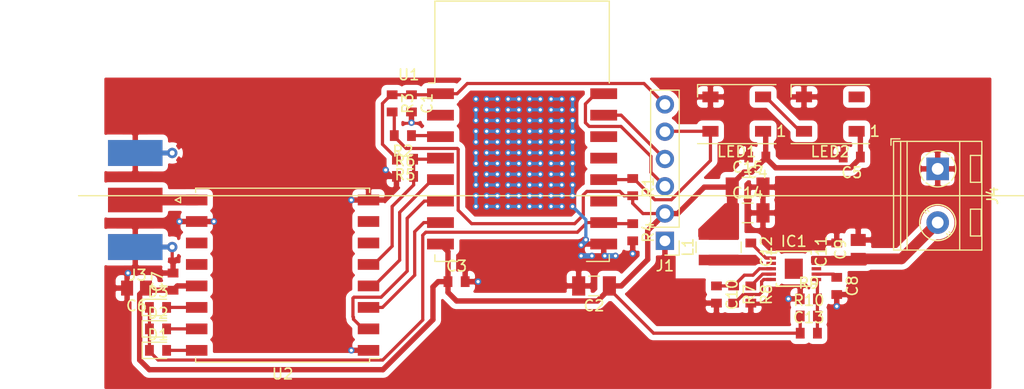
<source format=kicad_pcb>
(kicad_pcb (version 20171130) (host pcbnew "(5.1.2)-1")

  (general
    (thickness 1.6)
    (drawings 1)
    (tracks 437)
    (zones 0)
    (modules 37)
    (nets 26)
  )

  (page A4)
  (layers
    (0 F.Cu signal)
    (31 B.Cu signal)
    (32 B.Adhes user hide)
    (33 F.Adhes user)
    (34 B.Paste user hide)
    (35 F.Paste user)
    (36 B.SilkS user hide)
    (37 F.SilkS user)
    (38 B.Mask user hide)
    (39 F.Mask user)
    (40 Dwgs.User user)
    (41 Cmts.User user)
    (42 Eco1.User user)
    (43 Eco2.User user hide)
    (44 Edge.Cuts user hide)
    (45 Margin user)
    (46 B.CrtYd user)
    (47 F.CrtYd user)
    (48 B.Fab user)
    (49 F.Fab user hide)
  )

  (setup
    (last_trace_width 0.3)
    (user_trace_width 0.5)
    (user_trace_width 0.8)
    (user_trace_width 1)
    (trace_clearance 0.3)
    (zone_clearance 0.19)
    (zone_45_only no)
    (trace_min 0.2)
    (via_size 0.6)
    (via_drill 0.3)
    (via_min_size 0.4)
    (via_min_drill 0.3)
    (uvia_size 0.3)
    (uvia_drill 0.1)
    (uvias_allowed no)
    (uvia_min_size 0.2)
    (uvia_min_drill 0.1)
    (edge_width 0.05)
    (segment_width 0.2)
    (pcb_text_width 0.3)
    (pcb_text_size 1.5 1.5)
    (mod_edge_width 0.12)
    (mod_text_size 1 1)
    (mod_text_width 0.15)
    (pad_size 1.524 1.524)
    (pad_drill 0.762)
    (pad_to_mask_clearance 0.051)
    (solder_mask_min_width 0.25)
    (aux_axis_origin 0 0)
    (visible_elements 7FFFFFFF)
    (pcbplotparams
      (layerselection 0x010fc_ffffffff)
      (usegerberextensions false)
      (usegerberattributes false)
      (usegerberadvancedattributes false)
      (creategerberjobfile false)
      (excludeedgelayer true)
      (linewidth 0.100000)
      (plotframeref false)
      (viasonmask false)
      (mode 1)
      (useauxorigin false)
      (hpglpennumber 1)
      (hpglpenspeed 20)
      (hpglpendiameter 15.000000)
      (psnegative false)
      (psa4output false)
      (plotreference true)
      (plotvalue true)
      (plotinvisibletext false)
      (padsonsilk false)
      (subtractmaskfromsilk false)
      (outputformat 1)
      (mirror false)
      (drillshape 1)
      (scaleselection 1)
      (outputdirectory ""))
  )

  (net 0 "")
  (net 1 /RES)
  (net 2 GND)
  (net 3 +3V3)
  (net 4 /GPIO15)
  (net 5 /DIO2)
  (net 6 /DIO1)
  (net 7 /DIO0)
  (net 8 /GPIO0)
  (net 9 /EN)
  (net 10 /GPIO16)
  (net 11 /CLK)
  (net 12 /MISO)
  (net 13 /MOSI)
  (net 14 "Net-(LED1-Pad2)")
  (net 15 "Net-(IC1-Pad4)")
  (net 16 "Net-(IC1-Pad5)")
  (net 17 /RX)
  (net 18 /TX)
  (net 19 "Net-(C8-Pad1)")
  (net 20 VCC)
  (net 21 "Net-(C10-Pad1)")
  (net 22 "Net-(C12-Pad2)")
  (net 23 "Net-(C12-Pad1)")
  (net 24 "Net-(C13-Pad2)")
  (net 25 "Net-(J3-Pad1)")

  (net_class Default "This is the default net class."
    (clearance 0.3)
    (trace_width 0.3)
    (via_dia 0.6)
    (via_drill 0.3)
    (uvia_dia 0.3)
    (uvia_drill 0.1)
    (add_net +3V3)
    (add_net /CLK)
    (add_net /DIO0)
    (add_net /DIO1)
    (add_net /DIO2)
    (add_net /EN)
    (add_net /GPIO0)
    (add_net /GPIO15)
    (add_net /GPIO16)
    (add_net /MISO)
    (add_net /MOSI)
    (add_net /RES)
    (add_net /RX)
    (add_net /TX)
    (add_net GND)
    (add_net "Net-(C10-Pad1)")
    (add_net "Net-(C12-Pad1)")
    (add_net "Net-(C12-Pad2)")
    (add_net "Net-(C13-Pad2)")
    (add_net "Net-(C8-Pad1)")
    (add_net "Net-(IC1-Pad4)")
    (add_net "Net-(IC1-Pad5)")
    (add_net "Net-(J3-Pad1)")
    (add_net "Net-(LED1-Pad2)")
    (add_net VCC)
  )

  (module RF_Module:ESP-12E (layer F.Cu) (tedit 5D690E18) (tstamp 5D68FE4F)
    (at 155.3 62)
    (descr "Wi-Fi Module, http://wiki.ai-thinker.com/_media/esp8266/docs/aithinker_esp_12f_datasheet_en.pdf")
    (tags "Wi-Fi Module")
    (path /5D6913B5)
    (attr smd)
    (fp_text reference U1 (at -10.56 -5.26) (layer F.SilkS)
      (effects (font (size 1 1) (thickness 0.15)))
    )
    (fp_text value ESP-12E (at -0.06 -12.78) (layer F.Fab)
      (effects (font (size 1 1) (thickness 0.15)))
    )
    (fp_line (start 5.56 -4.8) (end 8.12 -7.36) (layer Dwgs.User) (width 0.12))
    (fp_line (start 2.56 -4.8) (end 8.12 -10.36) (layer Dwgs.User) (width 0.12))
    (fp_line (start -0.44 -4.8) (end 6.88 -12.12) (layer Dwgs.User) (width 0.12))
    (fp_line (start -3.44 -4.8) (end 3.88 -12.12) (layer Dwgs.User) (width 0.12))
    (fp_line (start -6.44 -4.8) (end 0.88 -12.12) (layer Dwgs.User) (width 0.12))
    (fp_line (start -8.12 -6.12) (end -2.12 -12.12) (layer Dwgs.User) (width 0.12))
    (fp_line (start -8.12 -9.12) (end -5.12 -12.12) (layer Dwgs.User) (width 0.12))
    (fp_line (start -8.12 -4.8) (end -8.12 -12.12) (layer Dwgs.User) (width 0.12))
    (fp_line (start 8.12 -4.8) (end -8.12 -4.8) (layer Dwgs.User) (width 0.12))
    (fp_line (start 8.12 -12.12) (end 8.12 -4.8) (layer Dwgs.User) (width 0.12))
    (fp_line (start -8.12 -12.12) (end 8.12 -12.12) (layer Dwgs.User) (width 0.12))
    (fp_line (start -8.12 -4.5) (end -8.73 -4.5) (layer F.SilkS) (width 0.12))
    (fp_line (start -8.12 -4.5) (end -8.12 -12.12) (layer F.SilkS) (width 0.12))
    (fp_line (start -8.12 12.12) (end -8.12 11.5) (layer F.SilkS) (width 0.12))
    (fp_line (start -6 12.12) (end -8.12 12.12) (layer F.SilkS) (width 0.12))
    (fp_line (start 8.12 12.12) (end 6 12.12) (layer F.SilkS) (width 0.12))
    (fp_line (start 8.12 11.5) (end 8.12 12.12) (layer F.SilkS) (width 0.12))
    (fp_line (start 8.12 -12.12) (end 8.12 -4.5) (layer F.SilkS) (width 0.12))
    (fp_line (start -8.12 -12.12) (end 8.12 -12.12) (layer F.SilkS) (width 0.12))
    (fp_line (start -9.05 13.1) (end -9.05 -12.2) (layer F.CrtYd) (width 0.05))
    (fp_line (start 9.05 13.1) (end -9.05 13.1) (layer F.CrtYd) (width 0.05))
    (fp_line (start 9.05 -12.2) (end 9.05 13.1) (layer F.CrtYd) (width 0.05))
    (fp_line (start -9.05 -12.2) (end 9.05 -12.2) (layer F.CrtYd) (width 0.05))
    (fp_line (start -8 -4) (end -8 -12) (layer F.Fab) (width 0.12))
    (fp_line (start -7.5 -3.5) (end -8 -4) (layer F.Fab) (width 0.12))
    (fp_line (start -8 -3) (end -7.5 -3.5) (layer F.Fab) (width 0.12))
    (fp_line (start -8 12) (end -8 -3) (layer F.Fab) (width 0.12))
    (fp_line (start 8 12) (end -8 12) (layer F.Fab) (width 0.12))
    (fp_line (start 8 -12) (end 8 12) (layer F.Fab) (width 0.12))
    (fp_line (start -8 -12) (end 8 -12) (layer F.Fab) (width 0.12))
    (fp_text user %R (at 0.49 -0.8) (layer F.Fab)
      (effects (font (size 1 1) (thickness 0.15)))
    )
    (fp_text user "KEEP-OUT ZONE" (at 0.03 -9.55 180) (layer Cmts.User)
      (effects (font (size 1 1) (thickness 0.15)))
    )
    (fp_text user Antenna (at -0.06 -7 180) (layer Cmts.User)
      (effects (font (size 1 1) (thickness 0.15)))
    )
    (pad 22 smd rect (at 7.6 -3.5) (size 2.5 1) (layers F.Cu F.Paste F.Mask)
      (net 18 /TX))
    (pad 21 smd rect (at 7.6 -1.5) (size 2.5 1) (layers F.Cu F.Paste F.Mask)
      (net 17 /RX))
    (pad 20 smd rect (at 7.6 0.5) (size 2.5 1) (layers F.Cu F.Paste F.Mask))
    (pad 19 smd rect (at 7.6 2.5) (size 2.5 1) (layers F.Cu F.Paste F.Mask))
    (pad 18 smd rect (at 7.6 4.5) (size 2.5 1) (layers F.Cu F.Paste F.Mask)
      (net 8 /GPIO0))
    (pad 17 smd rect (at 7.6 6.5) (size 2.5 1) (layers F.Cu F.Paste F.Mask))
    (pad 16 smd rect (at 7.6 8.5) (size 2.5 1) (layers F.Cu F.Paste F.Mask)
      (net 4 /GPIO15))
    (pad 15 smd rect (at 7.6 10.5) (size 2.5 1) (layers F.Cu F.Paste F.Mask)
      (net 2 GND))
    (pad 8 smd rect (at -7.6 10.5) (size 2.5 1) (layers F.Cu F.Paste F.Mask)
      (net 3 +3V3))
    (pad 7 smd rect (at -7.6 8.5) (size 2.5 1) (layers F.Cu F.Paste F.Mask)
      (net 13 /MOSI))
    (pad 6 smd rect (at -7.6 6.5) (size 2.5 1) (layers F.Cu F.Paste F.Mask)
      (net 12 /MISO))
    (pad 5 smd rect (at -7.6 4.5) (size 2.5 1) (layers F.Cu F.Paste F.Mask)
      (net 11 /CLK))
    (pad 4 smd rect (at -7.6 2.5) (size 2.5 1) (layers F.Cu F.Paste F.Mask)
      (net 10 /GPIO16))
    (pad 3 smd rect (at -7.6 0.5) (size 2.5 1) (layers F.Cu F.Paste F.Mask)
      (net 9 /EN))
    (pad 2 smd rect (at -7.6 -1.5) (size 2.5 1) (layers F.Cu F.Paste F.Mask))
    (pad 1 smd rect (at -7.6 -3.5) (size 2.5 1) (layers F.Cu F.Paste F.Mask)
      (net 1 /RES))
    (model ${KISYS3DMOD}/RF_Module.3dshapes/ESP-12E.wrl
      (at (xyz 0 0 0))
      (scale (xyz 1 1 1))
      (rotate (xyz 0 0 0))
    )
  )

  (module Resistor_SMD:R_0603_1608Metric (layer F.Cu) (tedit 5AC5DB74) (tstamp 5D696856)
    (at 182 79.2)
    (descr "Resistor SMD 0603 (1608 Metric), square (rectangular) end terminal, IPC_7351 nominal, (Body size source: http://www.tortai-tech.com/upload/download/2011102023233369053.pdf), generated with kicad-footprint-generator")
    (tags resistor)
    (path /5D70281C)
    (attr smd)
    (fp_text reference R10 (at 0 -1.45) (layer F.SilkS)
      (effects (font (size 1 1) (thickness 0.15)))
    )
    (fp_text value 18k (at 0 1.45) (layer F.Fab)
      (effects (font (size 1 1) (thickness 0.15)))
    )
    (fp_text user %R (at 0 0) (layer F.Fab)
      (effects (font (size 0.4 0.4) (thickness 0.06)))
    )
    (fp_line (start 1.46 0.75) (end -1.46 0.75) (layer F.CrtYd) (width 0.05))
    (fp_line (start 1.46 -0.75) (end 1.46 0.75) (layer F.CrtYd) (width 0.05))
    (fp_line (start -1.46 -0.75) (end 1.46 -0.75) (layer F.CrtYd) (width 0.05))
    (fp_line (start -1.46 0.75) (end -1.46 -0.75) (layer F.CrtYd) (width 0.05))
    (fp_line (start 0.8 0.4) (end -0.8 0.4) (layer F.Fab) (width 0.1))
    (fp_line (start 0.8 -0.4) (end 0.8 0.4) (layer F.Fab) (width 0.1))
    (fp_line (start -0.8 -0.4) (end 0.8 -0.4) (layer F.Fab) (width 0.1))
    (fp_line (start -0.8 0.4) (end -0.8 -0.4) (layer F.Fab) (width 0.1))
    (pad 2 smd rect (at 0.8 0) (size 0.82 1) (layers F.Cu F.Paste F.Mask)
      (net 24 "Net-(C13-Pad2)"))
    (pad 1 smd rect (at -0.8 0) (size 0.82 1) (layers F.Cu F.Paste F.Mask)
      (net 3 +3V3))
    (model ${KISYS3DMOD}/Resistor_SMD.3dshapes/R_0603_1608Metric.wrl
      (at (xyz 0 0 0))
      (scale (xyz 1 1 1))
      (rotate (xyz 0 0 0))
    )
  )

  (module Resistor_SMD:R_0603_1608Metric (layer F.Cu) (tedit 5AC5DB74) (tstamp 5D696847)
    (at 182 77.6)
    (descr "Resistor SMD 0603 (1608 Metric), square (rectangular) end terminal, IPC_7351 nominal, (Body size source: http://www.tortai-tech.com/upload/download/2011102023233369053.pdf), generated with kicad-footprint-generator")
    (tags resistor)
    (path /5D702DDE)
    (attr smd)
    (fp_text reference R9 (at 0 -1.45) (layer F.SilkS)
      (effects (font (size 1 1) (thickness 0.15)))
    )
    (fp_text value 18k (at 0 1.45) (layer F.Fab)
      (effects (font (size 1 1) (thickness 0.15)))
    )
    (fp_text user %R (at 0 0) (layer F.Fab)
      (effects (font (size 0.4 0.4) (thickness 0.06)))
    )
    (fp_line (start 1.46 0.75) (end -1.46 0.75) (layer F.CrtYd) (width 0.05))
    (fp_line (start 1.46 -0.75) (end 1.46 0.75) (layer F.CrtYd) (width 0.05))
    (fp_line (start -1.46 -0.75) (end 1.46 -0.75) (layer F.CrtYd) (width 0.05))
    (fp_line (start -1.46 0.75) (end -1.46 -0.75) (layer F.CrtYd) (width 0.05))
    (fp_line (start 0.8 0.4) (end -0.8 0.4) (layer F.Fab) (width 0.1))
    (fp_line (start 0.8 -0.4) (end 0.8 0.4) (layer F.Fab) (width 0.1))
    (fp_line (start -0.8 -0.4) (end 0.8 -0.4) (layer F.Fab) (width 0.1))
    (fp_line (start -0.8 0.4) (end -0.8 -0.4) (layer F.Fab) (width 0.1))
    (pad 2 smd rect (at 0.8 0) (size 0.82 1) (layers F.Cu F.Paste F.Mask)
      (net 24 "Net-(C13-Pad2)"))
    (pad 1 smd rect (at -0.8 0) (size 0.82 1) (layers F.Cu F.Paste F.Mask)
      (net 2 GND))
    (model ${KISYS3DMOD}/Resistor_SMD.3dshapes/R_0603_1608Metric.wrl
      (at (xyz 0 0 0))
      (scale (xyz 1 1 1))
      (rotate (xyz 0 0 0))
    )
  )

  (module Resistor_SMD:R_0603_1608Metric (layer F.Cu) (tedit 5AC5DB74) (tstamp 5D696838)
    (at 176.6 77.2 270)
    (descr "Resistor SMD 0603 (1608 Metric), square (rectangular) end terminal, IPC_7351 nominal, (Body size source: http://www.tortai-tech.com/upload/download/2011102023233369053.pdf), generated with kicad-footprint-generator")
    (tags resistor)
    (path /5D6E146F)
    (attr smd)
    (fp_text reference R8 (at 0 -1.45 90) (layer F.SilkS)
      (effects (font (size 1 1) (thickness 0.15)))
    )
    (fp_text value 18k (at 0 1.45 90) (layer F.Fab)
      (effects (font (size 1 1) (thickness 0.15)))
    )
    (fp_text user %R (at 0 0 90) (layer F.Fab)
      (effects (font (size 0.4 0.4) (thickness 0.06)))
    )
    (fp_line (start 1.46 0.75) (end -1.46 0.75) (layer F.CrtYd) (width 0.05))
    (fp_line (start 1.46 -0.75) (end 1.46 0.75) (layer F.CrtYd) (width 0.05))
    (fp_line (start -1.46 -0.75) (end 1.46 -0.75) (layer F.CrtYd) (width 0.05))
    (fp_line (start -1.46 0.75) (end -1.46 -0.75) (layer F.CrtYd) (width 0.05))
    (fp_line (start 0.8 0.4) (end -0.8 0.4) (layer F.Fab) (width 0.1))
    (fp_line (start 0.8 -0.4) (end 0.8 0.4) (layer F.Fab) (width 0.1))
    (fp_line (start -0.8 -0.4) (end 0.8 -0.4) (layer F.Fab) (width 0.1))
    (fp_line (start -0.8 0.4) (end -0.8 -0.4) (layer F.Fab) (width 0.1))
    (pad 2 smd rect (at 0.8 0 270) (size 0.82 1) (layers F.Cu F.Paste F.Mask)
      (net 2 GND))
    (pad 1 smd rect (at -0.8 0 270) (size 0.82 1) (layers F.Cu F.Paste F.Mask)
      (net 15 "Net-(IC1-Pad4)"))
    (model ${KISYS3DMOD}/Resistor_SMD.3dshapes/R_0603_1608Metric.wrl
      (at (xyz 0 0 0))
      (scale (xyz 1 1 1))
      (rotate (xyz 0 0 0))
    )
  )

  (module Resistor_SMD:R_0603_1608Metric (layer F.Cu) (tedit 5AC5DB74) (tstamp 5D696829)
    (at 175 77.2 270)
    (descr "Resistor SMD 0603 (1608 Metric), square (rectangular) end terminal, IPC_7351 nominal, (Body size source: http://www.tortai-tech.com/upload/download/2011102023233369053.pdf), generated with kicad-footprint-generator")
    (tags resistor)
    (path /5D6E0C23)
    (attr smd)
    (fp_text reference R7 (at 0 -1.45 90) (layer F.SilkS)
      (effects (font (size 1 1) (thickness 0.15)))
    )
    (fp_text value 0R (at 0 1.45 90) (layer F.Fab)
      (effects (font (size 1 1) (thickness 0.15)))
    )
    (fp_text user %R (at 0 0 90) (layer F.Fab)
      (effects (font (size 0.4 0.4) (thickness 0.06)))
    )
    (fp_line (start 1.46 0.75) (end -1.46 0.75) (layer F.CrtYd) (width 0.05))
    (fp_line (start 1.46 -0.75) (end 1.46 0.75) (layer F.CrtYd) (width 0.05))
    (fp_line (start -1.46 -0.75) (end 1.46 -0.75) (layer F.CrtYd) (width 0.05))
    (fp_line (start -1.46 0.75) (end -1.46 -0.75) (layer F.CrtYd) (width 0.05))
    (fp_line (start 0.8 0.4) (end -0.8 0.4) (layer F.Fab) (width 0.1))
    (fp_line (start 0.8 -0.4) (end 0.8 0.4) (layer F.Fab) (width 0.1))
    (fp_line (start -0.8 -0.4) (end 0.8 -0.4) (layer F.Fab) (width 0.1))
    (fp_line (start -0.8 0.4) (end -0.8 -0.4) (layer F.Fab) (width 0.1))
    (pad 2 smd rect (at 0.8 0 270) (size 0.82 1) (layers F.Cu F.Paste F.Mask)
      (net 16 "Net-(IC1-Pad5)"))
    (pad 1 smd rect (at -0.8 0 270) (size 0.82 1) (layers F.Cu F.Paste F.Mask)
      (net 21 "Net-(C10-Pad1)"))
    (model ${KISYS3DMOD}/Resistor_SMD.3dshapes/R_0603_1608Metric.wrl
      (at (xyz 0 0 0))
      (scale (xyz 1 1 1))
      (rotate (xyz 0 0 0))
    )
  )

  (module Capacitor_SMD:C_1206_3216Metric (layer F.Cu) (tedit 5AC5DB74) (tstamp 5D696648)
    (at 176.3 67.2)
    (descr "Capacitor SMD 1206 (3216 Metric), square (rectangular) end terminal, IPC_7351 nominal, (Body size source: http://www.tortai-tech.com/upload/download/2011102023233369053.pdf), generated with kicad-footprint-generator")
    (tags capacitor)
    (path /5D727329)
    (attr smd)
    (fp_text reference C15 (at 0 -1.85) (layer F.SilkS)
      (effects (font (size 1 1) (thickness 0.15)))
    )
    (fp_text value 47u (at 0 1.85) (layer F.Fab)
      (effects (font (size 1 1) (thickness 0.15)))
    )
    (fp_text user %R (at 0 0) (layer F.Fab)
      (effects (font (size 0.8 0.8) (thickness 0.12)))
    )
    (fp_line (start 2.29 1.15) (end -2.29 1.15) (layer F.CrtYd) (width 0.05))
    (fp_line (start 2.29 -1.15) (end 2.29 1.15) (layer F.CrtYd) (width 0.05))
    (fp_line (start -2.29 -1.15) (end 2.29 -1.15) (layer F.CrtYd) (width 0.05))
    (fp_line (start -2.29 1.15) (end -2.29 -1.15) (layer F.CrtYd) (width 0.05))
    (fp_line (start -0.5 0.91) (end 0.5 0.91) (layer F.SilkS) (width 0.12))
    (fp_line (start -0.5 -0.91) (end 0.5 -0.91) (layer F.SilkS) (width 0.12))
    (fp_line (start 1.6 0.8) (end -1.6 0.8) (layer F.Fab) (width 0.1))
    (fp_line (start 1.6 -0.8) (end 1.6 0.8) (layer F.Fab) (width 0.1))
    (fp_line (start -1.6 -0.8) (end 1.6 -0.8) (layer F.Fab) (width 0.1))
    (fp_line (start -1.6 0.8) (end -1.6 -0.8) (layer F.Fab) (width 0.1))
    (pad 2 smd rect (at 1.43 0) (size 1.22 1.8) (layers F.Cu F.Paste F.Mask)
      (net 2 GND))
    (pad 1 smd rect (at -1.43 0) (size 1.22 1.8) (layers F.Cu F.Paste F.Mask)
      (net 3 +3V3))
    (model ${KISYS3DMOD}/Capacitor_SMD.3dshapes/C_1206_3216Metric.wrl
      (at (xyz 0 0 0))
      (scale (xyz 1 1 1))
      (rotate (xyz 0 0 0))
    )
  )

  (module Capacitor_SMD:C_1206_3216Metric (layer F.Cu) (tedit 5AC5DB74) (tstamp 5D696637)
    (at 176.3 69.6)
    (descr "Capacitor SMD 1206 (3216 Metric), square (rectangular) end terminal, IPC_7351 nominal, (Body size source: http://www.tortai-tech.com/upload/download/2011102023233369053.pdf), generated with kicad-footprint-generator")
    (tags capacitor)
    (path /5D726199)
    (attr smd)
    (fp_text reference C14 (at 0 -1.85) (layer F.SilkS)
      (effects (font (size 1 1) (thickness 0.15)))
    )
    (fp_text value 47u (at 0 1.85) (layer F.Fab)
      (effects (font (size 1 1) (thickness 0.15)))
    )
    (fp_text user %R (at 0 0) (layer F.Fab)
      (effects (font (size 0.8 0.8) (thickness 0.12)))
    )
    (fp_line (start 2.29 1.15) (end -2.29 1.15) (layer F.CrtYd) (width 0.05))
    (fp_line (start 2.29 -1.15) (end 2.29 1.15) (layer F.CrtYd) (width 0.05))
    (fp_line (start -2.29 -1.15) (end 2.29 -1.15) (layer F.CrtYd) (width 0.05))
    (fp_line (start -2.29 1.15) (end -2.29 -1.15) (layer F.CrtYd) (width 0.05))
    (fp_line (start -0.5 0.91) (end 0.5 0.91) (layer F.SilkS) (width 0.12))
    (fp_line (start -0.5 -0.91) (end 0.5 -0.91) (layer F.SilkS) (width 0.12))
    (fp_line (start 1.6 0.8) (end -1.6 0.8) (layer F.Fab) (width 0.1))
    (fp_line (start 1.6 -0.8) (end 1.6 0.8) (layer F.Fab) (width 0.1))
    (fp_line (start -1.6 -0.8) (end 1.6 -0.8) (layer F.Fab) (width 0.1))
    (fp_line (start -1.6 0.8) (end -1.6 -0.8) (layer F.Fab) (width 0.1))
    (pad 2 smd rect (at 1.43 0) (size 1.22 1.8) (layers F.Cu F.Paste F.Mask)
      (net 2 GND))
    (pad 1 smd rect (at -1.43 0) (size 1.22 1.8) (layers F.Cu F.Paste F.Mask)
      (net 3 +3V3))
    (model ${KISYS3DMOD}/Capacitor_SMD.3dshapes/C_1206_3216Metric.wrl
      (at (xyz 0 0 0))
      (scale (xyz 1 1 1))
      (rotate (xyz 0 0 0))
    )
  )

  (module Capacitor_SMD:C_0603_1608Metric (layer F.Cu) (tedit 5AC5DB74) (tstamp 5D696626)
    (at 182 80.8)
    (descr "Capacitor SMD 0603 (1608 Metric), square (rectangular) end terminal, IPC_7351 nominal, (Body size source: http://www.tortai-tech.com/upload/download/2011102023233369053.pdf), generated with kicad-footprint-generator")
    (tags capacitor)
    (path /5D703417)
    (attr smd)
    (fp_text reference C13 (at 0 -1.45) (layer F.SilkS)
      (effects (font (size 1 1) (thickness 0.15)))
    )
    (fp_text value 1u (at 0 1.45) (layer F.Fab)
      (effects (font (size 1 1) (thickness 0.15)))
    )
    (fp_text user %R (at 0 0) (layer F.Fab)
      (effects (font (size 0.4 0.4) (thickness 0.06)))
    )
    (fp_line (start 1.46 0.75) (end -1.46 0.75) (layer F.CrtYd) (width 0.05))
    (fp_line (start 1.46 -0.75) (end 1.46 0.75) (layer F.CrtYd) (width 0.05))
    (fp_line (start -1.46 -0.75) (end 1.46 -0.75) (layer F.CrtYd) (width 0.05))
    (fp_line (start -1.46 0.75) (end -1.46 -0.75) (layer F.CrtYd) (width 0.05))
    (fp_line (start 0.8 0.4) (end -0.8 0.4) (layer F.Fab) (width 0.1))
    (fp_line (start 0.8 -0.4) (end 0.8 0.4) (layer F.Fab) (width 0.1))
    (fp_line (start -0.8 -0.4) (end 0.8 -0.4) (layer F.Fab) (width 0.1))
    (fp_line (start -0.8 0.4) (end -0.8 -0.4) (layer F.Fab) (width 0.1))
    (pad 2 smd rect (at 0.8 0) (size 0.82 1) (layers F.Cu F.Paste F.Mask)
      (net 24 "Net-(C13-Pad2)"))
    (pad 1 smd rect (at -0.8 0) (size 0.82 1) (layers F.Cu F.Paste F.Mask)
      (net 3 +3V3))
    (model ${KISYS3DMOD}/Capacitor_SMD.3dshapes/C_0603_1608Metric.wrl
      (at (xyz 0 0 0))
      (scale (xyz 1 1 1))
      (rotate (xyz 0 0 0))
    )
  )

  (module Capacitor_SMD:C_0603_1608Metric (layer F.Cu) (tedit 5AC5DB74) (tstamp 5D696D2B)
    (at 176.6 73.2 270)
    (descr "Capacitor SMD 0603 (1608 Metric), square (rectangular) end terminal, IPC_7351 nominal, (Body size source: http://www.tortai-tech.com/upload/download/2011102023233369053.pdf), generated with kicad-footprint-generator")
    (tags capacitor)
    (path /5D7013EF)
    (attr smd)
    (fp_text reference C12 (at 0 -1.45 90) (layer F.SilkS)
      (effects (font (size 1 1) (thickness 0.15)))
    )
    (fp_text value 220n (at 0 1.45 90) (layer F.Fab)
      (effects (font (size 1 1) (thickness 0.15)))
    )
    (fp_text user %R (at 0 0 90) (layer F.Fab)
      (effects (font (size 0.4 0.4) (thickness 0.06)))
    )
    (fp_line (start 1.46 0.75) (end -1.46 0.75) (layer F.CrtYd) (width 0.05))
    (fp_line (start 1.46 -0.75) (end 1.46 0.75) (layer F.CrtYd) (width 0.05))
    (fp_line (start -1.46 -0.75) (end 1.46 -0.75) (layer F.CrtYd) (width 0.05))
    (fp_line (start -1.46 0.75) (end -1.46 -0.75) (layer F.CrtYd) (width 0.05))
    (fp_line (start 0.8 0.4) (end -0.8 0.4) (layer F.Fab) (width 0.1))
    (fp_line (start 0.8 -0.4) (end 0.8 0.4) (layer F.Fab) (width 0.1))
    (fp_line (start -0.8 -0.4) (end 0.8 -0.4) (layer F.Fab) (width 0.1))
    (fp_line (start -0.8 0.4) (end -0.8 -0.4) (layer F.Fab) (width 0.1))
    (pad 2 smd rect (at 0.8 0 270) (size 0.82 1) (layers F.Cu F.Paste F.Mask)
      (net 22 "Net-(C12-Pad2)"))
    (pad 1 smd rect (at -0.8 0 270) (size 0.82 1) (layers F.Cu F.Paste F.Mask)
      (net 23 "Net-(C12-Pad1)"))
    (model ${KISYS3DMOD}/Capacitor_SMD.3dshapes/C_0603_1608Metric.wrl
      (at (xyz 0 0 0))
      (scale (xyz 1 1 1))
      (rotate (xyz 0 0 0))
    )
  )

  (module Capacitor_SMD:C_0603_1608Metric (layer F.Cu) (tedit 5AC5DB74) (tstamp 5D696608)
    (at 184.6 73.2 90)
    (descr "Capacitor SMD 0603 (1608 Metric), square (rectangular) end terminal, IPC_7351 nominal, (Body size source: http://www.tortai-tech.com/upload/download/2011102023233369053.pdf), generated with kicad-footprint-generator")
    (tags capacitor)
    (path /5D6DCA54)
    (attr smd)
    (fp_text reference C11 (at 0 -1.45 90) (layer F.SilkS)
      (effects (font (size 1 1) (thickness 0.15)))
    )
    (fp_text value 100n (at 0 1.45 90) (layer F.Fab)
      (effects (font (size 1 1) (thickness 0.15)))
    )
    (fp_text user %R (at 0 0 90) (layer F.Fab)
      (effects (font (size 0.4 0.4) (thickness 0.06)))
    )
    (fp_line (start 1.46 0.75) (end -1.46 0.75) (layer F.CrtYd) (width 0.05))
    (fp_line (start 1.46 -0.75) (end 1.46 0.75) (layer F.CrtYd) (width 0.05))
    (fp_line (start -1.46 -0.75) (end 1.46 -0.75) (layer F.CrtYd) (width 0.05))
    (fp_line (start -1.46 0.75) (end -1.46 -0.75) (layer F.CrtYd) (width 0.05))
    (fp_line (start 0.8 0.4) (end -0.8 0.4) (layer F.Fab) (width 0.1))
    (fp_line (start 0.8 -0.4) (end 0.8 0.4) (layer F.Fab) (width 0.1))
    (fp_line (start -0.8 -0.4) (end 0.8 -0.4) (layer F.Fab) (width 0.1))
    (fp_line (start -0.8 0.4) (end -0.8 -0.4) (layer F.Fab) (width 0.1))
    (pad 2 smd rect (at 0.8 0 90) (size 0.82 1) (layers F.Cu F.Paste F.Mask)
      (net 2 GND))
    (pad 1 smd rect (at -0.8 0 90) (size 0.82 1) (layers F.Cu F.Paste F.Mask)
      (net 20 VCC))
    (model ${KISYS3DMOD}/Capacitor_SMD.3dshapes/C_0603_1608Metric.wrl
      (at (xyz 0 0 0))
      (scale (xyz 1 1 1))
      (rotate (xyz 0 0 0))
    )
  )

  (module Capacitor_SMD:C_0603_1608Metric (layer F.Cu) (tedit 5AC5DB74) (tstamp 5D6965F9)
    (at 173.4 77.2 270)
    (descr "Capacitor SMD 0603 (1608 Metric), square (rectangular) end terminal, IPC_7351 nominal, (Body size source: http://www.tortai-tech.com/upload/download/2011102023233369053.pdf), generated with kicad-footprint-generator")
    (tags capacitor)
    (path /5D6E198F)
    (attr smd)
    (fp_text reference C10 (at 0 -1.45 90) (layer F.SilkS)
      (effects (font (size 1 1) (thickness 0.15)))
    )
    (fp_text value 1u (at 0 1.45 90) (layer F.Fab)
      (effects (font (size 1 1) (thickness 0.15)))
    )
    (fp_text user %R (at 0 0 90) (layer F.Fab)
      (effects (font (size 0.4 0.4) (thickness 0.06)))
    )
    (fp_line (start 1.46 0.75) (end -1.46 0.75) (layer F.CrtYd) (width 0.05))
    (fp_line (start 1.46 -0.75) (end 1.46 0.75) (layer F.CrtYd) (width 0.05))
    (fp_line (start -1.46 -0.75) (end 1.46 -0.75) (layer F.CrtYd) (width 0.05))
    (fp_line (start -1.46 0.75) (end -1.46 -0.75) (layer F.CrtYd) (width 0.05))
    (fp_line (start 0.8 0.4) (end -0.8 0.4) (layer F.Fab) (width 0.1))
    (fp_line (start 0.8 -0.4) (end 0.8 0.4) (layer F.Fab) (width 0.1))
    (fp_line (start -0.8 -0.4) (end 0.8 -0.4) (layer F.Fab) (width 0.1))
    (fp_line (start -0.8 0.4) (end -0.8 -0.4) (layer F.Fab) (width 0.1))
    (pad 2 smd rect (at 0.8 0 270) (size 0.82 1) (layers F.Cu F.Paste F.Mask)
      (net 2 GND))
    (pad 1 smd rect (at -0.8 0 270) (size 0.82 1) (layers F.Cu F.Paste F.Mask)
      (net 21 "Net-(C10-Pad1)"))
    (model ${KISYS3DMOD}/Capacitor_SMD.3dshapes/C_0603_1608Metric.wrl
      (at (xyz 0 0 0))
      (scale (xyz 1 1 1))
      (rotate (xyz 0 0 0))
    )
  )

  (module Capacitor_SMD:C_0805_2012Metric (layer F.Cu) (tedit 5AC5DB74) (tstamp 5D6965EA)
    (at 186.6 73 90)
    (descr "Capacitor SMD 0805 (2012 Metric), square (rectangular) end terminal, IPC_7351 nominal, (Body size source: http://www.tortai-tech.com/upload/download/2011102023233369053.pdf), generated with kicad-footprint-generator")
    (tags capacitor)
    (path /5D6DCA5E)
    (attr smd)
    (fp_text reference C9 (at 0 -1.65 90) (layer F.SilkS)
      (effects (font (size 1 1) (thickness 0.15)))
    )
    (fp_text value 10u (at 0 1.65 90) (layer F.Fab)
      (effects (font (size 1 1) (thickness 0.15)))
    )
    (fp_text user %R (at 0 0 90) (layer F.Fab)
      (effects (font (size 0.5 0.5) (thickness 0.08)))
    )
    (fp_line (start 1.69 0.95) (end -1.69 0.95) (layer F.CrtYd) (width 0.05))
    (fp_line (start 1.69 -0.95) (end 1.69 0.95) (layer F.CrtYd) (width 0.05))
    (fp_line (start -1.69 -0.95) (end 1.69 -0.95) (layer F.CrtYd) (width 0.05))
    (fp_line (start -1.69 0.95) (end -1.69 -0.95) (layer F.CrtYd) (width 0.05))
    (fp_line (start 1 0.6) (end -1 0.6) (layer F.Fab) (width 0.1))
    (fp_line (start 1 -0.6) (end 1 0.6) (layer F.Fab) (width 0.1))
    (fp_line (start -1 -0.6) (end 1 -0.6) (layer F.Fab) (width 0.1))
    (fp_line (start -1 0.6) (end -1 -0.6) (layer F.Fab) (width 0.1))
    (pad 2 smd rect (at 0.88 0 90) (size 1.12 1.4) (layers F.Cu F.Paste F.Mask)
      (net 2 GND))
    (pad 1 smd rect (at -0.88 0 90) (size 1.12 1.4) (layers F.Cu F.Paste F.Mask)
      (net 20 VCC))
    (model ${KISYS3DMOD}/Capacitor_SMD.3dshapes/C_0805_2012Metric.wrl
      (at (xyz 0 0 0))
      (scale (xyz 1 1 1))
      (rotate (xyz 0 0 0))
    )
  )

  (module Capacitor_SMD:C_0603_1608Metric (layer F.Cu) (tedit 5AC5DB74) (tstamp 5D7612C2)
    (at 184.6 76.4 270)
    (descr "Capacitor SMD 0603 (1608 Metric), square (rectangular) end terminal, IPC_7351 nominal, (Body size source: http://www.tortai-tech.com/upload/download/2011102023233369053.pdf), generated with kicad-footprint-generator")
    (tags capacitor)
    (path /5D6E1EE4)
    (attr smd)
    (fp_text reference C8 (at 0 -1.45 90) (layer F.SilkS)
      (effects (font (size 1 1) (thickness 0.15)))
    )
    (fp_text value 10n (at 0 1.45 90) (layer F.Fab)
      (effects (font (size 1 1) (thickness 0.15)))
    )
    (fp_text user %R (at 0 0 90) (layer F.Fab)
      (effects (font (size 0.4 0.4) (thickness 0.06)))
    )
    (fp_line (start 1.46 0.75) (end -1.46 0.75) (layer F.CrtYd) (width 0.05))
    (fp_line (start 1.46 -0.75) (end 1.46 0.75) (layer F.CrtYd) (width 0.05))
    (fp_line (start -1.46 -0.75) (end 1.46 -0.75) (layer F.CrtYd) (width 0.05))
    (fp_line (start -1.46 0.75) (end -1.46 -0.75) (layer F.CrtYd) (width 0.05))
    (fp_line (start 0.8 0.4) (end -0.8 0.4) (layer F.Fab) (width 0.1))
    (fp_line (start 0.8 -0.4) (end 0.8 0.4) (layer F.Fab) (width 0.1))
    (fp_line (start -0.8 -0.4) (end 0.8 -0.4) (layer F.Fab) (width 0.1))
    (fp_line (start -0.8 0.4) (end -0.8 -0.4) (layer F.Fab) (width 0.1))
    (pad 2 smd rect (at 0.8 0 270) (size 0.82 1) (layers F.Cu F.Paste F.Mask)
      (net 2 GND))
    (pad 1 smd rect (at -0.8 0 270) (size 0.82 1) (layers F.Cu F.Paste F.Mask)
      (net 19 "Net-(C8-Pad1)"))
    (model ${KISYS3DMOD}/Capacitor_SMD.3dshapes/C_0603_1608Metric.wrl
      (at (xyz 0 0 0))
      (scale (xyz 1 1 1))
      (rotate (xyz 0 0 0))
    )
  )

  (module Capacitor_SMD:C_0805_2012Metric (layer F.Cu) (tedit 5AC5DB74) (tstamp 5D6903DE)
    (at 119.4 76.6 180)
    (descr "Capacitor SMD 0805 (2012 Metric), square (rectangular) end terminal, IPC_7351 nominal, (Body size source: http://www.tortai-tech.com/upload/download/2011102023233369053.pdf), generated with kicad-footprint-generator")
    (tags capacitor)
    (path /5D6B4936)
    (attr smd)
    (fp_text reference C6 (at 0 -1.65) (layer F.SilkS)
      (effects (font (size 1 1) (thickness 0.15)))
    )
    (fp_text value 10u (at 0 1.65) (layer F.Fab)
      (effects (font (size 1 1) (thickness 0.15)))
    )
    (fp_text user %R (at 0 0) (layer F.Fab)
      (effects (font (size 0.5 0.5) (thickness 0.08)))
    )
    (fp_line (start 1.69 0.95) (end -1.69 0.95) (layer F.CrtYd) (width 0.05))
    (fp_line (start 1.69 -0.95) (end 1.69 0.95) (layer F.CrtYd) (width 0.05))
    (fp_line (start -1.69 -0.95) (end 1.69 -0.95) (layer F.CrtYd) (width 0.05))
    (fp_line (start -1.69 0.95) (end -1.69 -0.95) (layer F.CrtYd) (width 0.05))
    (fp_line (start 1 0.6) (end -1 0.6) (layer F.Fab) (width 0.1))
    (fp_line (start 1 -0.6) (end 1 0.6) (layer F.Fab) (width 0.1))
    (fp_line (start -1 -0.6) (end 1 -0.6) (layer F.Fab) (width 0.1))
    (fp_line (start -1 0.6) (end -1 -0.6) (layer F.Fab) (width 0.1))
    (pad 2 smd rect (at 0.88 0 180) (size 1.12 1.4) (layers F.Cu F.Paste F.Mask)
      (net 2 GND))
    (pad 1 smd rect (at -0.88 0 180) (size 1.12 1.4) (layers F.Cu F.Paste F.Mask)
      (net 3 +3V3))
    (model ${KISYS3DMOD}/Capacitor_SMD.3dshapes/C_0805_2012Metric.wrl
      (at (xyz 0 0 0))
      (scale (xyz 1 1 1))
      (rotate (xyz 0 0 0))
    )
  )

  (module Connector_PinHeader_2.54mm:PinHeader_1x06_P2.54mm_Vertical (layer F.Cu) (tedit 59FED5CC) (tstamp 5D6919FF)
    (at 168.6 72.2 180)
    (descr "Through hole straight pin header, 1x06, 2.54mm pitch, single row")
    (tags "Through hole pin header THT 1x06 2.54mm single row")
    (path /5D6C4FA0)
    (fp_text reference J1 (at 0 -2.33) (layer F.SilkS)
      (effects (font (size 1 1) (thickness 0.15)))
    )
    (fp_text value Conn_01x06 (at 0 15.03) (layer F.Fab)
      (effects (font (size 1 1) (thickness 0.15)))
    )
    (fp_text user %R (at 0 6.35 90) (layer F.Fab)
      (effects (font (size 1 1) (thickness 0.15)))
    )
    (fp_line (start 1.8 -1.8) (end -1.8 -1.8) (layer F.CrtYd) (width 0.05))
    (fp_line (start 1.8 14.5) (end 1.8 -1.8) (layer F.CrtYd) (width 0.05))
    (fp_line (start -1.8 14.5) (end 1.8 14.5) (layer F.CrtYd) (width 0.05))
    (fp_line (start -1.8 -1.8) (end -1.8 14.5) (layer F.CrtYd) (width 0.05))
    (fp_line (start -1.33 -1.33) (end 0 -1.33) (layer F.SilkS) (width 0.12))
    (fp_line (start -1.33 0) (end -1.33 -1.33) (layer F.SilkS) (width 0.12))
    (fp_line (start -1.33 1.27) (end 1.33 1.27) (layer F.SilkS) (width 0.12))
    (fp_line (start 1.33 1.27) (end 1.33 14.03) (layer F.SilkS) (width 0.12))
    (fp_line (start -1.33 1.27) (end -1.33 14.03) (layer F.SilkS) (width 0.12))
    (fp_line (start -1.33 14.03) (end 1.33 14.03) (layer F.SilkS) (width 0.12))
    (fp_line (start -1.27 -0.635) (end -0.635 -1.27) (layer F.Fab) (width 0.1))
    (fp_line (start -1.27 13.97) (end -1.27 -0.635) (layer F.Fab) (width 0.1))
    (fp_line (start 1.27 13.97) (end -1.27 13.97) (layer F.Fab) (width 0.1))
    (fp_line (start 1.27 -1.27) (end 1.27 13.97) (layer F.Fab) (width 0.1))
    (fp_line (start -0.635 -1.27) (end 1.27 -1.27) (layer F.Fab) (width 0.1))
    (pad 6 thru_hole oval (at 0 12.7 180) (size 1.7 1.7) (drill 1) (layers *.Cu *.Mask)
      (net 1 /RES))
    (pad 5 thru_hole oval (at 0 10.16 180) (size 1.7 1.7) (drill 1) (layers *.Cu *.Mask)
      (net 8 /GPIO0))
    (pad 4 thru_hole oval (at 0 7.62 180) (size 1.7 1.7) (drill 1) (layers *.Cu *.Mask)
      (net 17 /RX))
    (pad 3 thru_hole oval (at 0 5.08 180) (size 1.7 1.7) (drill 1) (layers *.Cu *.Mask)
      (net 18 /TX))
    (pad 2 thru_hole oval (at 0 2.54 180) (size 1.7 1.7) (drill 1) (layers *.Cu *.Mask)
      (net 3 +3V3))
    (pad 1 thru_hole rect (at 0 0 180) (size 1.7 1.7) (drill 1) (layers *.Cu *.Mask)
      (net 2 GND))
    (model ${KISYS3DMOD}/Connector_PinHeader_2.54mm.3dshapes/PinHeader_1x06_P2.54mm_Vertical.wrl
      (at (xyz 0 0 0))
      (scale (xyz 1 1 1))
      (rotate (xyz 0 0 0))
    )
  )

  (module Capacitor_SMD:C_0603_1608Metric (layer F.Cu) (tedit 5AC5DB74) (tstamp 5D68F969)
    (at 145 59.4 270)
    (descr "Capacitor SMD 0603 (1608 Metric), square (rectangular) end terminal, IPC_7351 nominal, (Body size source: http://www.tortai-tech.com/upload/download/2011102023233369053.pdf), generated with kicad-footprint-generator")
    (tags capacitor)
    (path /5D690586)
    (attr smd)
    (fp_text reference C1 (at 0 -1.45 90) (layer F.SilkS)
      (effects (font (size 1 1) (thickness 0.15)))
    )
    (fp_text value 470p (at 0 1.45 90) (layer F.Fab)
      (effects (font (size 1 1) (thickness 0.15)))
    )
    (fp_line (start -0.8 0.4) (end -0.8 -0.4) (layer F.Fab) (width 0.1))
    (fp_line (start -0.8 -0.4) (end 0.8 -0.4) (layer F.Fab) (width 0.1))
    (fp_line (start 0.8 -0.4) (end 0.8 0.4) (layer F.Fab) (width 0.1))
    (fp_line (start 0.8 0.4) (end -0.8 0.4) (layer F.Fab) (width 0.1))
    (fp_line (start -1.46 0.75) (end -1.46 -0.75) (layer F.CrtYd) (width 0.05))
    (fp_line (start -1.46 -0.75) (end 1.46 -0.75) (layer F.CrtYd) (width 0.05))
    (fp_line (start 1.46 -0.75) (end 1.46 0.75) (layer F.CrtYd) (width 0.05))
    (fp_line (start 1.46 0.75) (end -1.46 0.75) (layer F.CrtYd) (width 0.05))
    (fp_text user %R (at 0 0 90) (layer F.Fab)
      (effects (font (size 0.4 0.4) (thickness 0.06)))
    )
    (pad 1 smd rect (at -0.8 0 270) (size 0.82 1) (layers F.Cu F.Paste F.Mask)
      (net 1 /RES))
    (pad 2 smd rect (at 0.8 0 270) (size 0.82 1) (layers F.Cu F.Paste F.Mask)
      (net 2 GND))
    (model ${KISYS3DMOD}/Capacitor_SMD.3dshapes/C_0603_1608Metric.wrl
      (at (xyz 0 0 0))
      (scale (xyz 1 1 1))
      (rotate (xyz 0 0 0))
    )
  )

  (module Capacitor_SMD:C_1206_3216Metric (layer F.Cu) (tedit 5AC5DB74) (tstamp 5D68F97A)
    (at 162 76.4 180)
    (descr "Capacitor SMD 1206 (3216 Metric), square (rectangular) end terminal, IPC_7351 nominal, (Body size source: http://www.tortai-tech.com/upload/download/2011102023233369053.pdf), generated with kicad-footprint-generator")
    (tags capacitor)
    (path /5D693661)
    (attr smd)
    (fp_text reference C2 (at 0 -1.85) (layer F.SilkS)
      (effects (font (size 1 1) (thickness 0.15)))
    )
    (fp_text value 47u (at 0 1.85) (layer F.Fab)
      (effects (font (size 1 1) (thickness 0.15)))
    )
    (fp_line (start -1.6 0.8) (end -1.6 -0.8) (layer F.Fab) (width 0.1))
    (fp_line (start -1.6 -0.8) (end 1.6 -0.8) (layer F.Fab) (width 0.1))
    (fp_line (start 1.6 -0.8) (end 1.6 0.8) (layer F.Fab) (width 0.1))
    (fp_line (start 1.6 0.8) (end -1.6 0.8) (layer F.Fab) (width 0.1))
    (fp_line (start -0.5 -0.91) (end 0.5 -0.91) (layer F.SilkS) (width 0.12))
    (fp_line (start -0.5 0.91) (end 0.5 0.91) (layer F.SilkS) (width 0.12))
    (fp_line (start -2.29 1.15) (end -2.29 -1.15) (layer F.CrtYd) (width 0.05))
    (fp_line (start -2.29 -1.15) (end 2.29 -1.15) (layer F.CrtYd) (width 0.05))
    (fp_line (start 2.29 -1.15) (end 2.29 1.15) (layer F.CrtYd) (width 0.05))
    (fp_line (start 2.29 1.15) (end -2.29 1.15) (layer F.CrtYd) (width 0.05))
    (fp_text user %R (at 0 0) (layer F.Fab)
      (effects (font (size 0.8 0.8) (thickness 0.12)))
    )
    (pad 1 smd rect (at -1.43 0 180) (size 1.22 1.8) (layers F.Cu F.Paste F.Mask)
      (net 3 +3V3))
    (pad 2 smd rect (at 1.43 0 180) (size 1.22 1.8) (layers F.Cu F.Paste F.Mask)
      (net 2 GND))
    (model ${KISYS3DMOD}/Capacitor_SMD.3dshapes/C_1206_3216Metric.wrl
      (at (xyz 0 0 0))
      (scale (xyz 1 1 1))
      (rotate (xyz 0 0 0))
    )
  )

  (module Capacitor_SMD:C_0603_1608Metric (layer F.Cu) (tedit 5AC5DB74) (tstamp 5D68F989)
    (at 149.2 76)
    (descr "Capacitor SMD 0603 (1608 Metric), square (rectangular) end terminal, IPC_7351 nominal, (Body size source: http://www.tortai-tech.com/upload/download/2011102023233369053.pdf), generated with kicad-footprint-generator")
    (tags capacitor)
    (path /5D693096)
    (attr smd)
    (fp_text reference C3 (at 0 -1.45) (layer F.SilkS)
      (effects (font (size 1 1) (thickness 0.15)))
    )
    (fp_text value 100n (at 0 1.45) (layer F.Fab)
      (effects (font (size 1 1) (thickness 0.15)))
    )
    (fp_line (start -0.8 0.4) (end -0.8 -0.4) (layer F.Fab) (width 0.1))
    (fp_line (start -0.8 -0.4) (end 0.8 -0.4) (layer F.Fab) (width 0.1))
    (fp_line (start 0.8 -0.4) (end 0.8 0.4) (layer F.Fab) (width 0.1))
    (fp_line (start 0.8 0.4) (end -0.8 0.4) (layer F.Fab) (width 0.1))
    (fp_line (start -1.46 0.75) (end -1.46 -0.75) (layer F.CrtYd) (width 0.05))
    (fp_line (start -1.46 -0.75) (end 1.46 -0.75) (layer F.CrtYd) (width 0.05))
    (fp_line (start 1.46 -0.75) (end 1.46 0.75) (layer F.CrtYd) (width 0.05))
    (fp_line (start 1.46 0.75) (end -1.46 0.75) (layer F.CrtYd) (width 0.05))
    (fp_text user %R (at 0 0) (layer F.Fab)
      (effects (font (size 0.4 0.4) (thickness 0.06)))
    )
    (pad 1 smd rect (at -0.8 0) (size 0.82 1) (layers F.Cu F.Paste F.Mask)
      (net 3 +3V3))
    (pad 2 smd rect (at 0.8 0) (size 0.82 1) (layers F.Cu F.Paste F.Mask)
      (net 2 GND))
    (model ${KISYS3DMOD}/Capacitor_SMD.3dshapes/C_0603_1608Metric.wrl
      (at (xyz 0 0 0))
      (scale (xyz 1 1 1))
      (rotate (xyz 0 0 0))
    )
  )

  (module Capacitor_SMD:C_0603_1608Metric (layer F.Cu) (tedit 5AC5DB74) (tstamp 5D761BC9)
    (at 177.2 64.4 180)
    (descr "Capacitor SMD 0603 (1608 Metric), square (rectangular) end terminal, IPC_7351 nominal, (Body size source: http://www.tortai-tech.com/upload/download/2011102023233369053.pdf), generated with kicad-footprint-generator")
    (tags capacitor)
    (path /5D69EE14)
    (attr smd)
    (fp_text reference C4 (at 0 -1.45) (layer F.SilkS)
      (effects (font (size 1 1) (thickness 0.15)))
    )
    (fp_text value 100n (at 0 1.45) (layer F.Fab)
      (effects (font (size 1 1) (thickness 0.15)))
    )
    (fp_text user %R (at 0 0) (layer F.Fab)
      (effects (font (size 0.4 0.4) (thickness 0.06)))
    )
    (fp_line (start 1.46 0.75) (end -1.46 0.75) (layer F.CrtYd) (width 0.05))
    (fp_line (start 1.46 -0.75) (end 1.46 0.75) (layer F.CrtYd) (width 0.05))
    (fp_line (start -1.46 -0.75) (end 1.46 -0.75) (layer F.CrtYd) (width 0.05))
    (fp_line (start -1.46 0.75) (end -1.46 -0.75) (layer F.CrtYd) (width 0.05))
    (fp_line (start 0.8 0.4) (end -0.8 0.4) (layer F.Fab) (width 0.1))
    (fp_line (start 0.8 -0.4) (end 0.8 0.4) (layer F.Fab) (width 0.1))
    (fp_line (start -0.8 -0.4) (end 0.8 -0.4) (layer F.Fab) (width 0.1))
    (fp_line (start -0.8 0.4) (end -0.8 -0.4) (layer F.Fab) (width 0.1))
    (pad 2 smd rect (at 0.8 0 180) (size 0.82 1) (layers F.Cu F.Paste F.Mask)
      (net 2 GND))
    (pad 1 smd rect (at -0.8 0 180) (size 0.82 1) (layers F.Cu F.Paste F.Mask)
      (net 3 +3V3))
    (model ${KISYS3DMOD}/Capacitor_SMD.3dshapes/C_0603_1608Metric.wrl
      (at (xyz 0 0 0))
      (scale (xyz 1 1 1))
      (rotate (xyz 0 0 0))
    )
  )

  (module Capacitor_SMD:C_0603_1608Metric (layer F.Cu) (tedit 5AC5DB74) (tstamp 5D691D6C)
    (at 186 64.4 180)
    (descr "Capacitor SMD 0603 (1608 Metric), square (rectangular) end terminal, IPC_7351 nominal, (Body size source: http://www.tortai-tech.com/upload/download/2011102023233369053.pdf), generated with kicad-footprint-generator")
    (tags capacitor)
    (path /5D6A1F72)
    (attr smd)
    (fp_text reference C5 (at 0 -1.45) (layer F.SilkS)
      (effects (font (size 1 1) (thickness 0.15)))
    )
    (fp_text value 100n (at 0 1.45) (layer F.Fab)
      (effects (font (size 1 1) (thickness 0.15)))
    )
    (fp_text user %R (at 0 0) (layer F.Fab)
      (effects (font (size 0.4 0.4) (thickness 0.06)))
    )
    (fp_line (start 1.46 0.75) (end -1.46 0.75) (layer F.CrtYd) (width 0.05))
    (fp_line (start 1.46 -0.75) (end 1.46 0.75) (layer F.CrtYd) (width 0.05))
    (fp_line (start -1.46 -0.75) (end 1.46 -0.75) (layer F.CrtYd) (width 0.05))
    (fp_line (start -1.46 0.75) (end -1.46 -0.75) (layer F.CrtYd) (width 0.05))
    (fp_line (start 0.8 0.4) (end -0.8 0.4) (layer F.Fab) (width 0.1))
    (fp_line (start 0.8 -0.4) (end 0.8 0.4) (layer F.Fab) (width 0.1))
    (fp_line (start -0.8 -0.4) (end 0.8 -0.4) (layer F.Fab) (width 0.1))
    (fp_line (start -0.8 0.4) (end -0.8 -0.4) (layer F.Fab) (width 0.1))
    (pad 2 smd rect (at 0.8 0 180) (size 0.82 1) (layers F.Cu F.Paste F.Mask)
      (net 2 GND))
    (pad 1 smd rect (at -0.8 0 180) (size 0.82 1) (layers F.Cu F.Paste F.Mask)
      (net 3 +3V3))
    (model ${KISYS3DMOD}/Capacitor_SMD.3dshapes/C_0603_1608Metric.wrl
      (at (xyz 0 0 0))
      (scale (xyz 1 1 1))
      (rotate (xyz 0 0 0))
    )
  )

  (module Diode_SMD:D_0603_1608Metric (layer F.Cu) (tedit 5AC5DB75) (tstamp 5D68F9BA)
    (at 121.4 82.4)
    (descr "Diode SMD 0603 (1608 Metric), square (rectangular) end terminal, IPC_7351 nominal, (Body size source: http://www.tortai-tech.com/upload/download/2011102023233369053.pdf), generated with kicad-footprint-generator")
    (tags diode)
    (path /5D699A5F)
    (attr smd)
    (fp_text reference D1 (at 0 -1.45) (layer F.SilkS)
      (effects (font (size 1 1) (thickness 0.15)))
    )
    (fp_text value D (at 0 1.45) (layer F.Fab)
      (effects (font (size 1 1) (thickness 0.15)))
    )
    (fp_line (start 0.8 -0.4) (end -0.5 -0.4) (layer F.Fab) (width 0.1))
    (fp_line (start -0.5 -0.4) (end -0.8 -0.1) (layer F.Fab) (width 0.1))
    (fp_line (start -0.8 -0.1) (end -0.8 0.4) (layer F.Fab) (width 0.1))
    (fp_line (start -0.8 0.4) (end 0.8 0.4) (layer F.Fab) (width 0.1))
    (fp_line (start 0.8 0.4) (end 0.8 -0.4) (layer F.Fab) (width 0.1))
    (fp_line (start 0.8 -0.76) (end -1.47 -0.76) (layer F.SilkS) (width 0.12))
    (fp_line (start -1.47 -0.76) (end -1.47 0.76) (layer F.SilkS) (width 0.12))
    (fp_line (start -1.47 0.76) (end 0.8 0.76) (layer F.SilkS) (width 0.12))
    (fp_line (start -1.46 0.75) (end -1.46 -0.75) (layer F.CrtYd) (width 0.05))
    (fp_line (start -1.46 -0.75) (end 1.46 -0.75) (layer F.CrtYd) (width 0.05))
    (fp_line (start 1.46 -0.75) (end 1.46 0.75) (layer F.CrtYd) (width 0.05))
    (fp_line (start 1.46 0.75) (end -1.46 0.75) (layer F.CrtYd) (width 0.05))
    (fp_text user %R (at 0 0) (layer F.Fab)
      (effects (font (size 0.4 0.4) (thickness 0.06)))
    )
    (pad 1 smd rect (at -0.8 0) (size 0.82 1) (layers F.Cu F.Paste F.Mask)
      (net 4 /GPIO15))
    (pad 2 smd rect (at 0.8 0) (size 0.82 1) (layers F.Cu F.Paste F.Mask)
      (net 5 /DIO2))
    (model ${KISYS3DMOD}/Diode_SMD.3dshapes/D_0603_1608Metric.wrl
      (at (xyz 0 0 0))
      (scale (xyz 1 1 1))
      (rotate (xyz 0 0 0))
    )
  )

  (module Diode_SMD:D_0603_1608Metric (layer F.Cu) (tedit 5AC5DB75) (tstamp 5D68F9CD)
    (at 121.4 80.4)
    (descr "Diode SMD 0603 (1608 Metric), square (rectangular) end terminal, IPC_7351 nominal, (Body size source: http://www.tortai-tech.com/upload/download/2011102023233369053.pdf), generated with kicad-footprint-generator")
    (tags diode)
    (path /5D69A506)
    (attr smd)
    (fp_text reference D2 (at 0 -1.45) (layer F.SilkS)
      (effects (font (size 1 1) (thickness 0.15)))
    )
    (fp_text value D (at 0 1.45) (layer F.Fab)
      (effects (font (size 1 1) (thickness 0.15)))
    )
    (fp_text user %R (at 0 0) (layer F.Fab)
      (effects (font (size 0.4 0.4) (thickness 0.06)))
    )
    (fp_line (start 1.46 0.75) (end -1.46 0.75) (layer F.CrtYd) (width 0.05))
    (fp_line (start 1.46 -0.75) (end 1.46 0.75) (layer F.CrtYd) (width 0.05))
    (fp_line (start -1.46 -0.75) (end 1.46 -0.75) (layer F.CrtYd) (width 0.05))
    (fp_line (start -1.46 0.75) (end -1.46 -0.75) (layer F.CrtYd) (width 0.05))
    (fp_line (start -1.47 0.76) (end 0.8 0.76) (layer F.SilkS) (width 0.12))
    (fp_line (start -1.47 -0.76) (end -1.47 0.76) (layer F.SilkS) (width 0.12))
    (fp_line (start 0.8 -0.76) (end -1.47 -0.76) (layer F.SilkS) (width 0.12))
    (fp_line (start 0.8 0.4) (end 0.8 -0.4) (layer F.Fab) (width 0.1))
    (fp_line (start -0.8 0.4) (end 0.8 0.4) (layer F.Fab) (width 0.1))
    (fp_line (start -0.8 -0.1) (end -0.8 0.4) (layer F.Fab) (width 0.1))
    (fp_line (start -0.5 -0.4) (end -0.8 -0.1) (layer F.Fab) (width 0.1))
    (fp_line (start 0.8 -0.4) (end -0.5 -0.4) (layer F.Fab) (width 0.1))
    (pad 2 smd rect (at 0.8 0) (size 0.82 1) (layers F.Cu F.Paste F.Mask)
      (net 6 /DIO1))
    (pad 1 smd rect (at -0.8 0) (size 0.82 1) (layers F.Cu F.Paste F.Mask)
      (net 4 /GPIO15))
    (model ${KISYS3DMOD}/Diode_SMD.3dshapes/D_0603_1608Metric.wrl
      (at (xyz 0 0 0))
      (scale (xyz 1 1 1))
      (rotate (xyz 0 0 0))
    )
  )

  (module Diode_SMD:D_0603_1608Metric (layer F.Cu) (tedit 5AC5DB75) (tstamp 5D68F9E0)
    (at 121.4 78.4)
    (descr "Diode SMD 0603 (1608 Metric), square (rectangular) end terminal, IPC_7351 nominal, (Body size source: http://www.tortai-tech.com/upload/download/2011102023233369053.pdf), generated with kicad-footprint-generator")
    (tags diode)
    (path /5D69AA02)
    (attr smd)
    (fp_text reference D3 (at 0 -1.45) (layer F.SilkS)
      (effects (font (size 1 1) (thickness 0.15)))
    )
    (fp_text value D (at 0 1.45) (layer F.Fab)
      (effects (font (size 1 1) (thickness 0.15)))
    )
    (fp_line (start 0.8 -0.4) (end -0.5 -0.4) (layer F.Fab) (width 0.1))
    (fp_line (start -0.5 -0.4) (end -0.8 -0.1) (layer F.Fab) (width 0.1))
    (fp_line (start -0.8 -0.1) (end -0.8 0.4) (layer F.Fab) (width 0.1))
    (fp_line (start -0.8 0.4) (end 0.8 0.4) (layer F.Fab) (width 0.1))
    (fp_line (start 0.8 0.4) (end 0.8 -0.4) (layer F.Fab) (width 0.1))
    (fp_line (start 0.8 -0.76) (end -1.47 -0.76) (layer F.SilkS) (width 0.12))
    (fp_line (start -1.47 -0.76) (end -1.47 0.76) (layer F.SilkS) (width 0.12))
    (fp_line (start -1.47 0.76) (end 0.8 0.76) (layer F.SilkS) (width 0.12))
    (fp_line (start -1.46 0.75) (end -1.46 -0.75) (layer F.CrtYd) (width 0.05))
    (fp_line (start -1.46 -0.75) (end 1.46 -0.75) (layer F.CrtYd) (width 0.05))
    (fp_line (start 1.46 -0.75) (end 1.46 0.75) (layer F.CrtYd) (width 0.05))
    (fp_line (start 1.46 0.75) (end -1.46 0.75) (layer F.CrtYd) (width 0.05))
    (fp_text user %R (at 0 0) (layer F.Fab)
      (effects (font (size 0.4 0.4) (thickness 0.06)))
    )
    (pad 1 smd rect (at -0.8 0) (size 0.82 1) (layers F.Cu F.Paste F.Mask)
      (net 4 /GPIO15))
    (pad 2 smd rect (at 0.8 0) (size 0.82 1) (layers F.Cu F.Paste F.Mask)
      (net 7 /DIO0))
    (model ${KISYS3DMOD}/Diode_SMD.3dshapes/D_0603_1608Metric.wrl
      (at (xyz 0 0 0))
      (scale (xyz 1 1 1))
      (rotate (xyz 0 0 0))
    )
  )

  (module Package_SO:MSOP-10-1EP_3x3mm_P0.5mm_EP1.68x1.88mm (layer F.Cu) (tedit 5A671FAD) (tstamp 5D68FA04)
    (at 180.6 74.8)
    (descr "MSE Package; 10-Lead Plastic MSOP, Exposed Die Pad (see Linear Technology 05081664_I_MSE.pdf)")
    (tags "SSOP 0.5")
    (path /5D6927EC)
    (attr smd)
    (fp_text reference IC1 (at 0 -2.55) (layer F.SilkS)
      (effects (font (size 1 1) (thickness 0.15)))
    )
    (fp_text value LT8609MSE (at 0 2.55) (layer F.Fab)
      (effects (font (size 1 1) (thickness 0.15)))
    )
    (fp_line (start -0.5 -1.5) (end 1.5 -1.5) (layer F.Fab) (width 0.15))
    (fp_line (start 1.5 -1.5) (end 1.5 1.5) (layer F.Fab) (width 0.15))
    (fp_line (start 1.5 1.5) (end -1.5 1.5) (layer F.Fab) (width 0.15))
    (fp_line (start -1.5 1.5) (end -1.5 -0.5) (layer F.Fab) (width 0.15))
    (fp_line (start -1.5 -0.5) (end -0.5 -1.5) (layer F.Fab) (width 0.15))
    (fp_line (start -2.8 -1.8) (end -2.8 1.8) (layer F.CrtYd) (width 0.05))
    (fp_line (start 2.8 -1.8) (end 2.8 1.8) (layer F.CrtYd) (width 0.05))
    (fp_line (start -2.8 -1.8) (end 2.8 -1.8) (layer F.CrtYd) (width 0.05))
    (fp_line (start -2.8 1.8) (end 2.8 1.8) (layer F.CrtYd) (width 0.05))
    (fp_line (start -1.625 -1.625) (end -1.625 -1.475) (layer F.SilkS) (width 0.15))
    (fp_line (start 1.625 -1.625) (end 1.625 -1.3775) (layer F.SilkS) (width 0.15))
    (fp_line (start 1.625 1.625) (end 1.625 1.3775) (layer F.SilkS) (width 0.15))
    (fp_line (start -1.625 1.625) (end -1.625 1.3775) (layer F.SilkS) (width 0.15))
    (fp_line (start -1.625 -1.625) (end 1.625 -1.625) (layer F.SilkS) (width 0.15))
    (fp_line (start -1.625 1.625) (end 1.625 1.625) (layer F.SilkS) (width 0.15))
    (fp_line (start -1.625 -1.475) (end -2.55 -1.475) (layer F.SilkS) (width 0.15))
    (fp_text user %R (at 0 0) (layer F.Fab)
      (effects (font (size 0.6 0.6) (thickness 0.09)))
    )
    (pad 1 smd rect (at -2.105 -1) (size 0.89 0.305) (layers F.Cu F.Paste F.Mask)
      (net 23 "Net-(C12-Pad1)"))
    (pad 2 smd rect (at -2.105 -0.5) (size 0.89 0.305) (layers F.Cu F.Paste F.Mask)
      (net 22 "Net-(C12-Pad2)"))
    (pad 3 smd rect (at -2.105 0) (size 0.89 0.305) (layers F.Cu F.Paste F.Mask)
      (net 21 "Net-(C10-Pad1)"))
    (pad 4 smd rect (at -2.105 0.5) (size 0.89 0.305) (layers F.Cu F.Paste F.Mask)
      (net 15 "Net-(IC1-Pad4)"))
    (pad 5 smd rect (at -2.105 1) (size 0.89 0.305) (layers F.Cu F.Paste F.Mask)
      (net 16 "Net-(IC1-Pad5)"))
    (pad 6 smd rect (at 2.105 1) (size 0.89 0.305) (layers F.Cu F.Paste F.Mask)
      (net 24 "Net-(C13-Pad2)"))
    (pad 7 smd rect (at 2.105 0.5) (size 0.89 0.305) (layers F.Cu F.Paste F.Mask)
      (net 19 "Net-(C8-Pad1)"))
    (pad 8 smd rect (at 2.105 0) (size 0.89 0.305) (layers F.Cu F.Paste F.Mask))
    (pad 9 smd rect (at 2.105 -0.5) (size 0.89 0.305) (layers F.Cu F.Paste F.Mask)
      (net 20 VCC))
    (pad 10 smd rect (at 2.105 -1) (size 0.89 0.305) (layers F.Cu F.Paste F.Mask)
      (net 20 VCC))
    (pad "" smd rect (at 0.42 0.47) (size 0.66 0.76) (layers F.Paste))
    (pad 11 smd rect (at 0 0) (size 1.68 1.88) (layers F.Cu F.Mask))
    (pad "" smd rect (at -0.42 0.47) (size 0.66 0.76) (layers F.Paste))
    (pad "" smd rect (at -0.42 -0.47) (size 0.66 0.76) (layers F.Paste))
    (pad "" smd rect (at 0.42 -0.47) (size 0.66 0.76) (layers F.Paste))
    (model ${KISYS3DMOD}/Package_SO.3dshapes/MSOP-10-1EP_3x3mm_P0.5mm_EP1.68x1.88mm.wrl
      (at (xyz 0 0 0))
      (scale (xyz 1 1 1))
      (rotate (xyz 0 0 0))
    )
  )

  (module Resistor_SMD:R_0603_1608Metric (layer F.Cu) (tedit 5AC5DB74) (tstamp 5D699540)
    (at 165.6 67.2 270)
    (descr "Resistor SMD 0603 (1608 Metric), square (rectangular) end terminal, IPC_7351 nominal, (Body size source: http://www.tortai-tech.com/upload/download/2011102023233369053.pdf), generated with kicad-footprint-generator")
    (tags resistor)
    (path /5D68E57B)
    (attr smd)
    (fp_text reference R1 (at 0 -1.45 90) (layer F.SilkS)
      (effects (font (size 1 1) (thickness 0.15)))
    )
    (fp_text value 12k (at 0 1.45 90) (layer F.Fab)
      (effects (font (size 1 1) (thickness 0.15)))
    )
    (fp_line (start -0.8 0.4) (end -0.8 -0.4) (layer F.Fab) (width 0.1))
    (fp_line (start -0.8 -0.4) (end 0.8 -0.4) (layer F.Fab) (width 0.1))
    (fp_line (start 0.8 -0.4) (end 0.8 0.4) (layer F.Fab) (width 0.1))
    (fp_line (start 0.8 0.4) (end -0.8 0.4) (layer F.Fab) (width 0.1))
    (fp_line (start -1.46 0.75) (end -1.46 -0.75) (layer F.CrtYd) (width 0.05))
    (fp_line (start -1.46 -0.75) (end 1.46 -0.75) (layer F.CrtYd) (width 0.05))
    (fp_line (start 1.46 -0.75) (end 1.46 0.75) (layer F.CrtYd) (width 0.05))
    (fp_line (start 1.46 0.75) (end -1.46 0.75) (layer F.CrtYd) (width 0.05))
    (fp_text user %R (at 0 0 90) (layer F.Fab)
      (effects (font (size 0.4 0.4) (thickness 0.06)))
    )
    (pad 1 smd rect (at -0.8 0 270) (size 0.82 1) (layers F.Cu F.Paste F.Mask)
      (net 8 /GPIO0))
    (pad 2 smd rect (at 0.8 0 270) (size 0.82 1) (layers F.Cu F.Paste F.Mask)
      (net 3 +3V3))
    (model ${KISYS3DMOD}/Resistor_SMD.3dshapes/R_0603_1608Metric.wrl
      (at (xyz 0 0 0))
      (scale (xyz 1 1 1))
      (rotate (xyz 0 0 0))
    )
  )

  (module Resistor_SMD:R_0603_1608Metric (layer F.Cu) (tedit 5AC5DB74) (tstamp 5D68FA22)
    (at 144.2 62.4 180)
    (descr "Resistor SMD 0603 (1608 Metric), square (rectangular) end terminal, IPC_7351 nominal, (Body size source: http://www.tortai-tech.com/upload/download/2011102023233369053.pdf), generated with kicad-footprint-generator")
    (tags resistor)
    (path /5D68ECF1)
    (attr smd)
    (fp_text reference R2 (at 0 -1.45) (layer F.SilkS)
      (effects (font (size 1 1) (thickness 0.15)))
    )
    (fp_text value 12k (at 0 1.45) (layer F.Fab)
      (effects (font (size 1 1) (thickness 0.15)))
    )
    (fp_text user %R (at 0 0) (layer F.Fab)
      (effects (font (size 0.4 0.4) (thickness 0.06)))
    )
    (fp_line (start 1.46 0.75) (end -1.46 0.75) (layer F.CrtYd) (width 0.05))
    (fp_line (start 1.46 -0.75) (end 1.46 0.75) (layer F.CrtYd) (width 0.05))
    (fp_line (start -1.46 -0.75) (end 1.46 -0.75) (layer F.CrtYd) (width 0.05))
    (fp_line (start -1.46 0.75) (end -1.46 -0.75) (layer F.CrtYd) (width 0.05))
    (fp_line (start 0.8 0.4) (end -0.8 0.4) (layer F.Fab) (width 0.1))
    (fp_line (start 0.8 -0.4) (end 0.8 0.4) (layer F.Fab) (width 0.1))
    (fp_line (start -0.8 -0.4) (end 0.8 -0.4) (layer F.Fab) (width 0.1))
    (fp_line (start -0.8 0.4) (end -0.8 -0.4) (layer F.Fab) (width 0.1))
    (pad 2 smd rect (at 0.8 0 180) (size 0.82 1) (layers F.Cu F.Paste F.Mask)
      (net 3 +3V3))
    (pad 1 smd rect (at -0.8 0 180) (size 0.82 1) (layers F.Cu F.Paste F.Mask)
      (net 9 /EN))
    (model ${KISYS3DMOD}/Resistor_SMD.3dshapes/R_0603_1608Metric.wrl
      (at (xyz 0 0 0))
      (scale (xyz 1 1 1))
      (rotate (xyz 0 0 0))
    )
  )

  (module Resistor_SMD:R_0603_1608Metric (layer F.Cu) (tedit 5AC5DB74) (tstamp 5D68FA31)
    (at 143.2 59.4 270)
    (descr "Resistor SMD 0603 (1608 Metric), square (rectangular) end terminal, IPC_7351 nominal, (Body size source: http://www.tortai-tech.com/upload/download/2011102023233369053.pdf), generated with kicad-footprint-generator")
    (tags resistor)
    (path /5D68F113)
    (attr smd)
    (fp_text reference R3 (at 0 -1.45 90) (layer F.SilkS)
      (effects (font (size 1 1) (thickness 0.15)))
    )
    (fp_text value 12k (at 0 1.45 90) (layer F.Fab)
      (effects (font (size 1 1) (thickness 0.15)))
    )
    (fp_line (start -0.8 0.4) (end -0.8 -0.4) (layer F.Fab) (width 0.1))
    (fp_line (start -0.8 -0.4) (end 0.8 -0.4) (layer F.Fab) (width 0.1))
    (fp_line (start 0.8 -0.4) (end 0.8 0.4) (layer F.Fab) (width 0.1))
    (fp_line (start 0.8 0.4) (end -0.8 0.4) (layer F.Fab) (width 0.1))
    (fp_line (start -1.46 0.75) (end -1.46 -0.75) (layer F.CrtYd) (width 0.05))
    (fp_line (start -1.46 -0.75) (end 1.46 -0.75) (layer F.CrtYd) (width 0.05))
    (fp_line (start 1.46 -0.75) (end 1.46 0.75) (layer F.CrtYd) (width 0.05))
    (fp_line (start 1.46 0.75) (end -1.46 0.75) (layer F.CrtYd) (width 0.05))
    (fp_text user %R (at 0 0 90) (layer F.Fab)
      (effects (font (size 0.4 0.4) (thickness 0.06)))
    )
    (pad 1 smd rect (at -0.8 0 270) (size 0.82 1) (layers F.Cu F.Paste F.Mask)
      (net 1 /RES))
    (pad 2 smd rect (at 0.8 0 270) (size 0.82 1) (layers F.Cu F.Paste F.Mask)
      (net 3 +3V3))
    (model ${KISYS3DMOD}/Resistor_SMD.3dshapes/R_0603_1608Metric.wrl
      (at (xyz 0 0 0))
      (scale (xyz 1 1 1))
      (rotate (xyz 0 0 0))
    )
  )

  (module Resistor_SMD:R_0603_1608Metric (layer F.Cu) (tedit 5AC5DB74) (tstamp 5D68FA40)
    (at 165.6 71.4 270)
    (descr "Resistor SMD 0603 (1608 Metric), square (rectangular) end terminal, IPC_7351 nominal, (Body size source: http://www.tortai-tech.com/upload/download/2011102023233369053.pdf), generated with kicad-footprint-generator")
    (tags resistor)
    (path /5D68F3B9)
    (attr smd)
    (fp_text reference R4 (at 0 -1.45 90) (layer F.SilkS)
      (effects (font (size 1 1) (thickness 0.15)))
    )
    (fp_text value 12k (at 0 1.45 90) (layer F.Fab)
      (effects (font (size 1 1) (thickness 0.15)))
    )
    (fp_text user %R (at 0 0 90) (layer F.Fab)
      (effects (font (size 0.4 0.4) (thickness 0.06)))
    )
    (fp_line (start 1.46 0.75) (end -1.46 0.75) (layer F.CrtYd) (width 0.05))
    (fp_line (start 1.46 -0.75) (end 1.46 0.75) (layer F.CrtYd) (width 0.05))
    (fp_line (start -1.46 -0.75) (end 1.46 -0.75) (layer F.CrtYd) (width 0.05))
    (fp_line (start -1.46 0.75) (end -1.46 -0.75) (layer F.CrtYd) (width 0.05))
    (fp_line (start 0.8 0.4) (end -0.8 0.4) (layer F.Fab) (width 0.1))
    (fp_line (start 0.8 -0.4) (end 0.8 0.4) (layer F.Fab) (width 0.1))
    (fp_line (start -0.8 -0.4) (end 0.8 -0.4) (layer F.Fab) (width 0.1))
    (fp_line (start -0.8 0.4) (end -0.8 -0.4) (layer F.Fab) (width 0.1))
    (pad 2 smd rect (at 0.8 0 270) (size 0.82 1) (layers F.Cu F.Paste F.Mask)
      (net 2 GND))
    (pad 1 smd rect (at -0.8 0 270) (size 0.82 1) (layers F.Cu F.Paste F.Mask)
      (net 4 /GPIO15))
    (model ${KISYS3DMOD}/Resistor_SMD.3dshapes/R_0603_1608Metric.wrl
      (at (xyz 0 0 0))
      (scale (xyz 1 1 1))
      (rotate (xyz 0 0 0))
    )
  )

  (module Resistor_SMD:R_0603_1608Metric (layer F.Cu) (tedit 5AC5DB74) (tstamp 5D68FA4F)
    (at 144.4 64.6 180)
    (descr "Resistor SMD 0603 (1608 Metric), square (rectangular) end terminal, IPC_7351 nominal, (Body size source: http://www.tortai-tech.com/upload/download/2011102023233369053.pdf), generated with kicad-footprint-generator")
    (tags resistor)
    (path /5D697F95)
    (attr smd)
    (fp_text reference R5 (at 0 -1.45) (layer F.SilkS)
      (effects (font (size 1 1) (thickness 0.15)))
    )
    (fp_text value 470R (at 0 1.45) (layer F.Fab)
      (effects (font (size 1 1) (thickness 0.15)))
    )
    (fp_line (start -0.8 0.4) (end -0.8 -0.4) (layer F.Fab) (width 0.1))
    (fp_line (start -0.8 -0.4) (end 0.8 -0.4) (layer F.Fab) (width 0.1))
    (fp_line (start 0.8 -0.4) (end 0.8 0.4) (layer F.Fab) (width 0.1))
    (fp_line (start 0.8 0.4) (end -0.8 0.4) (layer F.Fab) (width 0.1))
    (fp_line (start -1.46 0.75) (end -1.46 -0.75) (layer F.CrtYd) (width 0.05))
    (fp_line (start -1.46 -0.75) (end 1.46 -0.75) (layer F.CrtYd) (width 0.05))
    (fp_line (start 1.46 -0.75) (end 1.46 0.75) (layer F.CrtYd) (width 0.05))
    (fp_line (start 1.46 0.75) (end -1.46 0.75) (layer F.CrtYd) (width 0.05))
    (fp_text user %R (at 0 0) (layer F.Fab)
      (effects (font (size 0.4 0.4) (thickness 0.06)))
    )
    (pad 1 smd rect (at -0.8 0 180) (size 0.82 1) (layers F.Cu F.Paste F.Mask)
      (net 10 /GPIO16))
    (pad 2 smd rect (at 0.8 0 180) (size 0.82 1) (layers F.Cu F.Paste F.Mask)
      (net 1 /RES))
    (model ${KISYS3DMOD}/Resistor_SMD.3dshapes/R_0603_1608Metric.wrl
      (at (xyz 0 0 0))
      (scale (xyz 1 1 1))
      (rotate (xyz 0 0 0))
    )
  )

  (module Resistor_SMD:R_0603_1608Metric (layer F.Cu) (tedit 5AC5DB74) (tstamp 5D69C6FD)
    (at 144.4 66.2)
    (descr "Resistor SMD 0603 (1608 Metric), square (rectangular) end terminal, IPC_7351 nominal, (Body size source: http://www.tortai-tech.com/upload/download/2011102023233369053.pdf), generated with kicad-footprint-generator")
    (tags resistor)
    (path /5D69C6BC)
    (attr smd)
    (fp_text reference R6 (at 0 -1.45) (layer F.SilkS)
      (effects (font (size 1 1) (thickness 0.15)))
    )
    (fp_text value 100k (at 0 1.45) (layer F.Fab)
      (effects (font (size 1 1) (thickness 0.15)))
    )
    (fp_text user %R (at 0 0) (layer F.Fab)
      (effects (font (size 0.4 0.4) (thickness 0.06)))
    )
    (fp_line (start 1.46 0.75) (end -1.46 0.75) (layer F.CrtYd) (width 0.05))
    (fp_line (start 1.46 -0.75) (end 1.46 0.75) (layer F.CrtYd) (width 0.05))
    (fp_line (start -1.46 -0.75) (end 1.46 -0.75) (layer F.CrtYd) (width 0.05))
    (fp_line (start -1.46 0.75) (end -1.46 -0.75) (layer F.CrtYd) (width 0.05))
    (fp_line (start 0.8 0.4) (end -0.8 0.4) (layer F.Fab) (width 0.1))
    (fp_line (start 0.8 -0.4) (end 0.8 0.4) (layer F.Fab) (width 0.1))
    (fp_line (start -0.8 -0.4) (end 0.8 -0.4) (layer F.Fab) (width 0.1))
    (fp_line (start -0.8 0.4) (end -0.8 -0.4) (layer F.Fab) (width 0.1))
    (pad 2 smd rect (at 0.8 0) (size 0.82 1) (layers F.Cu F.Paste F.Mask)
      (net 10 /GPIO16))
    (pad 1 smd rect (at -0.8 0) (size 0.82 1) (layers F.Cu F.Paste F.Mask)
      (net 2 GND))
    (model ${KISYS3DMOD}/Resistor_SMD.3dshapes/R_0603_1608Metric.wrl
      (at (xyz 0 0 0))
      (scale (xyz 1 1 1))
      (rotate (xyz 0 0 0))
    )
  )

  (module MYLIB:HOPERF_RFM95W_SMD (layer F.Cu) (tedit 5CE3A428) (tstamp 5D68FABE)
    (at 133 75.4 180)
    (descr "Low Power Long Range Transceiver Module SMD-16 (https://www.hoperf.com/data/upload/portal/20181127/5bfcbea20e9ef.pdf)")
    (tags "LoRa Low Power Long Range Transceiver Module")
    (path /5D691BF9)
    (attr smd)
    (fp_text reference U2 (at 0 -9.2) (layer F.SilkS)
      (effects (font (size 1 1) (thickness 0.15)))
    )
    (fp_text value RFM95W-868S2 (at 0 9.5) (layer F.Fab)
      (effects (font (size 1 1) (thickness 0.15)))
    )
    (fp_line (start -7 -8) (end 8 -8) (layer F.Fab) (width 0.1))
    (fp_line (start 8 8) (end 8 -8) (layer F.Fab) (width 0.1))
    (fp_line (start -8 8) (end 8 8) (layer F.Fab) (width 0.1))
    (fp_line (start -8 8) (end -8 -7) (layer F.Fab) (width 0.1))
    (fp_text user %R (at 0 0) (layer F.Fab)
      (effects (font (size 1 1) (thickness 0.15)))
    )
    (fp_line (start -9.25 -8.25) (end 9.25 -8.25) (layer F.CrtYd) (width 0.05))
    (fp_line (start 9.25 -8.25) (end 9.25 8.25) (layer F.CrtYd) (width 0.05))
    (fp_line (start -9.25 8.25) (end 9.25 8.25) (layer F.CrtYd) (width 0.05))
    (fp_line (start -9.25 8.25) (end -9.25 -8.25) (layer F.CrtYd) (width 0.05))
    (fp_line (start -8.1 -8.1) (end 8.1 -8.1) (layer F.SilkS) (width 0.12))
    (fp_line (start 8.1 -8.1) (end 8.1 -7.7) (layer F.SilkS) (width 0.12))
    (fp_line (start -8.1 7.7) (end -8.1 8.1) (layer F.SilkS) (width 0.12))
    (fp_line (start -8.1 8.1) (end 8.1 8.1) (layer F.SilkS) (width 0.12))
    (fp_line (start 8.1 8.1) (end 8.1 7.7) (layer F.SilkS) (width 0.12))
    (fp_line (start -8.1 -8.1) (end -8.1 -7.75) (layer F.SilkS) (width 0.12))
    (fp_line (start -8.1 -7.75) (end -9 -7.75) (layer F.SilkS) (width 0.12))
    (fp_line (start -7 -8) (end -8 -7) (layer F.Fab) (width 0.1))
    (pad 1 smd rect (at -8 -7 180) (size 2 1) (layers F.Cu F.Paste F.Mask)
      (net 2 GND))
    (pad 2 smd rect (at -8 -5 180) (size 2 1) (layers F.Cu F.Paste F.Mask)
      (net 12 /MISO))
    (pad 3 smd rect (at -8 -3 180) (size 2 1) (layers F.Cu F.Paste F.Mask)
      (net 13 /MOSI))
    (pad 4 smd rect (at -8 -1 180) (size 2 1) (layers F.Cu F.Paste F.Mask)
      (net 11 /CLK))
    (pad 5 smd rect (at -8 1 180) (size 2 1) (layers F.Cu F.Paste F.Mask)
      (net 10 /GPIO16))
    (pad 6 smd rect (at -8 3 180) (size 2 1) (layers F.Cu F.Paste F.Mask))
    (pad 7 smd rect (at -8 5 180) (size 2 1) (layers F.Cu F.Paste F.Mask))
    (pad 8 smd rect (at -8 7 180) (size 2 1) (layers F.Cu F.Paste F.Mask)
      (net 2 GND))
    (pad 9 smd rect (at 8 7 180) (size 2 1) (layers F.Cu F.Paste F.Mask)
      (net 25 "Net-(J3-Pad1)"))
    (pad 10 smd rect (at 8 5 180) (size 2 1) (layers F.Cu F.Paste F.Mask)
      (net 2 GND))
    (pad 11 smd rect (at 8 3 180) (size 2 1) (layers F.Cu F.Paste F.Mask))
    (pad 12 smd rect (at 8 1 180) (size 2 1) (layers F.Cu F.Paste F.Mask))
    (pad 13 smd rect (at 8 -1 180) (size 2 1) (layers F.Cu F.Paste F.Mask)
      (net 3 +3V3))
    (pad 14 smd rect (at 8 -3 180) (size 2 1) (layers F.Cu F.Paste F.Mask)
      (net 7 /DIO0))
    (pad 15 smd rect (at 8 -5 180) (size 2 1) (layers F.Cu F.Paste F.Mask)
      (net 6 /DIO1))
    (pad 16 smd rect (at 8 -7 180) (size 2 1) (layers F.Cu F.Paste F.Mask)
      (net 5 /DIO2))
    (model ${KISYS3DMOD}/RF_Module.3dshapes/HOPERF_RFM9XW_SMD.wrl
      (at (xyz 0 0 0))
      (scale (xyz 1 1 1))
      (rotate (xyz 0 0 0))
    )
    (model ${MYLIB}/HOPERF_RFM95W_SMD.step
      (offset (xyz 8 -8 0))
      (scale (xyz 1 1 1))
      (rotate (xyz -90 0 180))
    )
  )

  (module Capacitor_SMD:C_0603_1608Metric (layer F.Cu) (tedit 5AC5DB74) (tstamp 5D6903ED)
    (at 122.8 76 90)
    (descr "Capacitor SMD 0603 (1608 Metric), square (rectangular) end terminal, IPC_7351 nominal, (Body size source: http://www.tortai-tech.com/upload/download/2011102023233369053.pdf), generated with kicad-footprint-generator")
    (tags capacitor)
    (path /5D6B492C)
    (attr smd)
    (fp_text reference C7 (at 0 -1.45 90) (layer F.SilkS)
      (effects (font (size 1 1) (thickness 0.15)))
    )
    (fp_text value 100n (at 0 1.45 90) (layer F.Fab)
      (effects (font (size 1 1) (thickness 0.15)))
    )
    (fp_line (start -0.8 0.4) (end -0.8 -0.4) (layer F.Fab) (width 0.1))
    (fp_line (start -0.8 -0.4) (end 0.8 -0.4) (layer F.Fab) (width 0.1))
    (fp_line (start 0.8 -0.4) (end 0.8 0.4) (layer F.Fab) (width 0.1))
    (fp_line (start 0.8 0.4) (end -0.8 0.4) (layer F.Fab) (width 0.1))
    (fp_line (start -1.46 0.75) (end -1.46 -0.75) (layer F.CrtYd) (width 0.05))
    (fp_line (start -1.46 -0.75) (end 1.46 -0.75) (layer F.CrtYd) (width 0.05))
    (fp_line (start 1.46 -0.75) (end 1.46 0.75) (layer F.CrtYd) (width 0.05))
    (fp_line (start 1.46 0.75) (end -1.46 0.75) (layer F.CrtYd) (width 0.05))
    (fp_text user %R (at 0 0 90) (layer F.Fab)
      (effects (font (size 0.4 0.4) (thickness 0.06)))
    )
    (pad 1 smd rect (at -0.8 0 90) (size 0.82 1) (layers F.Cu F.Paste F.Mask)
      (net 3 +3V3))
    (pad 2 smd rect (at 0.8 0 90) (size 0.82 1) (layers F.Cu F.Paste F.Mask)
      (net 2 GND))
    (model ${KISYS3DMOD}/Capacitor_SMD.3dshapes/C_0603_1608Metric.wrl
      (at (xyz 0 0 0))
      (scale (xyz 1 1 1))
      (rotate (xyz 0 0 0))
    )
  )

  (module LED_SMD:LED_WS2812B_PLCC4_5.0x5.0mm_P3.2mm (layer F.Cu) (tedit 5AA4B285) (tstamp 5D691CC6)
    (at 175.289999 60.4 180)
    (descr https://cdn-shop.adafruit.com/datasheets/WS2812B.pdf)
    (tags "LED RGB NeoPixel")
    (path /5D69E94B)
    (attr smd)
    (fp_text reference LED1 (at 0 -3.5) (layer F.SilkS)
      (effects (font (size 1 1) (thickness 0.15)))
    )
    (fp_text value WS2812B (at 0 4) (layer F.Fab)
      (effects (font (size 1 1) (thickness 0.15)))
    )
    (fp_text user 1 (at -4.15 -1.6) (layer F.SilkS)
      (effects (font (size 1 1) (thickness 0.15)))
    )
    (fp_text user %R (at 0 0) (layer F.Fab)
      (effects (font (size 0.8 0.8) (thickness 0.15)))
    )
    (fp_line (start 3.45 -2.75) (end -3.45 -2.75) (layer F.CrtYd) (width 0.05))
    (fp_line (start 3.45 2.75) (end 3.45 -2.75) (layer F.CrtYd) (width 0.05))
    (fp_line (start -3.45 2.75) (end 3.45 2.75) (layer F.CrtYd) (width 0.05))
    (fp_line (start -3.45 -2.75) (end -3.45 2.75) (layer F.CrtYd) (width 0.05))
    (fp_line (start 2.5 1.5) (end 1.5 2.5) (layer F.Fab) (width 0.1))
    (fp_line (start -2.5 -2.5) (end -2.5 2.5) (layer F.Fab) (width 0.1))
    (fp_line (start -2.5 2.5) (end 2.5 2.5) (layer F.Fab) (width 0.1))
    (fp_line (start 2.5 2.5) (end 2.5 -2.5) (layer F.Fab) (width 0.1))
    (fp_line (start 2.5 -2.5) (end -2.5 -2.5) (layer F.Fab) (width 0.1))
    (fp_line (start -3.65 -2.75) (end 3.65 -2.75) (layer F.SilkS) (width 0.12))
    (fp_line (start -3.65 2.75) (end 3.65 2.75) (layer F.SilkS) (width 0.12))
    (fp_line (start 3.65 2.75) (end 3.65 1.6) (layer F.SilkS) (width 0.12))
    (fp_circle (center 0 0) (end 0 -2) (layer F.Fab) (width 0.1))
    (pad 3 smd rect (at 2.45 1.6 180) (size 1.5 1) (layers F.Cu F.Paste F.Mask)
      (net 2 GND))
    (pad 4 smd rect (at 2.45 -1.6 180) (size 1.5 1) (layers F.Cu F.Paste F.Mask)
      (net 8 /GPIO0))
    (pad 2 smd rect (at -2.45 1.6 180) (size 1.5 1) (layers F.Cu F.Paste F.Mask)
      (net 14 "Net-(LED1-Pad2)"))
    (pad 1 smd rect (at -2.45 -1.6 180) (size 1.5 1) (layers F.Cu F.Paste F.Mask)
      (net 3 +3V3))
    (model ${KISYS3DMOD}/LED_SMD.3dshapes/LED_WS2812B_PLCC4_5.0x5.0mm_P3.2mm.wrl
      (at (xyz 0 0 0))
      (scale (xyz 1 1 1))
      (rotate (xyz 0 0 0))
    )
  )

  (module LED_SMD:LED_WS2812B_PLCC4_5.0x5.0mm_P3.2mm (layer F.Cu) (tedit 5AA4B285) (tstamp 5D691D08)
    (at 184 60.4 180)
    (descr https://cdn-shop.adafruit.com/datasheets/WS2812B.pdf)
    (tags "LED RGB NeoPixel")
    (path /5D6A1F68)
    (attr smd)
    (fp_text reference LED2 (at 0 -3.5) (layer F.SilkS)
      (effects (font (size 1 1) (thickness 0.15)))
    )
    (fp_text value WS2812B (at 0 4) (layer F.Fab)
      (effects (font (size 1 1) (thickness 0.15)))
    )
    (fp_circle (center 0 0) (end 0 -2) (layer F.Fab) (width 0.1))
    (fp_line (start 3.65 2.75) (end 3.65 1.6) (layer F.SilkS) (width 0.12))
    (fp_line (start -3.65 2.75) (end 3.65 2.75) (layer F.SilkS) (width 0.12))
    (fp_line (start -3.65 -2.75) (end 3.65 -2.75) (layer F.SilkS) (width 0.12))
    (fp_line (start 2.5 -2.5) (end -2.5 -2.5) (layer F.Fab) (width 0.1))
    (fp_line (start 2.5 2.5) (end 2.5 -2.5) (layer F.Fab) (width 0.1))
    (fp_line (start -2.5 2.5) (end 2.5 2.5) (layer F.Fab) (width 0.1))
    (fp_line (start -2.5 -2.5) (end -2.5 2.5) (layer F.Fab) (width 0.1))
    (fp_line (start 2.5 1.5) (end 1.5 2.5) (layer F.Fab) (width 0.1))
    (fp_line (start -3.45 -2.75) (end -3.45 2.75) (layer F.CrtYd) (width 0.05))
    (fp_line (start -3.45 2.75) (end 3.45 2.75) (layer F.CrtYd) (width 0.05))
    (fp_line (start 3.45 2.75) (end 3.45 -2.75) (layer F.CrtYd) (width 0.05))
    (fp_line (start 3.45 -2.75) (end -3.45 -2.75) (layer F.CrtYd) (width 0.05))
    (fp_text user %R (at 0 0) (layer F.Fab)
      (effects (font (size 0.8 0.8) (thickness 0.15)))
    )
    (fp_text user 1 (at -4.15 -1.6) (layer F.SilkS)
      (effects (font (size 1 1) (thickness 0.15)))
    )
    (pad 1 smd rect (at -2.45 -1.6 180) (size 1.5 1) (layers F.Cu F.Paste F.Mask)
      (net 3 +3V3))
    (pad 2 smd rect (at -2.45 1.6 180) (size 1.5 1) (layers F.Cu F.Paste F.Mask))
    (pad 4 smd rect (at 2.45 -1.6 180) (size 1.5 1) (layers F.Cu F.Paste F.Mask)
      (net 14 "Net-(LED1-Pad2)"))
    (pad 3 smd rect (at 2.45 1.6 180) (size 1.5 1) (layers F.Cu F.Paste F.Mask)
      (net 2 GND))
    (model ${KISYS3DMOD}/LED_SMD.3dshapes/LED_WS2812B_PLCC4_5.0x5.0mm_P3.2mm.wrl
      (at (xyz 0 0 0))
      (scale (xyz 1 1 1))
      (rotate (xyz 0 0 0))
    )
  )

  (module Connector_Coaxial:SMA_Molex_73251-1153_EdgeMount_Horizontal (layer F.Cu) (tedit 5A1B666F) (tstamp 5D699F65)
    (at 121 68.4)
    (descr "Molex SMA RF Connectors, Edge Mount, (http://www.molex.com/pdm_docs/sd/732511150_sd.pdf)")
    (tags "sma edge")
    (path /5D7C2249)
    (attr smd)
    (fp_text reference J3 (at -1.5 7) (layer F.SilkS)
      (effects (font (size 1 1) (thickness 0.15)))
    )
    (fp_text value Conn_Coaxial (at -1.72 -7.11) (layer F.Fab)
      (effects (font (size 1 1) (thickness 0.15)))
    )
    (fp_text user %R (at -1.5 7) (layer F.Fab)
      (effects (font (size 1 1) (thickness 0.15)))
    )
    (fp_line (start 2.5 0.25) (end 2.5 -0.25) (layer F.Fab) (width 0.1))
    (fp_line (start 2 0) (end 2.5 0.25) (layer F.Fab) (width 0.1))
    (fp_line (start 2.5 -0.25) (end 2 0) (layer F.Fab) (width 0.1))
    (fp_line (start 2.5 0.25) (end 2 0) (layer F.SilkS) (width 0.12))
    (fp_line (start 2.5 -0.25) (end 2.5 0.25) (layer F.SilkS) (width 0.12))
    (fp_line (start 2 0) (end 2.5 -0.25) (layer F.SilkS) (width 0.12))
    (fp_line (start -4.76 -0.38) (end 0.49 -0.38) (layer F.Fab) (width 0.1))
    (fp_line (start -4.76 0.38) (end 0.49 0.38) (layer F.Fab) (width 0.1))
    (fp_line (start 0.49 -0.38) (end 0.49 0.38) (layer F.Fab) (width 0.1))
    (fp_line (start 0.49 3.75) (end 0.49 4.76) (layer F.Fab) (width 0.1))
    (fp_line (start 0.49 -4.76) (end 0.49 -3.75) (layer F.Fab) (width 0.1))
    (fp_line (start -14.29 -6.09) (end -14.29 6.09) (layer F.CrtYd) (width 0.05))
    (fp_line (start -14.29 6.09) (end 2.71 6.09) (layer F.CrtYd) (width 0.05))
    (fp_line (start 2.71 -6.09) (end 2.71 6.09) (layer B.CrtYd) (width 0.05))
    (fp_line (start -14.29 -6.09) (end 2.71 -6.09) (layer B.CrtYd) (width 0.05))
    (fp_line (start -14.29 -6.09) (end -14.29 6.09) (layer B.CrtYd) (width 0.05))
    (fp_line (start -14.29 6.09) (end 2.71 6.09) (layer B.CrtYd) (width 0.05))
    (fp_line (start 2.71 -6.09) (end 2.71 6.09) (layer F.CrtYd) (width 0.05))
    (fp_line (start 2.71 -6.09) (end -14.29 -6.09) (layer F.CrtYd) (width 0.05))
    (fp_line (start -4.76 -3.75) (end 0.49 -3.75) (layer F.Fab) (width 0.1))
    (fp_line (start -4.76 3.75) (end 0.49 3.75) (layer F.Fab) (width 0.1))
    (fp_line (start -13.79 -2.65) (end -5.91 -2.65) (layer F.Fab) (width 0.1))
    (fp_line (start -13.79 -2.65) (end -13.79 2.65) (layer F.Fab) (width 0.1))
    (fp_line (start -13.79 2.65) (end -5.91 2.65) (layer F.Fab) (width 0.1))
    (fp_line (start -4.76 -3.75) (end -4.76 3.75) (layer F.Fab) (width 0.1))
    (fp_line (start 0.49 -4.76) (end -5.91 -4.76) (layer F.Fab) (width 0.1))
    (fp_line (start -5.91 -4.76) (end -5.91 4.76) (layer F.Fab) (width 0.1))
    (fp_line (start -5.91 4.76) (end 0.49 4.76) (layer F.Fab) (width 0.1))
    (pad 1 smd rect (at -1.72 0) (size 5.08 2.29) (layers F.Cu F.Paste F.Mask)
      (net 25 "Net-(J3-Pad1)"))
    (pad 2 smd rect (at -1.72 -4.38) (size 5.08 2.42) (layers F.Cu F.Paste F.Mask)
      (net 2 GND))
    (pad 2 smd rect (at -1.72 4.38) (size 5.08 2.42) (layers F.Cu F.Paste F.Mask)
      (net 2 GND))
    (pad 2 smd rect (at -1.72 -4.38) (size 5.08 2.42) (layers B.Cu B.Paste B.Mask)
      (net 2 GND))
    (pad 2 smd rect (at -1.72 4.38) (size 5.08 2.42) (layers B.Cu B.Paste B.Mask)
      (net 2 GND))
    (pad 2 thru_hole circle (at 1.72 -4.38) (size 0.97 0.97) (drill 0.46) (layers *.Cu)
      (net 2 GND))
    (pad 2 thru_hole circle (at 1.72 4.38) (size 0.97 0.97) (drill 0.46) (layers *.Cu)
      (net 2 GND))
    (pad 2 smd rect (at 1.27 -4.38) (size 0.95 0.46) (layers F.Cu)
      (net 2 GND))
    (pad 2 smd rect (at 1.27 4.38) (size 0.95 0.46) (layers F.Cu)
      (net 2 GND))
    (pad 2 smd rect (at 1.27 -4.38) (size 0.95 0.46) (layers B.Cu)
      (net 2 GND))
    (pad 2 smd rect (at 1.27 4.38) (size 0.95 0.46) (layers B.Cu)
      (net 2 GND))
    (model ${KISYS3DMOD}/Connector_Coaxial.3dshapes/SMA_Molex_73251-1153_EdgeMount_Horizontal.wrl
      (at (xyz 0 0 0))
      (scale (xyz 1 1 1))
      (rotate (xyz 0 0 0))
    )
  )

  (module Inductor_SMD:L_Wuerth_MAPI-4020 (layer F.Cu) (tedit 59912BEE) (tstamp 5D69A11B)
    (at 173.6 72.8 90)
    (descr "Inductor, Wuerth Elektronik, Wuerth_MAPI-4020, 4.0mmx4.0mm")
    (tags "inductor Wuerth smd")
    (path /5D701CD3)
    (attr smd)
    (fp_text reference L1 (at 0 -2.85 90) (layer F.SilkS)
      (effects (font (size 1 1) (thickness 0.15)))
    )
    (fp_text value 3u3 (at 0 3.35 90) (layer F.Fab)
      (effects (font (size 1 1) (thickness 0.15)))
    )
    (fp_text user %R (at 0 0 90) (layer F.Fab)
      (effects (font (size 0.8 0.8) (thickness 0.15)))
    )
    (fp_line (start -2 -2) (end -2 2) (layer F.Fab) (width 0.1))
    (fp_line (start -2 2) (end 2 2) (layer F.Fab) (width 0.1))
    (fp_line (start 2 2) (end 2 -2) (layer F.Fab) (width 0.1))
    (fp_line (start 2 -2) (end -2 -2) (layer F.Fab) (width 0.1))
    (fp_line (start -2 -2.2) (end -2 2.2) (layer F.CrtYd) (width 0.05))
    (fp_line (start -2 2.2) (end 2 2.2) (layer F.CrtYd) (width 0.05))
    (fp_line (start 2 2.2) (end 2 -2.2) (layer F.CrtYd) (width 0.05))
    (fp_line (start 2 -2.2) (end -2 -2.2) (layer F.CrtYd) (width 0.05))
    (fp_line (start -0.495 -2.1) (end 0.495 -2.1) (layer F.SilkS) (width 0.12))
    (fp_line (start -0.495 2.1) (end 0.495 2.1) (layer F.SilkS) (width 0.12))
    (pad 1 smd rect (at -1.185 0 90) (size 0.98 3.7) (layers F.Cu F.Paste F.Mask)
      (net 22 "Net-(C12-Pad2)"))
    (pad 2 smd rect (at 1.185 0 90) (size 0.98 3.7) (layers F.Cu F.Paste F.Mask)
      (net 3 +3V3))
    (model ${KISYS3DMOD}/Inductor_SMD.3dshapes/L_Wuerth_MAPI-4020.wrl
      (at (xyz 0 0 0))
      (scale (xyz 1 1 1))
      (rotate (xyz 0 0 0))
    )
  )

  (module TerminalBlock_RND:TerminalBlock_RND_205-00045_1x02_P5.00mm_Horizontal (layer F.Cu) (tedit 5A083361) (tstamp 5D6D1835)
    (at 194 65.5 270)
    (descr "terminal block RND 205-00045, 2 pins, pitch 05mm, size 10.0x8.1mm^2, drill diamater 1.1mm, pad diameter 2.1mm, see http://cdn-reichelt.de/documents/datenblatt/C151/RND_205-00045_DB_EN.pdf, script-generated using https://github.com/pointhi/kicad-footprint-generator/scripts/TerminalBlock_RND")
    (tags "THT terminal block RND 205-00045 pitch 05mm size 10.0x8.1mm^2 drill 1.1mm pad 2.1mm")
    (path /5D6D28D8)
    (fp_text reference J4 (at 2.5 -5.11 90) (layer F.SilkS)
      (effects (font (size 1 1) (thickness 0.15)))
    )
    (fp_text value Conn_01x02 (at 2.5 5.11 90) (layer F.Fab)
      (effects (font (size 1 1) (thickness 0.15)))
    )
    (fp_arc (start 0 0) (end 0 1.68) (angle -40) (layer F.SilkS) (width 0.12))
    (fp_arc (start 0 0) (end 1.287 1.08) (angle -80) (layer F.SilkS) (width 0.12))
    (fp_arc (start 0 0) (end 1.08 -1.287) (angle -80) (layer F.SilkS) (width 0.12))
    (fp_arc (start 0 0) (end -1.287 -1.081) (angle -80) (layer F.SilkS) (width 0.12))
    (fp_arc (start 0 0) (end -1.081 1.287) (angle -41) (layer F.SilkS) (width 0.12))
    (fp_circle (center 0 0) (end 1.5 0) (layer F.Fab) (width 0.1))
    (fp_circle (center 5 0) (end 6.5 0) (layer F.Fab) (width 0.1))
    (fp_circle (center 5 0) (end 6.68 0) (layer F.SilkS) (width 0.12))
    (fp_line (start -2.5 -4.05) (end 7.5 -4.05) (layer F.Fab) (width 0.1))
    (fp_line (start 7.5 -4.05) (end 7.5 4.05) (layer F.Fab) (width 0.1))
    (fp_line (start 7.5 4.05) (end -1.9 4.05) (layer F.Fab) (width 0.1))
    (fp_line (start -1.9 4.05) (end -2.5 3.45) (layer F.Fab) (width 0.1))
    (fp_line (start -2.5 3.45) (end -2.5 -4.05) (layer F.Fab) (width 0.1))
    (fp_line (start -2.5 3.45) (end 7.5 3.45) (layer F.Fab) (width 0.1))
    (fp_line (start -2.56 3.45) (end 7.56 3.45) (layer F.SilkS) (width 0.12))
    (fp_line (start -2.5 2.85) (end 7.5 2.85) (layer F.Fab) (width 0.1))
    (fp_line (start -2.56 2.85) (end 7.56 2.85) (layer F.SilkS) (width 0.12))
    (fp_line (start -2.5 -2.05) (end 7.5 -2.05) (layer F.Fab) (width 0.1))
    (fp_line (start -2.56 -2.05) (end 7.56 -2.05) (layer F.SilkS) (width 0.12))
    (fp_line (start -2.56 -4.11) (end 7.56 -4.11) (layer F.SilkS) (width 0.12))
    (fp_line (start -2.56 4.11) (end 7.56 4.11) (layer F.SilkS) (width 0.12))
    (fp_line (start -2.56 -4.11) (end -2.56 4.11) (layer F.SilkS) (width 0.12))
    (fp_line (start 7.56 -4.11) (end 7.56 4.11) (layer F.SilkS) (width 0.12))
    (fp_line (start 1.138 -0.955) (end -0.955 1.138) (layer F.Fab) (width 0.1))
    (fp_line (start 0.955 -1.138) (end -1.138 0.955) (layer F.Fab) (width 0.1))
    (fp_line (start -1.25 -4.05) (end -1.25 -3.05) (layer F.Fab) (width 0.1))
    (fp_line (start -1.25 -3.05) (end 1.25 -3.05) (layer F.Fab) (width 0.1))
    (fp_line (start 1.25 -3.05) (end 1.25 -4.05) (layer F.Fab) (width 0.1))
    (fp_line (start 1.25 -4.05) (end -1.25 -4.05) (layer F.Fab) (width 0.1))
    (fp_line (start -1.25 -4.05) (end 1.25 -4.05) (layer F.SilkS) (width 0.12))
    (fp_line (start -1.25 -3.05) (end 1.25 -3.05) (layer F.SilkS) (width 0.12))
    (fp_line (start -1.25 -4.05) (end -1.25 -3.05) (layer F.SilkS) (width 0.12))
    (fp_line (start 1.25 -4.05) (end 1.25 -3.05) (layer F.SilkS) (width 0.12))
    (fp_line (start 6.138 -0.955) (end 4.046 1.138) (layer F.Fab) (width 0.1))
    (fp_line (start 5.955 -1.138) (end 3.863 0.955) (layer F.Fab) (width 0.1))
    (fp_line (start 6.275 -1.069) (end 6.029 -0.823) (layer F.SilkS) (width 0.12))
    (fp_line (start 4.13 1.075) (end 3.931 1.274) (layer F.SilkS) (width 0.12))
    (fp_line (start 6.07 -1.275) (end 5.859 -1.064) (layer F.SilkS) (width 0.12))
    (fp_line (start 3.972 0.823) (end 3.726 1.069) (layer F.SilkS) (width 0.12))
    (fp_line (start 3.75 -4.05) (end 3.75 -3.05) (layer F.Fab) (width 0.1))
    (fp_line (start 3.75 -3.05) (end 6.25 -3.05) (layer F.Fab) (width 0.1))
    (fp_line (start 6.25 -3.05) (end 6.25 -4.05) (layer F.Fab) (width 0.1))
    (fp_line (start 6.25 -4.05) (end 3.75 -4.05) (layer F.Fab) (width 0.1))
    (fp_line (start 3.75 -4.05) (end 6.25 -4.05) (layer F.SilkS) (width 0.12))
    (fp_line (start 3.75 -3.05) (end 6.25 -3.05) (layer F.SilkS) (width 0.12))
    (fp_line (start 3.75 -4.05) (end 3.75 -3.05) (layer F.SilkS) (width 0.12))
    (fp_line (start 6.25 -4.05) (end 6.25 -3.05) (layer F.SilkS) (width 0.12))
    (fp_line (start -2.8 3.51) (end -2.8 4.35) (layer F.SilkS) (width 0.12))
    (fp_line (start -2.8 4.35) (end -2.2 4.35) (layer F.SilkS) (width 0.12))
    (fp_line (start -3 -4.55) (end -3 4.55) (layer F.CrtYd) (width 0.05))
    (fp_line (start -3 4.55) (end 8 4.55) (layer F.CrtYd) (width 0.05))
    (fp_line (start 8 4.55) (end 8 -4.55) (layer F.CrtYd) (width 0.05))
    (fp_line (start 8 -4.55) (end -3 -4.55) (layer F.CrtYd) (width 0.05))
    (fp_text user %R (at 2.5 -5.11 90) (layer F.Fab)
      (effects (font (size 1 1) (thickness 0.15)))
    )
    (pad 1 thru_hole rect (at 0 0 270) (size 2.1 2.1) (drill 1.1) (layers *.Cu *.Mask)
      (net 2 GND))
    (pad 2 thru_hole circle (at 5 0 270) (size 2.1 2.1) (drill 1.1) (layers *.Cu *.Mask)
      (net 20 VCC))
    (model ${KISYS3DMOD}/TerminalBlock_RND.3dshapes/TerminalBlock_RND_205-00045_1x02_P5.00mm_Horizontal.wrl
      (at (xyz 0 0 0))
      (scale (xyz 1 1 1))
      (rotate (xyz 0 0 0))
    )
  )

  (gr_line (start 202 68) (end 114 68) (layer F.SilkS) (width 0.12))

  (segment (start 143.2 58.6) (end 145 58.6) (width 0.3) (layer F.Cu) (net 1))
  (segment (start 147.6 58.6) (end 147.7 58.5) (width 0.3) (layer F.Cu) (net 1))
  (segment (start 145 58.6) (end 147.6 58.6) (width 0.3) (layer F.Cu) (net 1))
  (segment (start 167.750001 58.650001) (end 168.6 59.5) (width 0.3) (layer F.Cu) (net 1))
  (segment (start 166.649999 57.549999) (end 167.750001 58.650001) (width 0.3) (layer F.Cu) (net 1))
  (segment (start 150.200001 57.549999) (end 166.649999 57.549999) (width 0.3) (layer F.Cu) (net 1))
  (segment (start 149.25 58.5) (end 150.200001 57.549999) (width 0.3) (layer F.Cu) (net 1))
  (segment (start 147.7 58.5) (end 149.25 58.5) (width 0.3) (layer F.Cu) (net 1))
  (segment (start 143.11 58.6) (end 143.2 58.6) (width 0.3) (layer F.Cu) (net 1))
  (segment (start 142.299999 59.410001) (end 143.11 58.6) (width 0.3) (layer F.Cu) (net 1))
  (segment (start 142.299999 63.209999) (end 142.299999 59.410001) (width 0.3) (layer F.Cu) (net 1))
  (segment (start 143.6 64.51) (end 142.299999 63.209999) (width 0.3) (layer F.Cu) (net 1))
  (segment (start 143.6 64.6) (end 143.6 64.51) (width 0.3) (layer F.Cu) (net 1))
  (via (at 145 61.2) (size 0.6) (drill 0.3) (layers F.Cu B.Cu) (net 2))
  (segment (start 145 60.2) (end 145 61.2) (width 0.3) (layer F.Cu) (net 2))
  (via (at 165.6 73.4) (size 0.6) (drill 0.3) (layers F.Cu B.Cu) (net 2))
  (segment (start 165.6 72.2) (end 165.6 73.4) (width 0.5) (layer F.Cu) (net 2))
  (via (at 163 73.6) (size 0.6) (drill 0.3) (layers F.Cu B.Cu) (net 2))
  (segment (start 162.9 72.5) (end 162.9 73.5) (width 0.5) (layer F.Cu) (net 2))
  (segment (start 162.9 73.5) (end 163 73.6) (width 0.5) (layer F.Cu) (net 2))
  (via (at 164 73.6) (size 0.6) (drill 0.3) (layers F.Cu B.Cu) (net 2))
  (segment (start 163 73.6) (end 164 73.6) (width 0.5) (layer B.Cu) (net 2))
  (via (at 161.8 73.6) (size 0.6) (drill 0.3) (layers F.Cu B.Cu) (net 2))
  (segment (start 163 73.6) (end 161.8 73.6) (width 0.5) (layer F.Cu) (net 2))
  (via (at 160.8 73.6) (size 0.6) (drill 0.3) (layers F.Cu B.Cu) (net 2))
  (segment (start 161.8 73.6) (end 160.8 73.6) (width 0.5) (layer B.Cu) (net 2))
  (via (at 160.8 72.6) (size 0.6) (drill 0.3) (layers F.Cu B.Cu) (net 2))
  (segment (start 160.8 73.6) (end 160.8 72.6) (width 0.5) (layer F.Cu) (net 2))
  (via (at 151.2 76) (size 0.6) (drill 0.3) (layers F.Cu B.Cu) (net 2))
  (segment (start 150 76) (end 151.2 76) (width 0.5) (layer F.Cu) (net 2))
  (via (at 160 69) (size 0.6) (drill 0.3) (layers F.Cu B.Cu) (net 2))
  (via (at 159 69) (size 0.6) (drill 0.3) (layers F.Cu B.Cu) (net 2))
  (segment (start 160 69) (end 159 69) (width 0.3) (layer F.Cu) (net 2))
  (via (at 158 69) (size 0.6) (drill 0.3) (layers F.Cu B.Cu) (net 2))
  (segment (start 159 69) (end 158 69) (width 0.3) (layer B.Cu) (net 2))
  (via (at 157 69) (size 0.6) (drill 0.3) (layers F.Cu B.Cu) (net 2))
  (segment (start 158 69) (end 157 69) (width 0.3) (layer F.Cu) (net 2))
  (via (at 156 69) (size 0.6) (drill 0.3) (layers F.Cu B.Cu) (net 2))
  (segment (start 157 69) (end 156 69) (width 0.3) (layer B.Cu) (net 2))
  (via (at 155 69) (size 0.6) (drill 0.3) (layers F.Cu B.Cu) (net 2))
  (segment (start 156 69) (end 155 69) (width 0.3) (layer F.Cu) (net 2))
  (via (at 154 69) (size 0.6) (drill 0.3) (layers F.Cu B.Cu) (net 2))
  (segment (start 155 69) (end 154 69) (width 0.3) (layer B.Cu) (net 2))
  (via (at 153 69) (size 0.6) (drill 0.3) (layers F.Cu B.Cu) (net 2))
  (segment (start 154 69) (end 153 69) (width 0.3) (layer F.Cu) (net 2))
  (via (at 152 69) (size 0.6) (drill 0.3) (layers F.Cu B.Cu) (net 2))
  (segment (start 153 69) (end 152 69) (width 0.3) (layer B.Cu) (net 2))
  (via (at 151 69) (size 0.6) (drill 0.3) (layers F.Cu B.Cu) (net 2))
  (segment (start 152 69) (end 151 69) (width 0.3) (layer F.Cu) (net 2))
  (segment (start 160 69) (end 161.237824 70.237824) (width 0.3) (layer B.Cu) (net 2))
  (segment (start 161.237824 71.675747) (end 161.237824 72.100011) (width 0.3) (layer B.Cu) (net 2))
  (segment (start 161.237824 72.162176) (end 161.237824 72.100011) (width 0.5) (layer B.Cu) (net 2))
  (segment (start 160.8 72.6) (end 161.237824 72.162176) (width 0.5) (layer B.Cu) (net 2))
  (segment (start 161.237824 70.237824) (end 161.237824 71.675747) (width 0.3) (layer B.Cu) (net 2))
  (via (at 161.237824 72.100011) (size 0.6) (drill 0.3) (layers F.Cu B.Cu) (net 2))
  (via (at 142.6 65.6) (size 0.6) (drill 0.3) (layers F.Cu B.Cu) (net 2))
  (segment (start 143.6 66.2) (end 143.2 66.2) (width 0.3) (layer F.Cu) (net 2))
  (segment (start 143.2 66.2) (end 142.6 65.6) (width 0.3) (layer F.Cu) (net 2))
  (via (at 139.4 82.4) (size 0.6) (drill 0.3) (layers F.Cu B.Cu) (net 2))
  (segment (start 141 82.4) (end 139.4 82.4) (width 0.3) (layer F.Cu) (net 2))
  (via (at 139.4 68.4) (size 0.6) (drill 0.3) (layers F.Cu B.Cu) (net 2))
  (segment (start 141 68.4) (end 139.4 68.4) (width 0.3) (layer F.Cu) (net 2))
  (via (at 126.6 70.4) (size 0.6) (drill 0.3) (layers F.Cu B.Cu) (net 2))
  (segment (start 125 70.4) (end 126.6 70.4) (width 0.3) (layer F.Cu) (net 2))
  (via (at 123.4 70.4) (size 0.6) (drill 0.3) (layers F.Cu B.Cu) (net 2))
  (segment (start 125 70.4) (end 123.4 70.4) (width 0.3) (layer F.Cu) (net 2))
  (via (at 118.6 75.2) (size 0.6) (drill 0.3) (layers F.Cu B.Cu) (net 2))
  (segment (start 118.52 76.6) (end 118.52 75.28) (width 0.3) (layer F.Cu) (net 2))
  (segment (start 118.52 75.28) (end 118.6 75.2) (width 0.3) (layer F.Cu) (net 2))
  (via (at 160 68) (size 0.6) (drill 0.3) (layers F.Cu B.Cu) (net 2))
  (via (at 152 68) (size 0.6) (drill 0.3) (layers F.Cu B.Cu) (net 2))
  (via (at 154 68) (size 0.6) (drill 0.3) (layers F.Cu B.Cu) (net 2))
  (via (at 153 68) (size 0.6) (drill 0.3) (layers F.Cu B.Cu) (net 2))
  (via (at 151 68) (size 0.6) (drill 0.3) (layers F.Cu B.Cu) (net 2))
  (via (at 156 68) (size 0.6) (drill 0.3) (layers F.Cu B.Cu) (net 2))
  (via (at 159 68) (size 0.6) (drill 0.3) (layers F.Cu B.Cu) (net 2))
  (via (at 155 68) (size 0.6) (drill 0.3) (layers F.Cu B.Cu) (net 2))
  (via (at 158 68) (size 0.6) (drill 0.3) (layers F.Cu B.Cu) (net 2))
  (via (at 157 68) (size 0.6) (drill 0.3) (layers F.Cu B.Cu) (net 2))
  (segment (start 153 68) (end 154 68) (width 0.3) (layer F.Cu) (net 2))
  (segment (start 157 68) (end 158 68) (width 0.3) (layer F.Cu) (net 2))
  (segment (start 159 68) (end 160 68) (width 0.3) (layer F.Cu) (net 2))
  (segment (start 154 68) (end 155 68) (width 0.3) (layer B.Cu) (net 2))
  (segment (start 155 68) (end 156 68) (width 0.3) (layer F.Cu) (net 2))
  (segment (start 152 68) (end 153 68) (width 0.3) (layer B.Cu) (net 2))
  (segment (start 151 68) (end 152 68) (width 0.3) (layer F.Cu) (net 2))
  (segment (start 158 68) (end 159 68) (width 0.3) (layer B.Cu) (net 2))
  (segment (start 156 68) (end 157 68) (width 0.3) (layer B.Cu) (net 2))
  (segment (start 151 69) (end 151 68) (width 0.3) (layer B.Cu) (net 2))
  (via (at 180.1 77.6) (size 0.6) (drill 0.3) (layers F.Cu B.Cu) (net 2))
  (segment (start 181.2 77.6) (end 180.1 77.6) (width 0.3) (layer F.Cu) (net 2))
  (via (at 184.6 78.3) (size 0.6) (drill 0.3) (layers F.Cu B.Cu) (net 2))
  (segment (start 184.6 77.2) (end 184.6 78.3) (width 0.3) (layer F.Cu) (net 2))
  (segment (start 122.72 75.12) (end 122.8 75.2) (width 0.3) (layer F.Cu) (net 2))
  (segment (start 122.72 72.78) (end 122.72 75.12) (width 0.3) (layer F.Cu) (net 2))
  (via (at 160 67) (size 0.6) (drill 0.3) (layers F.Cu B.Cu) (net 2))
  (segment (start 160 68) (end 160 67) (width 0.3) (layer B.Cu) (net 2))
  (via (at 159 67) (size 0.6) (drill 0.3) (layers F.Cu B.Cu) (net 2))
  (segment (start 160 67) (end 159 67) (width 0.3) (layer F.Cu) (net 2))
  (via (at 158 67) (size 0.6) (drill 0.3) (layers F.Cu B.Cu) (net 2))
  (segment (start 159 67) (end 158 67) (width 0.3) (layer B.Cu) (net 2))
  (via (at 157 67) (size 0.6) (drill 0.3) (layers F.Cu B.Cu) (net 2))
  (segment (start 158 67) (end 157 67) (width 0.3) (layer F.Cu) (net 2))
  (via (at 156 67) (size 0.6) (drill 0.3) (layers F.Cu B.Cu) (net 2))
  (segment (start 157 67) (end 156 67) (width 0.3) (layer B.Cu) (net 2))
  (via (at 155 67) (size 0.6) (drill 0.3) (layers F.Cu B.Cu) (net 2))
  (segment (start 156 67) (end 155 67) (width 0.3) (layer F.Cu) (net 2))
  (via (at 154 67) (size 0.6) (drill 0.3) (layers F.Cu B.Cu) (net 2))
  (segment (start 155 67) (end 154 67) (width 0.3) (layer B.Cu) (net 2))
  (via (at 153 67) (size 0.6) (drill 0.3) (layers F.Cu B.Cu) (net 2))
  (segment (start 154 67) (end 153 67) (width 0.3) (layer F.Cu) (net 2))
  (via (at 152 67) (size 0.6) (drill 0.3) (layers F.Cu B.Cu) (net 2))
  (segment (start 153 67) (end 152 67) (width 0.3) (layer B.Cu) (net 2))
  (via (at 151 67) (size 0.6) (drill 0.3) (layers F.Cu B.Cu) (net 2))
  (segment (start 152 67) (end 151 67) (width 0.3) (layer F.Cu) (net 2))
  (via (at 151 66) (size 0.6) (drill 0.3) (layers F.Cu B.Cu) (net 2))
  (segment (start 151 67) (end 151 66) (width 0.3) (layer B.Cu) (net 2))
  (via (at 152 66) (size 0.6) (drill 0.3) (layers F.Cu B.Cu) (net 2))
  (segment (start 151 66) (end 152 66) (width 0.3) (layer F.Cu) (net 2))
  (via (at 153 66) (size 0.6) (drill 0.3) (layers F.Cu B.Cu) (net 2))
  (segment (start 152 66) (end 153 66) (width 0.3) (layer B.Cu) (net 2))
  (via (at 154 66) (size 0.6) (drill 0.3) (layers F.Cu B.Cu) (net 2))
  (segment (start 153 66) (end 154 66) (width 0.3) (layer F.Cu) (net 2))
  (via (at 155 66) (size 0.6) (drill 0.3) (layers F.Cu B.Cu) (net 2))
  (segment (start 154 66) (end 155 66) (width 0.3) (layer B.Cu) (net 2))
  (via (at 156 66) (size 0.6) (drill 0.3) (layers F.Cu B.Cu) (net 2))
  (segment (start 155 66) (end 156 66) (width 0.3) (layer F.Cu) (net 2))
  (via (at 157 66) (size 0.6) (drill 0.3) (layers F.Cu B.Cu) (net 2))
  (segment (start 156 66) (end 157 66) (width 0.3) (layer B.Cu) (net 2))
  (via (at 158 66) (size 0.6) (drill 0.3) (layers F.Cu B.Cu) (net 2))
  (segment (start 157 66) (end 158 66) (width 0.3) (layer F.Cu) (net 2))
  (via (at 159 66) (size 0.6) (drill 0.3) (layers F.Cu B.Cu) (net 2))
  (segment (start 158 66) (end 159 66) (width 0.3) (layer B.Cu) (net 2))
  (via (at 160 66) (size 0.6) (drill 0.3) (layers F.Cu B.Cu) (net 2))
  (segment (start 159 66) (end 160 66) (width 0.3) (layer F.Cu) (net 2))
  (via (at 160 65) (size 0.6) (drill 0.3) (layers F.Cu B.Cu) (net 2))
  (segment (start 160 66) (end 160 65) (width 0.3) (layer B.Cu) (net 2))
  (via (at 159 65) (size 0.6) (drill 0.3) (layers F.Cu B.Cu) (net 2))
  (segment (start 160 65) (end 159 65) (width 0.3) (layer F.Cu) (net 2))
  (via (at 158 65) (size 0.6) (drill 0.3) (layers F.Cu B.Cu) (net 2))
  (segment (start 159 65) (end 158 65) (width 0.3) (layer B.Cu) (net 2))
  (via (at 157 65) (size 0.6) (drill 0.3) (layers F.Cu B.Cu) (net 2))
  (segment (start 158 65) (end 157 65) (width 0.3) (layer F.Cu) (net 2))
  (via (at 156 65) (size 0.6) (drill 0.3) (layers F.Cu B.Cu) (net 2))
  (segment (start 157 65) (end 156 65) (width 0.3) (layer B.Cu) (net 2))
  (via (at 155 65) (size 0.6) (drill 0.3) (layers F.Cu B.Cu) (net 2))
  (segment (start 156 65) (end 155 65) (width 0.3) (layer F.Cu) (net 2))
  (via (at 154 65) (size 0.6) (drill 0.3) (layers F.Cu B.Cu) (net 2))
  (segment (start 155 65) (end 154 65) (width 0.3) (layer B.Cu) (net 2))
  (via (at 153 65) (size 0.6) (drill 0.3) (layers F.Cu B.Cu) (net 2))
  (segment (start 154 65) (end 153 65) (width 0.3) (layer F.Cu) (net 2))
  (via (at 152 65) (size 0.6) (drill 0.3) (layers F.Cu B.Cu) (net 2))
  (segment (start 153 65) (end 152 65) (width 0.3) (layer B.Cu) (net 2))
  (via (at 151 65) (size 0.6) (drill 0.3) (layers F.Cu B.Cu) (net 2))
  (segment (start 152 65) (end 151 65) (width 0.3) (layer F.Cu) (net 2))
  (via (at 151 64) (size 0.6) (drill 0.3) (layers F.Cu B.Cu) (net 2))
  (segment (start 151 65) (end 151 64) (width 0.3) (layer B.Cu) (net 2))
  (via (at 152 64) (size 0.6) (drill 0.3) (layers F.Cu B.Cu) (net 2))
  (segment (start 151 64) (end 152 64) (width 0.3) (layer F.Cu) (net 2))
  (via (at 153 64) (size 0.6) (drill 0.3) (layers F.Cu B.Cu) (net 2))
  (segment (start 152 64) (end 153 64) (width 0.3) (layer B.Cu) (net 2))
  (via (at 154 64) (size 0.6) (drill 0.3) (layers F.Cu B.Cu) (net 2))
  (segment (start 153 64) (end 154 64) (width 0.3) (layer F.Cu) (net 2))
  (via (at 155 64) (size 0.6) (drill 0.3) (layers F.Cu B.Cu) (net 2))
  (segment (start 154 64) (end 155 64) (width 0.3) (layer B.Cu) (net 2))
  (via (at 156 64) (size 0.6) (drill 0.3) (layers F.Cu B.Cu) (net 2))
  (segment (start 155 64) (end 156 64) (width 0.3) (layer F.Cu) (net 2))
  (via (at 157 64) (size 0.6) (drill 0.3) (layers F.Cu B.Cu) (net 2))
  (segment (start 156 64) (end 157 64) (width 0.3) (layer B.Cu) (net 2))
  (via (at 158 64) (size 0.6) (drill 0.3) (layers F.Cu B.Cu) (net 2))
  (segment (start 157 64) (end 158 64) (width 0.3) (layer F.Cu) (net 2))
  (via (at 159 64) (size 0.6) (drill 0.3) (layers F.Cu B.Cu) (net 2))
  (segment (start 158 64) (end 159 64) (width 0.3) (layer B.Cu) (net 2))
  (via (at 160 64) (size 0.6) (drill 0.3) (layers F.Cu B.Cu) (net 2))
  (segment (start 159 64) (end 160 64) (width 0.3) (layer F.Cu) (net 2))
  (via (at 160 63) (size 0.6) (drill 0.3) (layers F.Cu B.Cu) (net 2))
  (segment (start 160 64) (end 160 63) (width 0.3) (layer B.Cu) (net 2))
  (via (at 159 63) (size 0.6) (drill 0.3) (layers F.Cu B.Cu) (net 2))
  (segment (start 160 63) (end 159 63) (width 0.3) (layer F.Cu) (net 2))
  (via (at 158 63) (size 0.6) (drill 0.3) (layers F.Cu B.Cu) (net 2))
  (segment (start 159 63) (end 158 63) (width 0.3) (layer B.Cu) (net 2))
  (via (at 157 63) (size 0.6) (drill 0.3) (layers F.Cu B.Cu) (net 2))
  (segment (start 158 63) (end 157 63) (width 0.3) (layer F.Cu) (net 2))
  (via (at 156 63) (size 0.6) (drill 0.3) (layers F.Cu B.Cu) (net 2))
  (segment (start 157 63) (end 156 63) (width 0.3) (layer B.Cu) (net 2))
  (via (at 155 63) (size 0.6) (drill 0.3) (layers F.Cu B.Cu) (net 2))
  (segment (start 156 63) (end 155 63) (width 0.3) (layer F.Cu) (net 2))
  (via (at 154 63) (size 0.6) (drill 0.3) (layers F.Cu B.Cu) (net 2))
  (segment (start 155 63) (end 154 63) (width 0.3) (layer B.Cu) (net 2))
  (via (at 153 63) (size 0.6) (drill 0.3) (layers F.Cu B.Cu) (net 2))
  (segment (start 154 63) (end 153 63) (width 0.3) (layer F.Cu) (net 2))
  (via (at 152 63) (size 0.6) (drill 0.3) (layers F.Cu B.Cu) (net 2))
  (segment (start 153 63) (end 152 63) (width 0.3) (layer B.Cu) (net 2))
  (via (at 151 63) (size 0.6) (drill 0.3) (layers F.Cu B.Cu) (net 2))
  (segment (start 152 63) (end 151 63) (width 0.3) (layer F.Cu) (net 2))
  (via (at 151 62) (size 0.6) (drill 0.3) (layers F.Cu B.Cu) (net 2))
  (segment (start 151 63) (end 151 62) (width 0.3) (layer B.Cu) (net 2))
  (via (at 152 62) (size 0.6) (drill 0.3) (layers F.Cu B.Cu) (net 2))
  (segment (start 151 62) (end 152 62) (width 0.3) (layer F.Cu) (net 2))
  (via (at 153 62) (size 0.6) (drill 0.3) (layers F.Cu B.Cu) (net 2))
  (segment (start 152 62) (end 153 62) (width 0.3) (layer B.Cu) (net 2))
  (via (at 154 62) (size 0.6) (drill 0.3) (layers F.Cu B.Cu) (net 2))
  (segment (start 153 62) (end 154 62) (width 0.3) (layer F.Cu) (net 2))
  (via (at 155 62) (size 0.6) (drill 0.3) (layers F.Cu B.Cu) (net 2))
  (segment (start 154 62) (end 155 62) (width 0.3) (layer B.Cu) (net 2))
  (via (at 156 62) (size 0.6) (drill 0.3) (layers F.Cu B.Cu) (net 2))
  (segment (start 155 62) (end 156 62) (width 0.3) (layer F.Cu) (net 2))
  (via (at 157 62) (size 0.6) (drill 0.3) (layers F.Cu B.Cu) (net 2))
  (segment (start 156 62) (end 157 62) (width 0.3) (layer B.Cu) (net 2))
  (via (at 158 62) (size 0.6) (drill 0.3) (layers F.Cu B.Cu) (net 2))
  (segment (start 157 62) (end 158 62) (width 0.3) (layer F.Cu) (net 2))
  (via (at 159 62) (size 0.6) (drill 0.3) (layers F.Cu B.Cu) (net 2))
  (segment (start 158 62) (end 159 62) (width 0.3) (layer B.Cu) (net 2))
  (via (at 160 62) (size 0.6) (drill 0.3) (layers F.Cu B.Cu) (net 2))
  (segment (start 159 62) (end 160 62) (width 0.3) (layer F.Cu) (net 2))
  (via (at 160 61) (size 0.6) (drill 0.3) (layers F.Cu B.Cu) (net 2))
  (segment (start 160 62) (end 160 61) (width 0.3) (layer B.Cu) (net 2))
  (via (at 159 61) (size 0.6) (drill 0.3) (layers F.Cu B.Cu) (net 2))
  (segment (start 160 61) (end 159 61) (width 0.3) (layer F.Cu) (net 2))
  (via (at 158 61) (size 0.6) (drill 0.3) (layers F.Cu B.Cu) (net 2))
  (segment (start 159 61) (end 158 61) (width 0.3) (layer B.Cu) (net 2))
  (via (at 157 61) (size 0.6) (drill 0.3) (layers F.Cu B.Cu) (net 2))
  (segment (start 158 61) (end 157 61) (width 0.3) (layer F.Cu) (net 2))
  (via (at 156 61) (size 0.6) (drill 0.3) (layers F.Cu B.Cu) (net 2))
  (segment (start 157 61) (end 156 61) (width 0.3) (layer B.Cu) (net 2))
  (via (at 155 61) (size 0.6) (drill 0.3) (layers F.Cu B.Cu) (net 2))
  (segment (start 156 61) (end 155 61) (width 0.3) (layer F.Cu) (net 2))
  (via (at 154 61) (size 0.6) (drill 0.3) (layers F.Cu B.Cu) (net 2))
  (segment (start 155 61) (end 154 61) (width 0.3) (layer B.Cu) (net 2))
  (via (at 153 61) (size 0.6) (drill 0.3) (layers F.Cu B.Cu) (net 2))
  (segment (start 154 61) (end 153 61) (width 0.3) (layer F.Cu) (net 2))
  (via (at 152 61) (size 0.6) (drill 0.3) (layers F.Cu B.Cu) (net 2))
  (segment (start 153 61) (end 152 61) (width 0.3) (layer B.Cu) (net 2))
  (via (at 151 61) (size 0.6) (drill 0.3) (layers F.Cu B.Cu) (net 2))
  (segment (start 152 61) (end 151 61) (width 0.3) (layer F.Cu) (net 2))
  (via (at 151 60) (size 0.6) (drill 0.3) (layers F.Cu B.Cu) (net 2))
  (segment (start 151 61) (end 151 60) (width 0.3) (layer B.Cu) (net 2))
  (via (at 152 60) (size 0.6) (drill 0.3) (layers F.Cu B.Cu) (net 2))
  (segment (start 151 60) (end 152 60) (width 0.3) (layer F.Cu) (net 2))
  (via (at 153 60) (size 0.6) (drill 0.3) (layers F.Cu B.Cu) (net 2))
  (segment (start 152 60) (end 153 60) (width 0.3) (layer B.Cu) (net 2))
  (via (at 154 60) (size 0.6) (drill 0.3) (layers F.Cu B.Cu) (net 2))
  (segment (start 153 60) (end 154 60) (width 0.3) (layer F.Cu) (net 2))
  (via (at 155 60) (size 0.6) (drill 0.3) (layers F.Cu B.Cu) (net 2))
  (segment (start 154 60) (end 155 60) (width 0.3) (layer B.Cu) (net 2))
  (via (at 156 60) (size 0.6) (drill 0.3) (layers F.Cu B.Cu) (net 2))
  (segment (start 155 60) (end 156 60) (width 0.3) (layer F.Cu) (net 2))
  (via (at 157 60) (size 0.6) (drill 0.3) (layers F.Cu B.Cu) (net 2))
  (segment (start 156 60) (end 157 60) (width 0.3) (layer B.Cu) (net 2))
  (via (at 158 60) (size 0.6) (drill 0.3) (layers F.Cu B.Cu) (net 2))
  (segment (start 157 60) (end 158 60) (width 0.3) (layer F.Cu) (net 2))
  (via (at 159 60) (size 0.6) (drill 0.3) (layers F.Cu B.Cu) (net 2))
  (segment (start 158 60) (end 159 60) (width 0.3) (layer B.Cu) (net 2))
  (via (at 160 60) (size 0.6) (drill 0.3) (layers F.Cu B.Cu) (net 2))
  (segment (start 159 60) (end 160 60) (width 0.3) (layer F.Cu) (net 2))
  (via (at 160 59) (size 0.6) (drill 0.3) (layers F.Cu B.Cu) (net 2))
  (segment (start 160 60) (end 160 59) (width 0.3) (layer B.Cu) (net 2))
  (via (at 159 59) (size 0.6) (drill 0.3) (layers F.Cu B.Cu) (net 2))
  (segment (start 160 59) (end 159 59) (width 0.3) (layer F.Cu) (net 2))
  (via (at 158 59) (size 0.6) (drill 0.3) (layers F.Cu B.Cu) (net 2))
  (segment (start 159 59) (end 158 59) (width 0.3) (layer B.Cu) (net 2))
  (via (at 157 59) (size 0.6) (drill 0.3) (layers F.Cu B.Cu) (net 2))
  (segment (start 158 59) (end 157 59) (width 0.3) (layer F.Cu) (net 2))
  (via (at 156 59) (size 0.6) (drill 0.3) (layers F.Cu B.Cu) (net 2))
  (segment (start 157 59) (end 156 59) (width 0.3) (layer B.Cu) (net 2))
  (via (at 155 59) (size 0.6) (drill 0.3) (layers F.Cu B.Cu) (net 2))
  (segment (start 156 59) (end 155 59) (width 0.3) (layer F.Cu) (net 2))
  (via (at 154 59) (size 0.6) (drill 0.3) (layers F.Cu B.Cu) (net 2))
  (segment (start 155 59) (end 154 59) (width 0.3) (layer B.Cu) (net 2))
  (via (at 153 59) (size 0.6) (drill 0.3) (layers F.Cu B.Cu) (net 2))
  (segment (start 154 59) (end 153 59) (width 0.3) (layer F.Cu) (net 2))
  (via (at 152 59) (size 0.6) (drill 0.3) (layers F.Cu B.Cu) (net 2))
  (segment (start 153 59) (end 152 59) (width 0.3) (layer B.Cu) (net 2))
  (via (at 151 59) (size 0.6) (drill 0.3) (layers F.Cu B.Cu) (net 2))
  (segment (start 152 59) (end 151 59) (width 0.3) (layer F.Cu) (net 2))
  (segment (start 143.4 60.4) (end 143.2 60.2) (width 0.3) (layer F.Cu) (net 3))
  (segment (start 143.4 62.4) (end 143.4 60.4) (width 0.3) (layer F.Cu) (net 3))
  (segment (start 148.4 73.2) (end 147.7 72.5) (width 0.5) (layer F.Cu) (net 3))
  (segment (start 148.4 76) (end 148.4 73.2) (width 0.5) (layer F.Cu) (net 3))
  (segment (start 175.17 66.91) (end 175.17 67.2) (width 0.5) (layer F.Cu) (net 3))
  (segment (start 181.2 80.8) (end 181.2 79.2) (width 0.3) (layer F.Cu) (net 3))
  (segment (start 120.48 76.8) (end 120.28 76.6) (width 0.5) (layer F.Cu) (net 3))
  (segment (start 122.8 76.8) (end 120.48 76.8) (width 0.5) (layer F.Cu) (net 3))
  (segment (start 123.2 76.4) (end 122.8 76.8) (width 0.5) (layer F.Cu) (net 3))
  (segment (start 125 76.4) (end 123.2 76.4) (width 0.5) (layer F.Cu) (net 3))
  (segment (start 165.6 68.71) (end 165.6 68) (width 0.3) (layer F.Cu) (net 3))
  (segment (start 166.55 69.66) (end 165.6 68.71) (width 0.3) (layer F.Cu) (net 3))
  (segment (start 168.6 69.66) (end 166.55 69.66) (width 0.3) (layer F.Cu) (net 3))
  (segment (start 174.87 67.2) (end 174.87 69.6) (width 1) (layer F.Cu) (net 3))
  (segment (start 162.32 77.8) (end 163.43 76.69) (width 0.5) (layer F.Cu) (net 3))
  (segment (start 149.200001 77.800001) (end 162.32 77.8) (width 0.5) (layer F.Cu) (net 3))
  (segment (start 148.4 77) (end 149.200001 77.800001) (width 0.5) (layer F.Cu) (net 3))
  (segment (start 148.4 76) (end 148.4 77) (width 0.5) (layer F.Cu) (net 3))
  (segment (start 163.43 76.69) (end 163.43 76.4) (width 0.3) (layer F.Cu) (net 3))
  (segment (start 167.54 80.8) (end 163.43 76.69) (width 0.3) (layer F.Cu) (net 3))
  (segment (start 181.2 80.8) (end 167.54 80.8) (width 0.3) (layer F.Cu) (net 3))
  (segment (start 167.750001 70.509999) (end 168.6 69.66) (width 0.5) (layer F.Cu) (net 3))
  (segment (start 167 71.26) (end 167.750001 70.509999) (width 0.5) (layer F.Cu) (net 3))
  (segment (start 167 73.94) (end 167 71.26) (width 0.5) (layer F.Cu) (net 3))
  (segment (start 163.43 76.4) (end 164.54 76.4) (width 0.5) (layer F.Cu) (net 3))
  (segment (start 164.54 76.4) (end 167 73.94) (width 0.5) (layer F.Cu) (net 3))
  (segment (start 143.4 62.49) (end 143.4 62.4) (width 0.3) (layer F.Cu) (net 3))
  (segment (start 144.509999 63.599999) (end 143.4 62.49) (width 0.3) (layer F.Cu) (net 3))
  (segment (start 161 69.8) (end 160.2 70.6) (width 0.3) (layer F.Cu) (net 3))
  (segment (start 164.8 68) (end 164.399999 67.599999) (width 0.3) (layer F.Cu) (net 3))
  (segment (start 164.399999 67.599999) (end 161.329999 67.599999) (width 0.3) (layer F.Cu) (net 3))
  (segment (start 161.329999 67.599999) (end 161 67.929998) (width 0.3) (layer F.Cu) (net 3))
  (segment (start 165.6 68) (end 164.8 68) (width 0.3) (layer F.Cu) (net 3))
  (segment (start 161 67.929998) (end 161 69.8) (width 0.3) (layer F.Cu) (net 3))
  (segment (start 160.2 70.6) (end 150.6 70.6) (width 0.3) (layer F.Cu) (net 3))
  (segment (start 150.6 70.6) (end 149.350001 69.350001) (width 0.3) (layer F.Cu) (net 3))
  (segment (start 149.350001 69.350001) (end 149.350001 63.679999) (width 0.3) (layer F.Cu) (net 3))
  (segment (start 149.350001 63.679999) (end 149.270001 63.599999) (width 0.3) (layer F.Cu) (net 3))
  (segment (start 149.270001 63.599999) (end 144.509999 63.599999) (width 0.3) (layer F.Cu) (net 3))
  (segment (start 186.8 62.35) (end 186.45 62) (width 0.5) (layer F.Cu) (net 3))
  (segment (start 186.8 64.4) (end 186.8 62.35) (width 0.5) (layer F.Cu) (net 3))
  (segment (start 147.49 76) (end 148.4 76) (width 0.5) (layer F.Cu) (net 3))
  (segment (start 147 76.49) (end 147.49 76) (width 0.5) (layer F.Cu) (net 3))
  (segment (start 120.28 76.6) (end 119.689999 77.190001) (width 0.5) (layer F.Cu) (net 3))
  (segment (start 119.689999 77.190001) (end 119.689999 83.300001) (width 0.5) (layer F.Cu) (net 3))
  (segment (start 119.689999 83.300001) (end 120.589998 84.2) (width 0.5) (layer F.Cu) (net 3))
  (segment (start 120.589998 84.2) (end 142.339256 84.2) (width 0.5) (layer F.Cu) (net 3))
  (segment (start 142.339256 84.2) (end 147 79.539256) (width 0.5) (layer F.Cu) (net 3))
  (segment (start 147 79.539256) (end 147 76.49) (width 0.5) (layer F.Cu) (net 3))
  (segment (start 186.8 64.49) (end 186.8 64.4) (width 0.5) (layer F.Cu) (net 3))
  (segment (start 185.89 65.4) (end 186.8 64.49) (width 0.5) (layer F.Cu) (net 3))
  (segment (start 178.910001 65.400001) (end 185.89 65.4) (width 0.5) (layer F.Cu) (net 3))
  (segment (start 178 64.49) (end 178.910001 65.400001) (width 0.5) (layer F.Cu) (net 3))
  (segment (start 178 64.4) (end 178 64.49) (width 0.5) (layer F.Cu) (net 3))
  (segment (start 173.6 70.87) (end 174.87 69.6) (width 0.3) (layer F.Cu) (net 3))
  (segment (start 173.6 71.615) (end 173.6 70.87) (width 0.3) (layer F.Cu) (net 3))
  (segment (start 169.802081 69.66) (end 168.6 69.66) (width 0.5) (layer F.Cu) (net 3))
  (segment (start 174.87 67.2) (end 172.262081 67.2) (width 0.5) (layer F.Cu) (net 3))
  (segment (start 172.262081 67.2) (end 169.802081 69.66) (width 0.5) (layer F.Cu) (net 3))
  (segment (start 174.87 66.91) (end 174.87 67.2) (width 0.5) (layer F.Cu) (net 3))
  (segment (start 175.98 65.8) (end 174.87 66.91) (width 0.5) (layer F.Cu) (net 3))
  (segment (start 176.674999 65.8) (end 175.98 65.8) (width 0.5) (layer F.Cu) (net 3))
  (segment (start 177.984999 64.49) (end 176.674999 65.8) (width 0.5) (layer F.Cu) (net 3))
  (segment (start 177.984999 62.245) (end 177.984999 64.49) (width 0.5) (layer F.Cu) (net 3))
  (segment (start 177.739999 62) (end 177.984999 62.245) (width 0.5) (layer F.Cu) (net 3))
  (segment (start 163 70.6) (end 162.9 70.5) (width 0.3) (layer F.Cu) (net 4))
  (segment (start 165.6 70.6) (end 163 70.6) (width 0.3) (layer F.Cu) (net 4))
  (segment (start 120.6 82.4) (end 120.6 80.4) (width 0.3) (layer F.Cu) (net 4))
  (segment (start 120.6 80.4) (end 120.6 78.4) (width 0.3) (layer F.Cu) (net 4))
  (segment (start 146.049999 71.679999) (end 146.329997 71.400001) (width 0.3) (layer F.Cu) (net 4))
  (segment (start 146.049999 79.570003) (end 146.049999 71.679999) (width 0.3) (layer F.Cu) (net 4))
  (segment (start 121.410001 83.300001) (end 142.320001 83.300001) (width 0.3) (layer F.Cu) (net 4))
  (segment (start 160.449999 71.400001) (end 161.35 70.5) (width 0.3) (layer F.Cu) (net 4))
  (segment (start 120.6 82.49) (end 121.410001 83.300001) (width 0.3) (layer F.Cu) (net 4))
  (segment (start 146.329997 71.400001) (end 160.449999 71.400001) (width 0.3) (layer F.Cu) (net 4))
  (segment (start 120.6 82.4) (end 120.6 82.49) (width 0.3) (layer F.Cu) (net 4))
  (segment (start 161.35 70.5) (end 162.9 70.5) (width 0.3) (layer F.Cu) (net 4))
  (segment (start 142.320001 83.300001) (end 146.049999 79.570003) (width 0.3) (layer F.Cu) (net 4))
  (segment (start 122.2 82.4) (end 125 82.4) (width 0.3) (layer F.Cu) (net 5))
  (segment (start 122.2 80.4) (end 125 80.4) (width 0.3) (layer F.Cu) (net 6))
  (segment (start 122.2 78.4) (end 125 78.4) (width 0.3) (layer F.Cu) (net 7))
  (segment (start 165.5 66.5) (end 165.6 66.4) (width 0.3) (layer F.Cu) (net 8))
  (segment (start 162.9 66.5) (end 165.5 66.5) (width 0.3) (layer F.Cu) (net 8))
  (segment (start 169.200001 68.370001) (end 172.839999 64.730003) (width 0.3) (layer F.Cu) (net 8))
  (segment (start 167.660001 68.370001) (end 169.200001 68.370001) (width 0.3) (layer F.Cu) (net 8))
  (segment (start 165.69 66.4) (end 167.660001 68.370001) (width 0.3) (layer F.Cu) (net 8))
  (segment (start 165.6 66.4) (end 165.69 66.4) (width 0.3) (layer F.Cu) (net 8))
  (segment (start 172.839999 64.730003) (end 172.839999 62) (width 0.3) (layer F.Cu) (net 8))
  (segment (start 168.64 62) (end 168.6 62.04) (width 0.3) (layer F.Cu) (net 8))
  (segment (start 172.839999 62) (end 168.64 62) (width 0.3) (layer F.Cu) (net 8))
  (segment (start 147.6 62.4) (end 147.7 62.5) (width 0.3) (layer F.Cu) (net 9))
  (segment (start 145 62.4) (end 147.6 62.4) (width 0.3) (layer F.Cu) (net 9))
  (segment (start 147.6 64.6) (end 147.7 64.5) (width 0.3) (layer F.Cu) (net 10))
  (segment (start 145.2 64.6) (end 147.6 64.6) (width 0.3) (layer F.Cu) (net 10))
  (segment (start 145.2 66.2) (end 145.2 64.6) (width 0.3) (layer F.Cu) (net 10))
  (segment (start 145.2 67) (end 145.2 66.2) (width 0.3) (layer F.Cu) (net 10))
  (segment (start 143.2 69) (end 145.2 67) (width 0.3) (layer F.Cu) (net 10))
  (segment (start 143.2 72.7) (end 143.2 69) (width 0.3) (layer F.Cu) (net 10))
  (segment (start 141 74.4) (end 141.5 74.4) (width 0.3) (layer F.Cu) (net 10))
  (segment (start 141.5 74.4) (end 143.2 72.7) (width 0.3) (layer F.Cu) (net 10))
  (segment (start 146.95 66.5) (end 147.7 66.5) (width 0.3) (layer F.Cu) (net 11))
  (segment (start 143.9 69.55) (end 146.95 66.5) (width 0.3) (layer F.Cu) (net 11))
  (segment (start 143.9 74) (end 143.9 69.55) (width 0.3) (layer F.Cu) (net 11))
  (segment (start 141 76.4) (end 141.5 76.4) (width 0.3) (layer F.Cu) (net 11))
  (segment (start 141.5 76.4) (end 143.9 74) (width 0.3) (layer F.Cu) (net 11))
  (segment (start 139.599999 79.499999) (end 140.5 80.4) (width 0.3) (layer F.Cu) (net 12))
  (segment (start 139.549999 79.260001) (end 139.599999 79.310001) (width 0.3) (layer F.Cu) (net 12))
  (segment (start 139.549999 77.539999) (end 139.549999 79.260001) (width 0.3) (layer F.Cu) (net 12))
  (segment (start 139.599999 79.310001) (end 139.599999 79.499999) (width 0.3) (layer F.Cu) (net 12))
  (segment (start 147.7 68.5) (end 146.2 68.5) (width 0.3) (layer F.Cu) (net 12))
  (segment (start 144.6 70.1) (end 144.6 75.020002) (width 0.3) (layer F.Cu) (net 12))
  (segment (start 140.5 80.4) (end 141 80.4) (width 0.3) (layer F.Cu) (net 12))
  (segment (start 144.6 75.020002) (end 142.170003 77.449999) (width 0.3) (layer F.Cu) (net 12))
  (segment (start 146.2 68.5) (end 144.6 70.1) (width 0.3) (layer F.Cu) (net 12))
  (segment (start 142.170003 77.449999) (end 139.639999 77.449999) (width 0.3) (layer F.Cu) (net 12))
  (segment (start 139.639999 77.449999) (end 139.549999 77.539999) (width 0.3) (layer F.Cu) (net 12))
  (segment (start 142.3 78.4) (end 141 78.4) (width 0.3) (layer F.Cu) (net 13))
  (segment (start 145.3 75.4) (end 142.3 78.4) (width 0.3) (layer F.Cu) (net 13))
  (segment (start 145.3 71.35) (end 145.3 75.4) (width 0.3) (layer F.Cu) (net 13))
  (segment (start 147.7 70.5) (end 146.15 70.5) (width 0.3) (layer F.Cu) (net 13))
  (segment (start 146.15 70.5) (end 145.3 71.35) (width 0.3) (layer F.Cu) (net 13))
  (segment (start 177.989999 58.8) (end 177.739999 58.8) (width 0.3) (layer F.Cu) (net 14))
  (segment (start 181.189999 62) (end 177.989999 58.8) (width 0.3) (layer F.Cu) (net 14))
  (segment (start 181.55 62) (end 181.189999 62) (width 0.3) (layer F.Cu) (net 14))
  (segment (start 177.7 75.3) (end 176.6 76.4) (width 0.3) (layer F.Cu) (net 15))
  (segment (start 178.495 75.3) (end 177.7 75.3) (width 0.3) (layer F.Cu) (net 15))
  (segment (start 177.8 75.8) (end 178.495 75.8) (width 0.3) (layer F.Cu) (net 16))
  (segment (start 175.09 78) (end 175.89 77.2) (width 0.3) (layer F.Cu) (net 16))
  (segment (start 175 78) (end 175.09 78) (width 0.3) (layer F.Cu) (net 16))
  (segment (start 175.89 77.2) (end 177.4 77.2) (width 0.3) (layer F.Cu) (net 16))
  (segment (start 177.4 77.2) (end 177.6 77) (width 0.3) (layer F.Cu) (net 16))
  (segment (start 177.6 77) (end 177.6 76) (width 0.3) (layer F.Cu) (net 16))
  (segment (start 177.6 76) (end 177.8 75.8) (width 0.3) (layer F.Cu) (net 16))
  (segment (start 164.52 60.5) (end 168.6 64.58) (width 0.3) (layer F.Cu) (net 17))
  (segment (start 162.9 60.5) (end 164.52 60.5) (width 0.3) (layer F.Cu) (net 17))
  (segment (start 162.15 58.5) (end 161.2 59.45) (width 0.3) (layer F.Cu) (net 18))
  (segment (start 162.9 58.5) (end 162.15 58.5) (width 0.3) (layer F.Cu) (net 18))
  (segment (start 161.2 59.45) (end 161.2 61.2) (width 0.3) (layer F.Cu) (net 18))
  (segment (start 167.750001 66.270001) (end 168.6 67.12) (width 0.3) (layer F.Cu) (net 18))
  (segment (start 167.299999 65.819999) (end 167.750001 66.270001) (width 0.3) (layer F.Cu) (net 18))
  (segment (start 167.299999 64.339997) (end 167.299999 65.819999) (width 0.3) (layer F.Cu) (net 18))
  (segment (start 164.510001 61.549999) (end 167.299999 64.339997) (width 0.3) (layer F.Cu) (net 18))
  (segment (start 161.549999 61.549999) (end 164.510001 61.549999) (width 0.3) (layer F.Cu) (net 18))
  (segment (start 161.2 61.2) (end 161.549999 61.549999) (width 0.3) (layer F.Cu) (net 18))
  (segment (start 184.3 75.3) (end 184.6 75.6) (width 0.3) (layer F.Cu) (net 19))
  (segment (start 182.705 75.3) (end 184.3 75.3) (width 0.3) (layer F.Cu) (net 19))
  (segment (start 190.62 73.88) (end 194 70.5) (width 1) (layer F.Cu) (net 20))
  (segment (start 186.6 73.88) (end 190.62 73.88) (width 1) (layer F.Cu) (net 20))
  (segment (start 176 75.4) (end 175 76.4) (width 0.3) (layer F.Cu) (net 21))
  (segment (start 176.8 75.4) (end 176 75.4) (width 0.3) (layer F.Cu) (net 21))
  (segment (start 178.495 74.8) (end 177.4 74.8) (width 0.3) (layer F.Cu) (net 21))
  (segment (start 177.4 74.8) (end 176.8 75.4) (width 0.3) (layer F.Cu) (net 21))
  (segment (start 173.4 76.4) (end 175 76.4) (width 0.3) (layer F.Cu) (net 21))
  (segment (start 173.615 74) (end 173.6 73.985) (width 0.3) (layer F.Cu) (net 22))
  (segment (start 176.6 74) (end 173.615 74) (width 0.3) (layer F.Cu) (net 22))
  (segment (start 178 73.8) (end 176.6 72.4) (width 0.3) (layer F.Cu) (net 23))
  (segment (start 178.495 73.8) (end 178 73.8) (width 0.3) (layer F.Cu) (net 23))
  (segment (start 182.8 77.6) (end 182.8 79.2) (width 0.3) (layer F.Cu) (net 24))
  (segment (start 182.8 79.2) (end 182.8 80.8) (width 0.3) (layer F.Cu) (net 24))
  (segment (start 182.8 75.895) (end 182.705 75.8) (width 0.3) (layer F.Cu) (net 24))
  (segment (start 182.8 77.6) (end 182.8 75.895) (width 0.3) (layer F.Cu) (net 24))
  (segment (start 125 68.4) (end 119.28 68.4) (width 1) (layer F.Cu) (net 25))

  (zone (net 2) (net_name GND) (layer F.Cu) (tstamp 5D69C048) (hatch edge 0.508)
    (connect_pads (clearance 0.508))
    (min_thickness 0.254)
    (fill yes (arc_segments 32) (thermal_gap 0.508) (thermal_bridge_width 0.508))
    (polygon
      (pts
        (xy 116.4 57) (xy 199 57) (xy 199 86) (xy 116.4 86)
      )
    )
    (filled_polygon
      (pts
        (xy 149.217096 57.422747) (xy 149.19418 57.410498) (xy 149.074482 57.374188) (xy 148.95 57.361928) (xy 146.45 57.361928)
        (xy 146.325518 57.374188) (xy 146.20582 57.410498) (xy 146.095506 57.469463) (xy 145.998815 57.548815) (xy 145.919463 57.645506)
        (xy 145.894468 57.692268) (xy 145.854494 57.659463) (xy 145.74418 57.600498) (xy 145.624482 57.564188) (xy 145.5 57.551928)
        (xy 144.5 57.551928) (xy 144.375518 57.564188) (xy 144.25582 57.600498) (xy 144.145506 57.659463) (xy 144.1 57.696809)
        (xy 144.054494 57.659463) (xy 143.94418 57.600498) (xy 143.824482 57.564188) (xy 143.7 57.551928) (xy 142.7 57.551928)
        (xy 142.575518 57.564188) (xy 142.45582 57.600498) (xy 142.345506 57.659463) (xy 142.248815 57.738815) (xy 142.169463 57.835506)
        (xy 142.110498 57.94582) (xy 142.074188 58.065518) (xy 142.061928 58.19) (xy 142.061928 58.537915) (xy 141.772184 58.827659)
        (xy 141.742236 58.852237) (xy 141.717658 58.882185) (xy 141.717654 58.882189) (xy 141.701511 58.90186) (xy 141.644138 58.971768)
        (xy 141.622758 59.011768) (xy 141.571245 59.108142) (xy 141.526358 59.256115) (xy 141.511202 59.410001) (xy 141.515 59.448564)
        (xy 141.514999 63.171446) (xy 141.511202 63.209999) (xy 141.514999 63.248552) (xy 141.514999 63.248559) (xy 141.526358 63.363885)
        (xy 141.571245 63.511858) (xy 141.644137 63.648231) (xy 141.742235 63.767763) (xy 141.772189 63.792346) (xy 142.551928 64.572086)
        (xy 142.551928 65.1) (xy 142.564188 65.224482) (xy 142.600498 65.34418) (xy 142.630335 65.4) (xy 142.600498 65.45582)
        (xy 142.564188 65.575518) (xy 142.551928 65.7) (xy 142.555 65.91425) (xy 142.71375 66.073) (xy 143.473 66.073)
        (xy 143.473 66.053) (xy 143.727 66.053) (xy 143.727 66.073) (xy 143.747 66.073) (xy 143.747 66.327)
        (xy 143.727 66.327) (xy 143.727 67.17625) (xy 143.820296 67.269546) (xy 142.672185 68.417658) (xy 142.642237 68.442236)
        (xy 142.617659 68.472184) (xy 142.617655 68.472188) (xy 142.584701 68.512343) (xy 142.544139 68.561767) (xy 142.532602 68.583352)
        (xy 142.47625 68.527) (xy 141.127 68.527) (xy 141.127 68.547) (xy 140.873 68.547) (xy 140.873 68.527)
        (xy 139.52375 68.527) (xy 139.365 68.68575) (xy 139.361928 68.9) (xy 139.374188 69.024482) (xy 139.410498 69.14418)
        (xy 139.469463 69.254494) (xy 139.548815 69.351185) (xy 139.608296 69.4) (xy 139.548815 69.448815) (xy 139.469463 69.545506)
        (xy 139.410498 69.65582) (xy 139.374188 69.775518) (xy 139.361928 69.9) (xy 139.361928 70.9) (xy 139.374188 71.024482)
        (xy 139.410498 71.14418) (xy 139.469463 71.254494) (xy 139.548815 71.351185) (xy 139.608296 71.4) (xy 139.548815 71.448815)
        (xy 139.469463 71.545506) (xy 139.410498 71.65582) (xy 139.374188 71.775518) (xy 139.361928 71.9) (xy 139.361928 72.9)
        (xy 139.374188 73.024482) (xy 139.410498 73.14418) (xy 139.469463 73.254494) (xy 139.548815 73.351185) (xy 139.608296 73.4)
        (xy 139.548815 73.448815) (xy 139.469463 73.545506) (xy 139.410498 73.65582) (xy 139.374188 73.775518) (xy 139.361928 73.9)
        (xy 139.361928 74.9) (xy 139.374188 75.024482) (xy 139.410498 75.14418) (xy 139.469463 75.254494) (xy 139.548815 75.351185)
        (xy 139.608296 75.4) (xy 139.548815 75.448815) (xy 139.469463 75.545506) (xy 139.410498 75.65582) (xy 139.374188 75.775518)
        (xy 139.361928 75.9) (xy 139.361928 76.714029) (xy 139.338139 76.721245) (xy 139.201766 76.794137) (xy 139.082235 76.892235)
        (xy 139.057654 76.922187) (xy 139.022189 76.957652) (xy 138.992235 76.982235) (xy 138.894137 77.101767) (xy 138.821245 77.23814)
        (xy 138.776358 77.386113) (xy 138.764999 77.501439) (xy 138.764999 77.501446) (xy 138.761202 77.539999) (xy 138.764999 77.578552)
        (xy 138.765 79.221439) (xy 138.761202 79.260001) (xy 138.776358 79.413887) (xy 138.815394 79.542572) (xy 138.826358 79.653886)
        (xy 138.871245 79.801859) (xy 138.944137 79.938232) (xy 139.042235 80.057763) (xy 139.072188 80.082345) (xy 139.361928 80.372085)
        (xy 139.361928 80.9) (xy 139.374188 81.024482) (xy 139.410498 81.14418) (xy 139.469463 81.254494) (xy 139.548815 81.351185)
        (xy 139.608296 81.4) (xy 139.548815 81.448815) (xy 139.469463 81.545506) (xy 139.410498 81.65582) (xy 139.374188 81.775518)
        (xy 139.361928 81.9) (xy 139.365 82.11425) (xy 139.52375 82.273) (xy 140.873 82.273) (xy 140.873 82.253)
        (xy 141.127 82.253) (xy 141.127 82.273) (xy 141.147 82.273) (xy 141.147 82.515001) (xy 126.638072 82.515001)
        (xy 126.638072 81.9) (xy 126.625812 81.775518) (xy 126.589502 81.65582) (xy 126.530537 81.545506) (xy 126.451185 81.448815)
        (xy 126.391704 81.4) (xy 126.451185 81.351185) (xy 126.530537 81.254494) (xy 126.589502 81.14418) (xy 126.625812 81.024482)
        (xy 126.638072 80.9) (xy 126.638072 79.9) (xy 126.625812 79.775518) (xy 126.589502 79.65582) (xy 126.530537 79.545506)
        (xy 126.451185 79.448815) (xy 126.391704 79.4) (xy 126.451185 79.351185) (xy 126.530537 79.254494) (xy 126.589502 79.14418)
        (xy 126.625812 79.024482) (xy 126.638072 78.9) (xy 126.638072 77.9) (xy 126.625812 77.775518) (xy 126.589502 77.65582)
        (xy 126.530537 77.545506) (xy 126.451185 77.448815) (xy 126.391704 77.4) (xy 126.451185 77.351185) (xy 126.530537 77.254494)
        (xy 126.589502 77.14418) (xy 126.625812 77.024482) (xy 126.638072 76.9) (xy 126.638072 75.9) (xy 126.625812 75.775518)
        (xy 126.589502 75.65582) (xy 126.530537 75.545506) (xy 126.451185 75.448815) (xy 126.391704 75.4) (xy 126.451185 75.351185)
        (xy 126.530537 75.254494) (xy 126.589502 75.14418) (xy 126.625812 75.024482) (xy 126.638072 74.9) (xy 126.638072 73.9)
        (xy 126.625812 73.775518) (xy 126.589502 73.65582) (xy 126.530537 73.545506) (xy 126.451185 73.448815) (xy 126.391704 73.4)
        (xy 126.451185 73.351185) (xy 126.530537 73.254494) (xy 126.589502 73.14418) (xy 126.625812 73.024482) (xy 126.638072 72.9)
        (xy 126.638072 71.9) (xy 126.625812 71.775518) (xy 126.589502 71.65582) (xy 126.530537 71.545506) (xy 126.451185 71.448815)
        (xy 126.391704 71.4) (xy 126.451185 71.351185) (xy 126.530537 71.254494) (xy 126.589502 71.14418) (xy 126.625812 71.024482)
        (xy 126.638072 70.9) (xy 126.635 70.68575) (xy 126.47625 70.527) (xy 125.127 70.527) (xy 125.127 70.547)
        (xy 124.873 70.547) (xy 124.873 70.527) (xy 123.52375 70.527) (xy 123.365 70.68575) (xy 123.361928 70.9)
        (xy 123.374188 71.024482) (xy 123.410498 71.14418) (xy 123.469463 71.254494) (xy 123.548815 71.351185) (xy 123.608296 71.4)
        (xy 123.548815 71.448815) (xy 123.469463 71.545506) (xy 123.410498 71.65582) (xy 123.374188 71.775518) (xy 123.361928 71.9)
        (xy 123.361928 71.958464) (xy 123.307811 72.012581) (xy 123.274534 71.800684) (xy 123.072824 71.711317) (xy 122.857555 71.663019)
        (xy 122.636999 71.657645) (xy 122.457677 71.688795) (xy 122.458072 71.57) (xy 122.445812 71.445518) (xy 122.409502 71.32582)
        (xy 122.350537 71.215506) (xy 122.271185 71.118815) (xy 122.174494 71.039463) (xy 122.06418 70.980498) (xy 121.944482 70.944188)
        (xy 121.82 70.931928) (xy 119.56575 70.935) (xy 119.407 71.09375) (xy 119.407 72.653) (xy 119.427 72.653)
        (xy 119.427 72.907) (xy 119.407 72.907) (xy 119.407 74.46625) (xy 119.56575 74.625) (xy 121.685603 74.627889)
        (xy 121.674188 74.665518) (xy 121.661928 74.79) (xy 121.665 74.91425) (xy 121.82375 75.073) (xy 122.673 75.073)
        (xy 122.673 74.31375) (xy 122.51425 74.155) (xy 122.433871 74.153847) (xy 122.445812 74.114482) (xy 122.458072 73.99)
        (xy 122.45767 73.868986) (xy 122.582445 73.896981) (xy 122.803001 73.902355) (xy 123.020367 73.864596) (xy 123.226189 73.785158)
        (xy 123.274534 73.759316) (xy 123.307811 73.547419) (xy 123.412488 73.652096) (xy 123.410498 73.65582) (xy 123.374188 73.775518)
        (xy 123.361928 73.9) (xy 123.361928 74.158027) (xy 123.3 74.151928) (xy 123.08575 74.155) (xy 122.927 74.31375)
        (xy 122.927 75.073) (xy 122.947 75.073) (xy 122.947 75.327) (xy 122.927 75.327) (xy 122.927 75.347)
        (xy 122.673 75.347) (xy 122.673 75.327) (xy 121.82375 75.327) (xy 121.665 75.48575) (xy 121.661928 75.61)
        (xy 121.674188 75.734482) (xy 121.710498 75.85418) (xy 121.743007 75.915) (xy 121.478072 75.915) (xy 121.478072 75.9)
        (xy 121.465812 75.775518) (xy 121.429502 75.65582) (xy 121.370537 75.545506) (xy 121.291185 75.448815) (xy 121.194494 75.369463)
        (xy 121.08418 75.310498) (xy 120.964482 75.274188) (xy 120.84 75.261928) (xy 119.72 75.261928) (xy 119.595518 75.274188)
        (xy 119.47582 75.310498) (xy 119.4 75.351025) (xy 119.32418 75.310498) (xy 119.204482 75.274188) (xy 119.08 75.261928)
        (xy 118.80575 75.265) (xy 118.647 75.42375) (xy 118.647 76.473) (xy 118.667 76.473) (xy 118.667 76.727)
        (xy 118.647 76.727) (xy 118.647 77.77625) (xy 118.804999 77.934249) (xy 118.805 83.256522) (xy 118.800718 83.300001)
        (xy 118.817804 83.473491) (xy 118.868411 83.640314) (xy 118.950589 83.79406) (xy 119.033467 83.895047) (xy 119.03347 83.89505)
        (xy 119.061183 83.928818) (xy 119.09495 83.95653) (xy 119.933468 84.795049) (xy 119.961181 84.828817) (xy 119.994949 84.85653)
        (xy 119.994951 84.856532) (xy 120.095938 84.93941) (xy 120.095939 84.939411) (xy 120.249685 85.021589) (xy 120.416508 85.072195)
        (xy 120.546521 85.085) (xy 120.546529 85.085) (xy 120.589998 85.089281) (xy 120.633467 85.085) (xy 142.295787 85.085)
        (xy 142.339256 85.089281) (xy 142.382725 85.085) (xy 142.382733 85.085) (xy 142.512746 85.072195) (xy 142.679569 85.021589)
        (xy 142.833315 84.939411) (xy 142.968073 84.828817) (xy 142.99579 84.795044) (xy 147.59505 80.195784) (xy 147.628817 80.168073)
        (xy 147.739411 80.033315) (xy 147.821589 79.879569) (xy 147.872195 79.712746) (xy 147.885 79.582733) (xy 147.885 79.582723)
        (xy 147.889281 79.539257) (xy 147.885 79.495791) (xy 147.885 77.736578) (xy 148.543477 78.395056) (xy 148.571185 78.428818)
        (xy 148.604947 78.456526) (xy 148.604954 78.456533) (xy 148.705941 78.539411) (xy 148.773493 78.575518) (xy 148.859689 78.62159)
        (xy 149.026512 78.672196) (xy 149.156525 78.685001) (xy 149.156534 78.685001) (xy 149.2 78.689282) (xy 149.243467 78.685001)
        (xy 162.276521 78.684999) (xy 162.32 78.689281) (xy 162.49349 78.672195) (xy 162.660313 78.621588) (xy 162.814059 78.53941)
        (xy 162.915046 78.456532) (xy 162.915049 78.456529) (xy 162.948817 78.428816) (xy 162.976529 78.395049) (xy 163.433506 77.938072)
        (xy 163.567915 77.938072) (xy 166.957653 81.32781) (xy 166.982236 81.357764) (xy 167.101767 81.455862) (xy 167.232636 81.525812)
        (xy 167.23814 81.528754) (xy 167.386113 81.573642) (xy 167.461026 81.58102) (xy 167.501439 81.585) (xy 167.501444 81.585)
        (xy 167.54 81.588797) (xy 167.578556 81.585) (xy 180.222317 81.585) (xy 180.259463 81.654494) (xy 180.338815 81.751185)
        (xy 180.435506 81.830537) (xy 180.54582 81.889502) (xy 180.665518 81.925812) (xy 180.79 81.938072) (xy 181.61 81.938072)
        (xy 181.734482 81.925812) (xy 181.85418 81.889502) (xy 181.964494 81.830537) (xy 182 81.801398) (xy 182.035506 81.830537)
        (xy 182.14582 81.889502) (xy 182.265518 81.925812) (xy 182.39 81.938072) (xy 183.21 81.938072) (xy 183.334482 81.925812)
        (xy 183.45418 81.889502) (xy 183.564494 81.830537) (xy 183.661185 81.751185) (xy 183.740537 81.654494) (xy 183.799502 81.54418)
        (xy 183.835812 81.424482) (xy 183.848072 81.3) (xy 183.848072 80.3) (xy 183.835812 80.175518) (xy 183.799502 80.05582)
        (xy 183.769665 80) (xy 183.799502 79.94418) (xy 183.835812 79.824482) (xy 183.848072 79.7) (xy 183.848072 78.7)
        (xy 183.835812 78.575518) (xy 183.799502 78.45582) (xy 183.769665 78.4) (xy 183.799502 78.34418) (xy 183.835812 78.224482)
        (xy 183.83915 78.190591) (xy 183.85582 78.199502) (xy 183.975518 78.235812) (xy 184.1 78.248072) (xy 184.31425 78.245)
        (xy 184.473 78.08625) (xy 184.473 77.327) (xy 184.727 77.327) (xy 184.727 78.08625) (xy 184.88575 78.245)
        (xy 185.1 78.248072) (xy 185.224482 78.235812) (xy 185.34418 78.199502) (xy 185.454494 78.140537) (xy 185.551185 78.061185)
        (xy 185.630537 77.964494) (xy 185.689502 77.85418) (xy 185.725812 77.734482) (xy 185.738072 77.61) (xy 185.735 77.48575)
        (xy 185.57625 77.327) (xy 184.727 77.327) (xy 184.473 77.327) (xy 184.453 77.327) (xy 184.453 77.073)
        (xy 184.473 77.073) (xy 184.473 77.053) (xy 184.727 77.053) (xy 184.727 77.073) (xy 185.57625 77.073)
        (xy 185.735 76.91425) (xy 185.738072 76.79) (xy 185.725812 76.665518) (xy 185.689502 76.54582) (xy 185.630537 76.435506)
        (xy 185.601398 76.4) (xy 185.630537 76.364494) (xy 185.689502 76.25418) (xy 185.725812 76.134482) (xy 185.738072 76.01)
        (xy 185.738072 75.19) (xy 185.732655 75.135) (xy 187.4 75.135) (xy 187.523882 75.122799) (xy 187.643004 75.086664)
        (xy 187.752787 75.027983) (xy 187.768607 75.015) (xy 190.564249 75.015) (xy 190.62 75.020491) (xy 190.675751 75.015)
        (xy 190.675752 75.015) (xy 190.842499 74.998577) (xy 191.056447 74.933676) (xy 191.253623 74.828284) (xy 191.426449 74.686449)
        (xy 191.461996 74.643135) (xy 193.920132 72.185) (xy 194.165958 72.185) (xy 194.491496 72.120246) (xy 194.798147 71.993228)
        (xy 195.074125 71.808825) (xy 195.308825 71.574125) (xy 195.493228 71.298147) (xy 195.620246 70.991496) (xy 195.685 70.665958)
        (xy 195.685 70.334042) (xy 195.620246 70.008504) (xy 195.493228 69.701853) (xy 195.308825 69.425875) (xy 195.074125 69.191175)
        (xy 194.798147 69.006772) (xy 194.491496 68.879754) (xy 194.165958 68.815) (xy 193.834042 68.815) (xy 193.508504 68.879754)
        (xy 193.201853 69.006772) (xy 192.925875 69.191175) (xy 192.691175 69.425875) (xy 192.506772 69.701853) (xy 192.379754 70.008504)
        (xy 192.315 70.334042) (xy 192.315 70.579868) (xy 190.149869 72.745) (xy 187.93167 72.745) (xy 187.938072 72.68)
        (xy 187.935 72.40575) (xy 187.77625 72.247) (xy 186.727 72.247) (xy 186.727 72.267) (xy 186.473 72.267)
        (xy 186.473 72.247) (xy 186.453 72.247) (xy 186.453 71.993) (xy 186.473 71.993) (xy 186.473 71.08375)
        (xy 186.727 71.08375) (xy 186.727 71.993) (xy 187.77625 71.993) (xy 187.935 71.83425) (xy 187.938072 71.56)
        (xy 187.925812 71.435518) (xy 187.889502 71.31582) (xy 187.830537 71.205506) (xy 187.751185 71.108815) (xy 187.654494 71.029463)
        (xy 187.54418 70.970498) (xy 187.424482 70.934188) (xy 187.3 70.921928) (xy 186.88575 70.925) (xy 186.727 71.08375)
        (xy 186.473 71.08375) (xy 186.31425 70.925) (xy 185.9 70.921928) (xy 185.775518 70.934188) (xy 185.65582 70.970498)
        (xy 185.545506 71.029463) (xy 185.448815 71.108815) (xy 185.369463 71.205506) (xy 185.310498 71.31582) (xy 185.289814 71.384006)
        (xy 185.224482 71.364188) (xy 185.1 71.351928) (xy 184.88575 71.355) (xy 184.727 71.51375) (xy 184.727 72.273)
        (xy 184.747 72.273) (xy 184.747 72.527) (xy 184.727 72.527) (xy 184.727 72.547) (xy 184.473 72.547)
        (xy 184.473 72.527) (xy 183.62375 72.527) (xy 183.465 72.68575) (xy 183.461928 72.81) (xy 183.474188 72.934482)
        (xy 183.483446 72.965) (xy 182.2 72.965) (xy 182.076118 72.977201) (xy 181.956996 73.013336) (xy 181.847213 73.072017)
        (xy 181.750987 73.150987) (xy 181.672017 73.247213) (xy 181.663004 73.264074) (xy 181.564482 73.234188) (xy 181.44 73.221928)
        (xy 179.76 73.221928) (xy 179.635518 73.234188) (xy 179.51582 73.270498) (xy 179.471242 73.294326) (xy 179.470537 73.293006)
        (xy 179.391185 73.196315) (xy 179.294494 73.116963) (xy 179.18418 73.057998) (xy 179.064482 73.021688) (xy 178.94 73.009428)
        (xy 178.319586 73.009428) (xy 177.738072 72.427915) (xy 177.738072 71.99) (xy 183.461928 71.99) (xy 183.465 72.11425)
        (xy 183.62375 72.273) (xy 184.473 72.273) (xy 184.473 71.51375) (xy 184.31425 71.355) (xy 184.1 71.351928)
        (xy 183.975518 71.364188) (xy 183.85582 71.400498) (xy 183.745506 71.459463) (xy 183.648815 71.538815) (xy 183.569463 71.635506)
        (xy 183.510498 71.74582) (xy 183.474188 71.865518) (xy 183.461928 71.99) (xy 177.738072 71.99) (xy 177.725812 71.865518)
        (xy 177.689502 71.74582) (xy 177.630537 71.635506) (xy 177.551185 71.538815) (xy 177.454494 71.459463) (xy 177.34418 71.400498)
        (xy 177.224482 71.364188) (xy 177.1 71.351928) (xy 176.135 71.351928) (xy 176.135 70.5) (xy 176.481928 70.5)
        (xy 176.494188 70.624482) (xy 176.530498 70.74418) (xy 176.589463 70.854494) (xy 176.668815 70.951185) (xy 176.765506 71.030537)
        (xy 176.87582 71.089502) (xy 176.995518 71.125812) (xy 177.12 71.138072) (xy 177.44425 71.135) (xy 177.603 70.97625)
        (xy 177.603 69.727) (xy 177.857 69.727) (xy 177.857 70.97625) (xy 178.01575 71.135) (xy 178.34 71.138072)
        (xy 178.464482 71.125812) (xy 178.58418 71.089502) (xy 178.694494 71.030537) (xy 178.791185 70.951185) (xy 178.870537 70.854494)
        (xy 178.929502 70.74418) (xy 178.965812 70.624482) (xy 178.978072 70.5) (xy 178.975 69.88575) (xy 178.81625 69.727)
        (xy 177.857 69.727) (xy 177.603 69.727) (xy 176.64375 69.727) (xy 176.485 69.88575) (xy 176.481928 70.5)
        (xy 176.135 70.5) (xy 176.135 68.7) (xy 176.122799 68.576118) (xy 176.086664 68.456996) (xy 176.047932 68.384534)
        (xy 176.069502 68.34418) (xy 176.105812 68.224482) (xy 176.118072 68.1) (xy 176.481928 68.1) (xy 176.494188 68.224482)
        (xy 176.530498 68.34418) (xy 176.560335 68.4) (xy 176.530498 68.45582) (xy 176.494188 68.575518) (xy 176.481928 68.7)
        (xy 176.485 69.31425) (xy 176.64375 69.473) (xy 177.603 69.473) (xy 177.603 67.327) (xy 177.857 67.327)
        (xy 177.857 69.473) (xy 178.81625 69.473) (xy 178.975 69.31425) (xy 178.978072 68.7) (xy 178.965812 68.575518)
        (xy 178.929502 68.45582) (xy 178.899665 68.4) (xy 178.929502 68.34418) (xy 178.965812 68.224482) (xy 178.978072 68.1)
        (xy 178.975 67.48575) (xy 178.81625 67.327) (xy 177.857 67.327) (xy 177.603 67.327) (xy 176.64375 67.327)
        (xy 176.485 67.48575) (xy 176.481928 68.1) (xy 176.118072 68.1) (xy 176.118072 66.913507) (xy 176.346579 66.685)
        (xy 176.483853 66.685) (xy 176.485 66.91425) (xy 176.64375 67.073) (xy 177.603 67.073) (xy 177.603 67.053)
        (xy 177.857 67.053) (xy 177.857 67.073) (xy 178.81625 67.073) (xy 178.975 66.91425) (xy 178.976821 66.55)
        (xy 192.311928 66.55) (xy 192.324188 66.674482) (xy 192.360498 66.79418) (xy 192.419463 66.904494) (xy 192.498815 67.001185)
        (xy 192.595506 67.080537) (xy 192.70582 67.139502) (xy 192.825518 67.175812) (xy 192.95 67.188072) (xy 193.71425 67.185)
        (xy 193.873 67.02625) (xy 193.873 65.627) (xy 194.127 65.627) (xy 194.127 67.02625) (xy 194.28575 67.185)
        (xy 195.05 67.188072) (xy 195.174482 67.175812) (xy 195.29418 67.139502) (xy 195.404494 67.080537) (xy 195.501185 67.001185)
        (xy 195.580537 66.904494) (xy 195.639502 66.79418) (xy 195.675812 66.674482) (xy 195.688072 66.55) (xy 195.685 65.78575)
        (xy 195.52625 65.627) (xy 194.127 65.627) (xy 193.873 65.627) (xy 192.47375 65.627) (xy 192.315 65.78575)
        (xy 192.311928 66.55) (xy 178.976821 66.55) (xy 178.978072 66.3) (xy 178.976595 66.285001) (xy 185.846521 66.284999)
        (xy 185.89 66.289281) (xy 186.06349 66.272195) (xy 186.230313 66.221588) (xy 186.384059 66.13941) (xy 186.485046 66.056532)
        (xy 186.485049 66.056529) (xy 186.518817 66.028816) (xy 186.546529 65.995049) (xy 187.003507 65.538072) (xy 187.21 65.538072)
        (xy 187.334482 65.525812) (xy 187.45418 65.489502) (xy 187.564494 65.430537) (xy 187.661185 65.351185) (xy 187.740537 65.254494)
        (xy 187.799502 65.14418) (xy 187.835812 65.024482) (xy 187.848072 64.9) (xy 187.848072 64.45) (xy 192.311928 64.45)
        (xy 192.315 65.21425) (xy 192.47375 65.373) (xy 193.873 65.373) (xy 193.873 63.97375) (xy 194.127 63.97375)
        (xy 194.127 65.373) (xy 195.52625 65.373) (xy 195.685 65.21425) (xy 195.688072 64.45) (xy 195.675812 64.325518)
        (xy 195.639502 64.20582) (xy 195.580537 64.095506) (xy 195.501185 63.998815) (xy 195.404494 63.919463) (xy 195.29418 63.860498)
        (xy 195.174482 63.824188) (xy 195.05 63.811928) (xy 194.28575 63.815) (xy 194.127 63.97375) (xy 193.873 63.97375)
        (xy 193.71425 63.815) (xy 192.95 63.811928) (xy 192.825518 63.824188) (xy 192.70582 63.860498) (xy 192.595506 63.919463)
        (xy 192.498815 63.998815) (xy 192.419463 64.095506) (xy 192.360498 64.20582) (xy 192.324188 64.325518) (xy 192.311928 64.45)
        (xy 187.848072 64.45) (xy 187.848072 63.9) (xy 187.835812 63.775518) (xy 187.799502 63.65582) (xy 187.740537 63.545506)
        (xy 187.685 63.477834) (xy 187.685 62.909981) (xy 187.730537 62.854494) (xy 187.789502 62.74418) (xy 187.825812 62.624482)
        (xy 187.838072 62.5) (xy 187.838072 61.5) (xy 187.825812 61.375518) (xy 187.789502 61.25582) (xy 187.730537 61.145506)
        (xy 187.651185 61.048815) (xy 187.554494 60.969463) (xy 187.44418 60.910498) (xy 187.324482 60.874188) (xy 187.2 60.861928)
        (xy 185.7 60.861928) (xy 185.575518 60.874188) (xy 185.45582 60.910498) (xy 185.345506 60.969463) (xy 185.248815 61.048815)
        (xy 185.169463 61.145506) (xy 185.110498 61.25582) (xy 185.074188 61.375518) (xy 185.061928 61.5) (xy 185.061928 62.5)
        (xy 185.074188 62.624482) (xy 185.110498 62.74418) (xy 185.169463 62.854494) (xy 185.248815 62.951185) (xy 185.345506 63.030537)
        (xy 185.45582 63.089502) (xy 185.575518 63.125812) (xy 185.7 63.138072) (xy 185.915001 63.138072) (xy 185.915001 63.343008)
        (xy 185.85418 63.310498) (xy 185.734482 63.274188) (xy 185.61 63.261928) (xy 185.48575 63.265) (xy 185.327 63.42375)
        (xy 185.327 64.273) (xy 185.347 64.273) (xy 185.347 64.515) (xy 179.276581 64.515002) (xy 179.048072 64.286494)
        (xy 179.048072 63.9) (xy 184.151928 63.9) (xy 184.155 64.11425) (xy 184.31375 64.273) (xy 185.073 64.273)
        (xy 185.073 63.42375) (xy 184.91425 63.265) (xy 184.79 63.261928) (xy 184.665518 63.274188) (xy 184.54582 63.310498)
        (xy 184.435506 63.369463) (xy 184.338815 63.448815) (xy 184.259463 63.545506) (xy 184.200498 63.65582) (xy 184.164188 63.775518)
        (xy 184.151928 63.9) (xy 179.048072 63.9) (xy 179.035812 63.775518) (xy 178.999502 63.65582) (xy 178.940537 63.545506)
        (xy 178.869999 63.459555) (xy 178.869999 63.009605) (xy 178.941184 62.951185) (xy 179.020536 62.854494) (xy 179.079501 62.74418)
        (xy 179.115811 62.624482) (xy 179.128071 62.5) (xy 179.128071 61.5) (xy 179.115811 61.375518) (xy 179.079501 61.25582)
        (xy 179.020536 61.145506) (xy 178.941184 61.048815) (xy 178.844493 60.969463) (xy 178.734179 60.910498) (xy 178.614481 60.874188)
        (xy 178.489999 60.861928) (xy 176.989999 60.861928) (xy 176.865517 60.874188) (xy 176.745819 60.910498) (xy 176.635505 60.969463)
        (xy 176.538814 61.048815) (xy 176.459462 61.145506) (xy 176.400497 61.25582) (xy 176.364187 61.375518) (xy 176.351927 61.5)
        (xy 176.351927 62.5) (xy 176.364187 62.624482) (xy 176.400497 62.74418) (xy 176.459462 62.854494) (xy 176.538814 62.951185)
        (xy 176.635505 63.030537) (xy 176.745819 63.089502) (xy 176.865517 63.125812) (xy 176.989999 63.138072) (xy 177.099999 63.138072)
        (xy 177.099999 63.334989) (xy 177.05418 63.310498) (xy 176.934482 63.274188) (xy 176.81 63.261928) (xy 176.68575 63.265)
        (xy 176.527 63.42375) (xy 176.527 64.273) (xy 176.547 64.273) (xy 176.547 64.527) (xy 176.527 64.527)
        (xy 176.527 64.547) (xy 176.273 64.547) (xy 176.273 64.527) (xy 175.51375 64.527) (xy 175.355 64.68575)
        (xy 175.351928 64.9) (xy 175.364188 65.024482) (xy 175.397227 65.133395) (xy 175.384953 65.143468) (xy 175.384951 65.14347)
        (xy 175.351183 65.171183) (xy 175.32347 65.204951) (xy 174.866493 65.661928) (xy 174.26 65.661928) (xy 174.135518 65.674188)
        (xy 174.01582 65.710498) (xy 173.905506 65.769463) (xy 173.808815 65.848815) (xy 173.729463 65.945506) (xy 173.670498 66.05582)
        (xy 173.634188 66.175518) (xy 173.621928 66.3) (xy 173.621928 66.315) (xy 172.365159 66.315) (xy 173.36781 65.312349)
        (xy 173.397763 65.287767) (xy 173.495861 65.168236) (xy 173.568753 65.031863) (xy 173.583254 64.984059) (xy 173.613641 64.88389)
        (xy 173.624047 64.778229) (xy 173.624999 64.768564) (xy 173.624999 64.768559) (xy 173.628796 64.730003) (xy 173.624999 64.691447)
        (xy 173.624999 63.9) (xy 175.351928 63.9) (xy 175.355 64.11425) (xy 175.51375 64.273) (xy 176.273 64.273)
        (xy 176.273 63.42375) (xy 176.11425 63.265) (xy 175.99 63.261928) (xy 175.865518 63.274188) (xy 175.74582 63.310498)
        (xy 175.635506 63.369463) (xy 175.538815 63.448815) (xy 175.459463 63.545506) (xy 175.400498 63.65582) (xy 175.364188 63.775518)
        (xy 175.351928 63.9) (xy 173.624999 63.9) (xy 173.624999 63.134625) (xy 173.714481 63.125812) (xy 173.834179 63.089502)
        (xy 173.944493 63.030537) (xy 174.041184 62.951185) (xy 174.120536 62.854494) (xy 174.179501 62.74418) (xy 174.215811 62.624482)
        (xy 174.228071 62.5) (xy 174.228071 61.5) (xy 174.215811 61.375518) (xy 174.179501 61.25582) (xy 174.120536 61.145506)
        (xy 174.041184 61.048815) (xy 173.944493 60.969463) (xy 173.834179 60.910498) (xy 173.714481 60.874188) (xy 173.589999 60.861928)
        (xy 172.089999 60.861928) (xy 171.965517 60.874188) (xy 171.845819 60.910498) (xy 171.735505 60.969463) (xy 171.638814 61.048815)
        (xy 171.559462 61.145506) (xy 171.522316 61.215) (xy 169.842852 61.215) (xy 169.840706 61.210986) (xy 169.655134 60.984866)
        (xy 169.429014 60.799294) (xy 169.374209 60.77) (xy 169.429014 60.740706) (xy 169.655134 60.555134) (xy 169.840706 60.329014)
        (xy 169.978599 60.071034) (xy 170.063513 59.791111) (xy 170.092185 59.5) (xy 170.072487 59.3) (xy 171.451927 59.3)
        (xy 171.464187 59.424482) (xy 171.500497 59.54418) (xy 171.559462 59.654494) (xy 171.638814 59.751185) (xy 171.735505 59.830537)
        (xy 171.845819 59.889502) (xy 171.965517 59.925812) (xy 172.089999 59.938072) (xy 172.554249 59.935) (xy 172.712999 59.77625)
        (xy 172.712999 58.927) (xy 172.966999 58.927) (xy 172.966999 59.77625) (xy 173.125749 59.935) (xy 173.589999 59.938072)
        (xy 173.714481 59.925812) (xy 173.834179 59.889502) (xy 173.944493 59.830537) (xy 174.041184 59.751185) (xy 174.120536 59.654494)
        (xy 174.179501 59.54418) (xy 174.215811 59.424482) (xy 174.228071 59.3) (xy 174.224999 59.08575) (xy 174.066249 58.927)
        (xy 172.966999 58.927) (xy 172.712999 58.927) (xy 171.613749 58.927) (xy 171.454999 59.08575) (xy 171.451927 59.3)
        (xy 170.072487 59.3) (xy 170.063513 59.208889) (xy 169.978599 58.928966) (xy 169.840706 58.670986) (xy 169.655134 58.444866)
        (xy 169.478615 58.3) (xy 171.451927 58.3) (xy 171.454999 58.51425) (xy 171.613749 58.673) (xy 172.712999 58.673)
        (xy 172.712999 57.82375) (xy 172.966999 57.82375) (xy 172.966999 58.673) (xy 174.066249 58.673) (xy 174.224999 58.51425)
        (xy 174.228071 58.3) (xy 176.351927 58.3) (xy 176.351927 59.3) (xy 176.364187 59.424482) (xy 176.400497 59.54418)
        (xy 176.459462 59.654494) (xy 176.538814 59.751185) (xy 176.635505 59.830537) (xy 176.745819 59.889502) (xy 176.865517 59.925812)
        (xy 176.989999 59.938072) (xy 178.017914 59.938072) (xy 180.161928 62.082087) (xy 180.161928 62.5) (xy 180.174188 62.624482)
        (xy 180.210498 62.74418) (xy 180.269463 62.854494) (xy 180.348815 62.951185) (xy 180.445506 63.030537) (xy 180.55582 63.089502)
        (xy 180.675518 63.125812) (xy 180.8 63.138072) (xy 182.3 63.138072) (xy 182.424482 63.125812) (xy 182.54418 63.089502)
        (xy 182.654494 63.030537) (xy 182.751185 62.951185) (xy 182.830537 62.854494) (xy 182.889502 62.74418) (xy 182.925812 62.624482)
        (xy 182.938072 62.5) (xy 182.938072 61.5) (xy 182.925812 61.375518) (xy 182.889502 61.25582) (xy 182.830537 61.145506)
        (xy 182.751185 61.048815) (xy 182.654494 60.969463) (xy 182.54418 60.910498) (xy 182.424482 60.874188) (xy 182.3 60.861928)
        (xy 181.162085 60.861928) (xy 179.600157 59.3) (xy 180.161928 59.3) (xy 180.174188 59.424482) (xy 180.210498 59.54418)
        (xy 180.269463 59.654494) (xy 180.348815 59.751185) (xy 180.445506 59.830537) (xy 180.55582 59.889502) (xy 180.675518 59.925812)
        (xy 180.8 59.938072) (xy 181.26425 59.935) (xy 181.423 59.77625) (xy 181.423 58.927) (xy 181.677 58.927)
        (xy 181.677 59.77625) (xy 181.83575 59.935) (xy 182.3 59.938072) (xy 182.424482 59.925812) (xy 182.54418 59.889502)
        (xy 182.654494 59.830537) (xy 182.751185 59.751185) (xy 182.830537 59.654494) (xy 182.889502 59.54418) (xy 182.925812 59.424482)
        (xy 182.938072 59.3) (xy 182.935 59.08575) (xy 182.77625 58.927) (xy 181.677 58.927) (xy 181.423 58.927)
        (xy 180.32375 58.927) (xy 180.165 59.08575) (xy 180.161928 59.3) (xy 179.600157 59.3) (xy 179.128071 58.827915)
        (xy 179.128071 58.3) (xy 180.161928 58.3) (xy 180.165 58.51425) (xy 180.32375 58.673) (xy 181.423 58.673)
        (xy 181.423 57.82375) (xy 181.677 57.82375) (xy 181.677 58.673) (xy 182.77625 58.673) (xy 182.935 58.51425)
        (xy 182.938072 58.3) (xy 185.061928 58.3) (xy 185.061928 59.3) (xy 185.074188 59.424482) (xy 185.110498 59.54418)
        (xy 185.169463 59.654494) (xy 185.248815 59.751185) (xy 185.345506 59.830537) (xy 185.45582 59.889502) (xy 185.575518 59.925812)
        (xy 185.7 59.938072) (xy 187.2 59.938072) (xy 187.324482 59.925812) (xy 187.44418 59.889502) (xy 187.554494 59.830537)
        (xy 187.651185 59.751185) (xy 187.730537 59.654494) (xy 187.789502 59.54418) (xy 187.825812 59.424482) (xy 187.838072 59.3)
        (xy 187.838072 58.3) (xy 187.825812 58.175518) (xy 187.789502 58.05582) (xy 187.730537 57.945506) (xy 187.651185 57.848815)
        (xy 187.554494 57.769463) (xy 187.44418 57.710498) (xy 187.324482 57.674188) (xy 187.2 57.661928) (xy 185.7 57.661928)
        (xy 185.575518 57.674188) (xy 185.45582 57.710498) (xy 185.345506 57.769463) (xy 185.248815 57.848815) (xy 185.169463 57.945506)
        (xy 185.110498 58.05582) (xy 185.074188 58.175518) (xy 185.061928 58.3) (xy 182.938072 58.3) (xy 182.925812 58.175518)
        (xy 182.889502 58.05582) (xy 182.830537 57.945506) (xy 182.751185 57.848815) (xy 182.654494 57.769463) (xy 182.54418 57.710498)
        (xy 182.424482 57.674188) (xy 182.3 57.661928) (xy 181.83575 57.665) (xy 181.677 57.82375) (xy 181.423 57.82375)
        (xy 181.26425 57.665) (xy 180.8 57.661928) (xy 180.675518 57.674188) (xy 180.55582 57.710498) (xy 180.445506 57.769463)
        (xy 180.348815 57.848815) (xy 180.269463 57.945506) (xy 180.210498 58.05582) (xy 180.174188 58.175518) (xy 180.161928 58.3)
        (xy 179.128071 58.3) (xy 179.115811 58.175518) (xy 179.079501 58.05582) (xy 179.020536 57.945506) (xy 178.941184 57.848815)
        (xy 178.844493 57.769463) (xy 178.734179 57.710498) (xy 178.614481 57.674188) (xy 178.489999 57.661928) (xy 176.989999 57.661928)
        (xy 176.865517 57.674188) (xy 176.745819 57.710498) (xy 176.635505 57.769463) (xy 176.538814 57.848815) (xy 176.459462 57.945506)
        (xy 176.400497 58.05582) (xy 176.364187 58.175518) (xy 176.351927 58.3) (xy 174.228071 58.3) (xy 174.215811 58.175518)
        (xy 174.179501 58.05582) (xy 174.120536 57.945506) (xy 174.041184 57.848815) (xy 173.944493 57.769463) (xy 173.834179 57.710498)
        (xy 173.714481 57.674188) (xy 173.589999 57.661928) (xy 173.125749 57.665) (xy 172.966999 57.82375) (xy 172.712999 57.82375)
        (xy 172.554249 57.665) (xy 172.089999 57.661928) (xy 171.965517 57.674188) (xy 171.845819 57.710498) (xy 171.735505 57.769463)
        (xy 171.638814 57.848815) (xy 171.559462 57.945506) (xy 171.500497 58.05582) (xy 171.464187 58.175518) (xy 171.451927 58.3)
        (xy 169.478615 58.3) (xy 169.429014 58.259294) (xy 169.171034 58.121401) (xy 168.891111 58.036487) (xy 168.67295 58.015)
        (xy 168.52705 58.015) (xy 168.308889 58.036487) (xy 168.261131 58.050974) (xy 167.337157 57.127) (xy 198.873 57.127)
        (xy 198.873 85.873) (xy 116.527 85.873) (xy 116.527 77.3) (xy 117.321928 77.3) (xy 117.334188 77.424482)
        (xy 117.370498 77.54418) (xy 117.429463 77.654494) (xy 117.508815 77.751185) (xy 117.605506 77.830537) (xy 117.71582 77.889502)
        (xy 117.835518 77.925812) (xy 117.96 77.938072) (xy 118.23425 77.935) (xy 118.393 77.77625) (xy 118.393 76.727)
        (xy 117.48375 76.727) (xy 117.325 76.88575) (xy 117.321928 77.3) (xy 116.527 77.3) (xy 116.527 75.9)
        (xy 117.321928 75.9) (xy 117.325 76.31425) (xy 117.48375 76.473) (xy 118.393 76.473) (xy 118.393 75.42375)
        (xy 118.23425 75.265) (xy 117.96 75.261928) (xy 117.835518 75.274188) (xy 117.71582 75.310498) (xy 117.605506 75.369463)
        (xy 117.508815 75.448815) (xy 117.429463 75.545506) (xy 117.370498 75.65582) (xy 117.334188 75.775518) (xy 117.321928 75.9)
        (xy 116.527 75.9) (xy 116.527 74.58896) (xy 116.615518 74.615812) (xy 116.74 74.628072) (xy 118.99425 74.625)
        (xy 119.153 74.46625) (xy 119.153 72.907) (xy 119.133 72.907) (xy 119.133 72.653) (xy 119.153 72.653)
        (xy 119.153 71.09375) (xy 118.99425 70.935) (xy 116.74 70.931928) (xy 116.615518 70.944188) (xy 116.527 70.97104)
        (xy 116.527 70.14396) (xy 116.615518 70.170812) (xy 116.74 70.183072) (xy 121.82 70.183072) (xy 121.944482 70.170812)
        (xy 122.06418 70.134502) (xy 122.174494 70.075537) (xy 122.271185 69.996185) (xy 122.350537 69.899494) (xy 122.409502 69.78918)
        (xy 122.445812 69.669482) (xy 122.458072 69.545) (xy 122.458072 69.535) (xy 123.478085 69.535) (xy 123.469463 69.545506)
        (xy 123.410498 69.65582) (xy 123.374188 69.775518) (xy 123.361928 69.9) (xy 123.365 70.11425) (xy 123.52375 70.273)
        (xy 124.873 70.273) (xy 124.873 70.253) (xy 125.127 70.253) (xy 125.127 70.273) (xy 126.47625 70.273)
        (xy 126.635 70.11425) (xy 126.638072 69.9) (xy 126.625812 69.775518) (xy 126.589502 69.65582) (xy 126.530537 69.545506)
        (xy 126.451185 69.448815) (xy 126.391704 69.4) (xy 126.451185 69.351185) (xy 126.530537 69.254494) (xy 126.589502 69.14418)
        (xy 126.625812 69.024482) (xy 126.638072 68.9) (xy 126.638072 67.9) (xy 139.361928 67.9) (xy 139.365 68.11425)
        (xy 139.52375 68.273) (xy 140.873 68.273) (xy 140.873 67.42375) (xy 141.127 67.42375) (xy 141.127 68.273)
        (xy 142.47625 68.273) (xy 142.635 68.11425) (xy 142.638072 67.9) (xy 142.625812 67.775518) (xy 142.589502 67.65582)
        (xy 142.530537 67.545506) (xy 142.451185 67.448815) (xy 142.354494 67.369463) (xy 142.24418 67.310498) (xy 142.124482 67.274188)
        (xy 142 67.261928) (xy 141.28575 67.265) (xy 141.127 67.42375) (xy 140.873 67.42375) (xy 140.71425 67.265)
        (xy 140 67.261928) (xy 139.875518 67.274188) (xy 139.75582 67.310498) (xy 139.645506 67.369463) (xy 139.548815 67.448815)
        (xy 139.469463 67.545506) (xy 139.410498 67.65582) (xy 139.374188 67.775518) (xy 139.361928 67.9) (xy 126.638072 67.9)
        (xy 126.625812 67.775518) (xy 126.589502 67.65582) (xy 126.530537 67.545506) (xy 126.451185 67.448815) (xy 126.354494 67.369463)
        (xy 126.24418 67.310498) (xy 126.124482 67.274188) (xy 126 67.261928) (xy 124 67.261928) (xy 123.968808 67.265)
        (xy 122.458072 67.265) (xy 122.458072 67.255) (xy 122.445812 67.130518) (xy 122.409502 67.01082) (xy 122.350537 66.900506)
        (xy 122.271185 66.803815) (xy 122.174494 66.724463) (xy 122.128728 66.7) (xy 142.551928 66.7) (xy 142.564188 66.824482)
        (xy 142.600498 66.94418) (xy 142.659463 67.054494) (xy 142.738815 67.151185) (xy 142.835506 67.230537) (xy 142.94582 67.289502)
        (xy 143.065518 67.325812) (xy 143.19 67.338072) (xy 143.31425 67.335) (xy 143.473 67.17625) (xy 143.473 66.327)
        (xy 142.71375 66.327) (xy 142.555 66.48575) (xy 142.551928 66.7) (xy 122.128728 66.7) (xy 122.06418 66.665498)
        (xy 121.944482 66.629188) (xy 121.82 66.616928) (xy 116.74 66.616928) (xy 116.615518 66.629188) (xy 116.527 66.65604)
        (xy 116.527 65.82896) (xy 116.615518 65.855812) (xy 116.74 65.868072) (xy 118.99425 65.865) (xy 119.153 65.70625)
        (xy 119.153 64.147) (xy 119.133 64.147) (xy 119.133 63.893) (xy 119.153 63.893) (xy 119.153 62.33375)
        (xy 119.407 62.33375) (xy 119.407 63.893) (xy 119.427 63.893) (xy 119.427 64.147) (xy 119.407 64.147)
        (xy 119.407 65.70625) (xy 119.56575 65.865) (xy 121.82 65.868072) (xy 121.944482 65.855812) (xy 122.06418 65.819502)
        (xy 122.174494 65.760537) (xy 122.271185 65.681185) (xy 122.350537 65.584494) (xy 122.409502 65.47418) (xy 122.445812 65.354482)
        (xy 122.458072 65.23) (xy 122.45767 65.108986) (xy 122.582445 65.136981) (xy 122.803001 65.142355) (xy 123.020367 65.104596)
        (xy 123.226189 65.025158) (xy 123.274534 64.999316) (xy 123.307811 64.787416) (xy 123.20709 64.686695) (xy 123.268331 64.615048)
        (xy 123.329493 64.505937) (xy 123.343252 64.463647) (xy 123.487416 64.607811) (xy 123.699316 64.574534) (xy 123.788683 64.372824)
        (xy 123.836981 64.157555) (xy 123.842355 63.936999) (xy 123.804596 63.719633) (xy 123.725158 63.513811) (xy 123.699316 63.465466)
        (xy 123.487416 63.432189) (xy 123.343252 63.576353) (xy 123.329493 63.534063) (xy 123.268331 63.424952) (xy 123.20709 63.353305)
        (xy 123.307811 63.252584) (xy 123.274534 63.040684) (xy 123.072824 62.951317) (xy 122.857555 62.903019) (xy 122.636999 62.897645)
        (xy 122.457677 62.928795) (xy 122.458072 62.81) (xy 122.445812 62.685518) (xy 122.409502 62.56582) (xy 122.350537 62.455506)
        (xy 122.271185 62.358815) (xy 122.174494 62.279463) (xy 122.06418 62.220498) (xy 121.944482 62.184188) (xy 121.82 62.171928)
        (xy 119.56575 62.175) (xy 119.407 62.33375) (xy 119.153 62.33375) (xy 118.99425 62.175) (xy 116.74 62.171928)
        (xy 116.615518 62.184188) (xy 116.527 62.21104) (xy 116.527 57.127) (xy 149.512842 57.127)
      )
    )
    (filled_polygon
      (pts
        (xy 168.727 72.073) (xy 168.747 72.073) (xy 168.747 72.327) (xy 168.727 72.327) (xy 168.727 73.52625)
        (xy 168.88575 73.685) (xy 169.45 73.688072) (xy 169.473 73.685807) (xy 169.473 75.7) (xy 169.47544 75.724776)
        (xy 169.482667 75.748601) (xy 169.494403 75.770557) (xy 169.510197 75.789803) (xy 169.529443 75.805597) (xy 169.551399 75.817333)
        (xy 169.575224 75.82456) (xy 169.6 75.827) (xy 172.285872 75.827) (xy 172.274188 75.865518) (xy 172.261928 75.99)
        (xy 172.261928 76.81) (xy 172.274188 76.934482) (xy 172.310498 77.05418) (xy 172.369463 77.164494) (xy 172.398602 77.2)
        (xy 172.369463 77.235506) (xy 172.310498 77.34582) (xy 172.274188 77.465518) (xy 172.261928 77.59) (xy 172.265 77.71425)
        (xy 172.42375 77.873) (xy 173.273 77.873) (xy 173.273 77.853) (xy 173.527 77.853) (xy 173.527 77.873)
        (xy 173.547 77.873) (xy 173.547 78.127) (xy 173.527 78.127) (xy 173.527 78.88625) (xy 173.68575 79.045)
        (xy 173.9 79.048072) (xy 174.024482 79.035812) (xy 174.14418 78.999502) (xy 174.2 78.969665) (xy 174.25582 78.999502)
        (xy 174.375518 79.035812) (xy 174.5 79.048072) (xy 175.5 79.048072) (xy 175.624482 79.035812) (xy 175.74418 78.999502)
        (xy 175.8 78.969665) (xy 175.85582 78.999502) (xy 175.975518 79.035812) (xy 176.1 79.048072) (xy 176.31425 79.045)
        (xy 176.473 78.88625) (xy 176.473 78.127) (xy 176.727 78.127) (xy 176.727 78.88625) (xy 176.88575 79.045)
        (xy 177.1 79.048072) (xy 177.224482 79.035812) (xy 177.34418 78.999502) (xy 177.454494 78.940537) (xy 177.551185 78.861185)
        (xy 177.630537 78.764494) (xy 177.689502 78.65418) (xy 177.725812 78.534482) (xy 177.738072 78.41) (xy 177.735 78.28575)
        (xy 177.57625 78.127) (xy 176.727 78.127) (xy 176.473 78.127) (xy 176.453 78.127) (xy 176.453 77.985)
        (xy 177.361447 77.985) (xy 177.4 77.988797) (xy 177.438553 77.985) (xy 177.438561 77.985) (xy 177.553887 77.973641)
        (xy 177.70186 77.928754) (xy 177.838233 77.855862) (xy 177.957764 77.757764) (xy 177.982348 77.727809) (xy 178.127807 77.582349)
        (xy 178.157764 77.557764) (xy 178.255862 77.438233) (xy 178.328754 77.30186) (xy 178.348882 77.235506) (xy 178.373642 77.153887)
        (xy 178.378949 77.1) (xy 180.151928 77.1) (xy 180.155 77.31425) (xy 180.31375 77.473) (xy 181.073 77.473)
        (xy 181.073 76.62375) (xy 180.91425 76.465) (xy 180.79 76.461928) (xy 180.665518 76.474188) (xy 180.54582 76.510498)
        (xy 180.435506 76.569463) (xy 180.338815 76.648815) (xy 180.259463 76.745506) (xy 180.200498 76.85582) (xy 180.164188 76.975518)
        (xy 180.151928 77.1) (xy 178.378949 77.1) (xy 178.383296 77.055861) (xy 178.385 77.038561) (xy 178.385 77.038556)
        (xy 178.388797 77) (xy 178.385 76.961444) (xy 178.385 76.590572) (xy 178.94 76.590572) (xy 179.064482 76.578312)
        (xy 179.18418 76.542002) (xy 179.294494 76.483037) (xy 179.391185 76.403685) (xy 179.470537 76.306994) (xy 179.471242 76.305674)
        (xy 179.51582 76.329502) (xy 179.635518 76.365812) (xy 179.76 76.378072) (xy 181.44 76.378072) (xy 181.564482 76.365812)
        (xy 181.68418 76.329502) (xy 181.728758 76.305674) (xy 181.729463 76.306994) (xy 181.808815 76.403685) (xy 181.905506 76.483037)
        (xy 182.015001 76.541564) (xy 182.015001 76.586291) (xy 182 76.598602) (xy 181.964494 76.569463) (xy 181.85418 76.510498)
        (xy 181.734482 76.474188) (xy 181.61 76.461928) (xy 181.48575 76.465) (xy 181.327 76.62375) (xy 181.327 77.473)
        (xy 181.347 77.473) (xy 181.347 77.727) (xy 181.327 77.727) (xy 181.327 77.747) (xy 181.073 77.747)
        (xy 181.073 77.727) (xy 180.31375 77.727) (xy 180.155 77.88575) (xy 180.151928 78.1) (xy 180.164188 78.224482)
        (xy 180.200498 78.34418) (xy 180.230335 78.4) (xy 180.200498 78.45582) (xy 180.164188 78.575518) (xy 180.151928 78.7)
        (xy 180.151928 79.7) (xy 180.164188 79.824482) (xy 180.200498 79.94418) (xy 180.230335 80) (xy 180.222317 80.015)
        (xy 167.865157 80.015) (xy 166.260157 78.41) (xy 172.261928 78.41) (xy 172.274188 78.534482) (xy 172.310498 78.65418)
        (xy 172.369463 78.764494) (xy 172.448815 78.861185) (xy 172.545506 78.940537) (xy 172.65582 78.999502) (xy 172.775518 79.035812)
        (xy 172.9 79.048072) (xy 173.11425 79.045) (xy 173.273 78.88625) (xy 173.273 78.127) (xy 172.42375 78.127)
        (xy 172.265 78.28575) (xy 172.261928 78.41) (xy 166.260157 78.41) (xy 165.005065 77.154908) (xy 165.034059 77.139411)
        (xy 165.168817 77.028817) (xy 165.196534 76.995044) (xy 167.59505 74.596529) (xy 167.628817 74.568817) (xy 167.656996 74.534482)
        (xy 167.73941 74.43406) (xy 167.739411 74.434059) (xy 167.821589 74.280313) (xy 167.872195 74.11349) (xy 167.885 73.983477)
        (xy 167.885 73.983467) (xy 167.889281 73.940001) (xy 167.885 73.896535) (xy 167.885 73.687337) (xy 168.31425 73.685)
        (xy 168.473 73.52625) (xy 168.473 72.327) (xy 168.453 72.327) (xy 168.453 72.073) (xy 168.473 72.073)
        (xy 168.473 72.053) (xy 168.727 72.053)
      )
    )
    (filled_polygon
      (pts
        (xy 161.011928 72) (xy 161.015 72.21425) (xy 161.17375 72.373) (xy 162.773 72.373) (xy 162.773 72.353)
        (xy 163.027 72.353) (xy 163.027 72.373) (xy 163.047 72.373) (xy 163.047 72.627) (xy 163.027 72.627)
        (xy 163.027 73.47625) (xy 163.18575 73.635) (xy 164.15 73.638072) (xy 164.274482 73.625812) (xy 164.39418 73.589502)
        (xy 164.504494 73.530537) (xy 164.601185 73.451185) (xy 164.680537 73.354494) (xy 164.739502 73.24418) (xy 164.767393 73.152236)
        (xy 164.85582 73.199502) (xy 164.975518 73.235812) (xy 165.1 73.248072) (xy 165.31425 73.245) (xy 165.473 73.08625)
        (xy 165.473 72.327) (xy 165.453 72.327) (xy 165.453 72.073) (xy 165.473 72.073) (xy 165.473 72.053)
        (xy 165.727 72.053) (xy 165.727 72.073) (xy 165.747 72.073) (xy 165.747 72.327) (xy 165.727 72.327)
        (xy 165.727 73.08625) (xy 165.88575 73.245) (xy 166.1 73.248072) (xy 166.115 73.246595) (xy 166.115 73.573421)
        (xy 164.558087 75.130335) (xy 164.491185 75.048815) (xy 164.394494 74.969463) (xy 164.28418 74.910498) (xy 164.164482 74.874188)
        (xy 164.04 74.861928) (xy 162.82 74.861928) (xy 162.695518 74.874188) (xy 162.57582 74.910498) (xy 162.465506 74.969463)
        (xy 162.368815 75.048815) (xy 162.289463 75.145506) (xy 162.230498 75.25582) (xy 162.194188 75.375518) (xy 162.181928 75.5)
        (xy 162.181928 76.686494) (xy 161.953422 76.915) (xy 161.816147 76.915) (xy 161.815 76.68575) (xy 161.65625 76.527)
        (xy 160.697 76.527) (xy 160.697 76.547) (xy 160.443 76.547) (xy 160.443 76.527) (xy 159.48375 76.527)
        (xy 159.325 76.68575) (xy 159.323853 76.915) (xy 150.89088 76.915002) (xy 150.940537 76.854494) (xy 150.999502 76.74418)
        (xy 151.035812 76.624482) (xy 151.048072 76.5) (xy 151.045 76.28575) (xy 150.88625 76.127) (xy 150.127 76.127)
        (xy 150.127 76.147) (xy 149.873 76.147) (xy 149.873 76.127) (xy 149.853 76.127) (xy 149.853 75.873)
        (xy 149.873 75.873) (xy 149.873 75.02375) (xy 150.127 75.02375) (xy 150.127 75.873) (xy 150.88625 75.873)
        (xy 151.045 75.71425) (xy 151.048072 75.5) (xy 159.321928 75.5) (xy 159.325 76.11425) (xy 159.48375 76.273)
        (xy 160.443 76.273) (xy 160.443 75.02375) (xy 160.697 75.02375) (xy 160.697 76.273) (xy 161.65625 76.273)
        (xy 161.815 76.11425) (xy 161.818072 75.5) (xy 161.805812 75.375518) (xy 161.769502 75.25582) (xy 161.710537 75.145506)
        (xy 161.631185 75.048815) (xy 161.534494 74.969463) (xy 161.42418 74.910498) (xy 161.304482 74.874188) (xy 161.18 74.861928)
        (xy 160.85575 74.865) (xy 160.697 75.02375) (xy 160.443 75.02375) (xy 160.28425 74.865) (xy 159.96 74.861928)
        (xy 159.835518 74.874188) (xy 159.71582 74.910498) (xy 159.605506 74.969463) (xy 159.508815 75.048815) (xy 159.429463 75.145506)
        (xy 159.370498 75.25582) (xy 159.334188 75.375518) (xy 159.321928 75.5) (xy 151.048072 75.5) (xy 151.035812 75.375518)
        (xy 150.999502 75.25582) (xy 150.940537 75.145506) (xy 150.861185 75.048815) (xy 150.764494 74.969463) (xy 150.65418 74.910498)
        (xy 150.534482 74.874188) (xy 150.41 74.861928) (xy 150.28575 74.865) (xy 150.127 75.02375) (xy 149.873 75.02375)
        (xy 149.71425 74.865) (xy 149.59 74.861928) (xy 149.465518 74.874188) (xy 149.34582 74.910498) (xy 149.285 74.943007)
        (xy 149.285 73.540957) (xy 149.304494 73.530537) (xy 149.401185 73.451185) (xy 149.480537 73.354494) (xy 149.539502 73.24418)
        (xy 149.575812 73.124482) (xy 149.588072 73) (xy 161.011928 73) (xy 161.024188 73.124482) (xy 161.060498 73.24418)
        (xy 161.119463 73.354494) (xy 161.198815 73.451185) (xy 161.295506 73.530537) (xy 161.40582 73.589502) (xy 161.525518 73.625812)
        (xy 161.65 73.638072) (xy 162.61425 73.635) (xy 162.773 73.47625) (xy 162.773 72.627) (xy 161.17375 72.627)
        (xy 161.015 72.78575) (xy 161.011928 73) (xy 149.588072 73) (xy 149.588072 72.185001) (xy 160.411446 72.185001)
        (xy 160.449999 72.188798) (xy 160.488552 72.185001) (xy 160.48856 72.185001) (xy 160.603886 72.173642) (xy 160.751859 72.128755)
        (xy 160.888232 72.055863) (xy 161.007763 71.957765) (xy 161.017223 71.946238)
      )
    )
    (filled_polygon
      (pts
        (xy 161.011928 58.527915) (xy 160.67219 58.867653) (xy 160.642236 58.892236) (xy 160.544138 59.011768) (xy 160.471246 59.148141)
        (xy 160.426359 59.296114) (xy 160.415 59.41144) (xy 160.415 59.411447) (xy 160.411203 59.45) (xy 160.415 59.488553)
        (xy 160.415001 61.161438) (xy 160.411203 61.2) (xy 160.426359 61.353886) (xy 160.471246 61.501859) (xy 160.503268 61.561767)
        (xy 160.544139 61.638233) (xy 160.58469 61.687644) (xy 160.617655 61.727812) (xy 160.617659 61.727816) (xy 160.642237 61.757764)
        (xy 160.672185 61.782342) (xy 160.967652 62.077809) (xy 160.992235 62.107763) (xy 161.011928 62.123925) (xy 161.011928 63)
        (xy 161.024188 63.124482) (xy 161.060498 63.24418) (xy 161.119463 63.354494) (xy 161.198815 63.451185) (xy 161.258296 63.5)
        (xy 161.198815 63.548815) (xy 161.119463 63.645506) (xy 161.060498 63.75582) (xy 161.024188 63.875518) (xy 161.011928 64)
        (xy 161.011928 65) (xy 161.024188 65.124482) (xy 161.060498 65.24418) (xy 161.119463 65.354494) (xy 161.198815 65.451185)
        (xy 161.258296 65.5) (xy 161.198815 65.548815) (xy 161.119463 65.645506) (xy 161.060498 65.75582) (xy 161.024188 65.875518)
        (xy 161.011928 66) (xy 161.011928 66.87991) (xy 160.891766 66.944137) (xy 160.772235 67.042235) (xy 160.747652 67.072189)
        (xy 160.47219 67.347651) (xy 160.442236 67.372234) (xy 160.344138 67.491766) (xy 160.271246 67.628139) (xy 160.226359 67.776112)
        (xy 160.215 67.891438) (xy 160.215 67.891445) (xy 160.211203 67.929998) (xy 160.215 67.968551) (xy 160.215001 69.474842)
        (xy 159.874843 69.815) (xy 150.925157 69.815) (xy 150.135001 69.024844) (xy 150.135001 63.718551) (xy 150.138798 63.679998)
        (xy 150.135001 63.641445) (xy 150.135001 63.641438) (xy 150.123642 63.526112) (xy 150.078755 63.378139) (xy 150.005863 63.241766)
        (xy 149.907765 63.122235) (xy 149.877811 63.097652) (xy 149.852346 63.072187) (xy 149.827765 63.042235) (xy 149.708234 62.944137)
        (xy 149.588072 62.87991) (xy 149.588072 62) (xy 149.575812 61.875518) (xy 149.539502 61.75582) (xy 149.480537 61.645506)
        (xy 149.401185 61.548815) (xy 149.341704 61.5) (xy 149.401185 61.451185) (xy 149.480537 61.354494) (xy 149.539502 61.24418)
        (xy 149.575812 61.124482) (xy 149.588072 61) (xy 149.588072 60) (xy 149.575812 59.875518) (xy 149.539502 59.75582)
        (xy 149.480537 59.645506) (xy 149.401185 59.548815) (xy 149.341704 59.5) (xy 149.401185 59.451185) (xy 149.480537 59.354494)
        (xy 149.539502 59.24418) (xy 149.543403 59.231319) (xy 149.55186 59.228754) (xy 149.688233 59.155862) (xy 149.807764 59.057764)
        (xy 149.832347 59.02781) (xy 150.525159 58.334999) (xy 161.011928 58.334999)
      )
    )
    (filled_polygon
      (pts
        (xy 145.127 60.073) (xy 145.147 60.073) (xy 145.147 60.327) (xy 145.127 60.327) (xy 145.127 61.08625)
        (xy 145.28575 61.245) (xy 145.5 61.248072) (xy 145.624482 61.235812) (xy 145.74418 61.199502) (xy 145.832607 61.152236)
        (xy 145.860498 61.24418) (xy 145.919463 61.354494) (xy 145.998815 61.451185) (xy 146.058296 61.5) (xy 145.998815 61.548815)
        (xy 145.964594 61.590513) (xy 145.940537 61.545506) (xy 145.861185 61.448815) (xy 145.764494 61.369463) (xy 145.65418 61.310498)
        (xy 145.534482 61.274188) (xy 145.41 61.261928) (xy 144.59 61.261928) (xy 144.465518 61.274188) (xy 144.34582 61.310498)
        (xy 144.235506 61.369463) (xy 144.2 61.398602) (xy 144.185 61.386292) (xy 144.185 61.161647) (xy 144.25582 61.199502)
        (xy 144.375518 61.235812) (xy 144.5 61.248072) (xy 144.71425 61.245) (xy 144.873 61.08625) (xy 144.873 60.327)
        (xy 144.853 60.327) (xy 144.853 60.073) (xy 144.873 60.073) (xy 144.873 60.053) (xy 145.127 60.053)
      )
    )
  )
  (zone (net 22) (net_name "Net-(C12-Pad2)") (layer F.Cu) (tstamp 0) (hatch edge 0.508)
    (priority 1)
    (connect_pads yes (clearance 0.19))
    (min_thickness 0.254)
    (fill yes (arc_segments 32) (thermal_gap 0.508) (thermal_bridge_width 0.508))
    (polygon
      (pts
        (xy 179 74.5) (xy 171.7 74.5) (xy 171.7 73.5) (xy 177.2 73.5) (xy 178 74.1)
        (xy 179 74.1)
      )
    )
    (filled_polygon
      (pts
        (xy 177.571965 74.187967) (xy 177.590026 74.209974) (xy 177.605898 74.223) (xy 177.428328 74.223) (xy 177.399999 74.22021)
        (xy 177.37167 74.223) (xy 177.371664 74.223) (xy 177.286888 74.23135) (xy 177.178124 74.264343) (xy 177.077885 74.317921)
        (xy 177.03198 74.355595) (xy 177.012035 74.371963) (xy 177.012033 74.371965) (xy 177.010772 74.373) (xy 172.727 74.373)
        (xy 172.727 73.627) (xy 177.010999 73.627)
      )
    )
  )
  (zone (net 3) (net_name +3V3) (layer F.Cu) (tstamp 0) (hatch edge 0.508)
    (priority 1)
    (connect_pads yes (clearance 0.508))
    (min_thickness 0.254)
    (fill yes (arc_segments 32) (thermal_gap 0.508) (thermal_bridge_width 0.508))
    (polygon
      (pts
        (xy 171.7 72.1) (xy 175.5 72.1) (xy 175.5 68.7) (xy 174.2 68.7) (xy 171.7 71.1)
      )
    )
    (filled_polygon
      (pts
        (xy 175.373 71.973) (xy 172.727 71.973) (xy 172.727 71.9) (xy 172.72456 71.875224) (xy 172.717333 71.851399)
        (xy 172.705597 71.829443) (xy 172.689803 71.810197) (xy 172.670557 71.794403) (xy 172.648601 71.782667) (xy 172.624776 71.77544)
        (xy 172.6 71.773) (xy 171.827 71.773) (xy 171.827 71.15413) (xy 174.251094 68.827) (xy 175.373 68.827)
      )
    )
  )
  (zone (net 0) (net_name "") (layer F.Cu) (tstamp 0) (hatch edge 0.508)
    (connect_pads yes (clearance 0.108))
    (min_thickness 0.254)
    (keepout (tracks allowed) (vias not_allowed) (copperpour not_allowed))
    (fill (arc_segments 32) (thermal_gap 0.508) (thermal_bridge_width 0.508))
    (polygon
      (pts
        (xy 169.6 71.9) (xy 172.6 71.9) (xy 172.6 75.7) (xy 169.6 75.7)
      )
    )
  )
  (zone (net 20) (net_name VCC) (layer F.Cu) (tstamp 0) (hatch edge 0.508)
    (priority 1)
    (connect_pads yes (clearance 0.108))
    (min_thickness 0.254)
    (fill yes (arc_segments 32) (thermal_gap 0.508) (thermal_bridge_width 0.508))
    (polygon
      (pts
        (xy 182.2 74.5) (xy 182.2 73.6) (xy 187.4 73.6) (xy 187.4 74.5)
      )
    )
    (filled_polygon
      (pts
        (xy 187.273 74.373) (xy 183.477109 74.373) (xy 183.453395 74.344105) (xy 183.388376 74.290745) (xy 183.314196 74.251095)
        (xy 183.233707 74.226678) (xy 183.15 74.218434) (xy 182.327 74.218434) (xy 182.327 73.727) (xy 187.273 73.727)
      )
    )
  )
)

</source>
